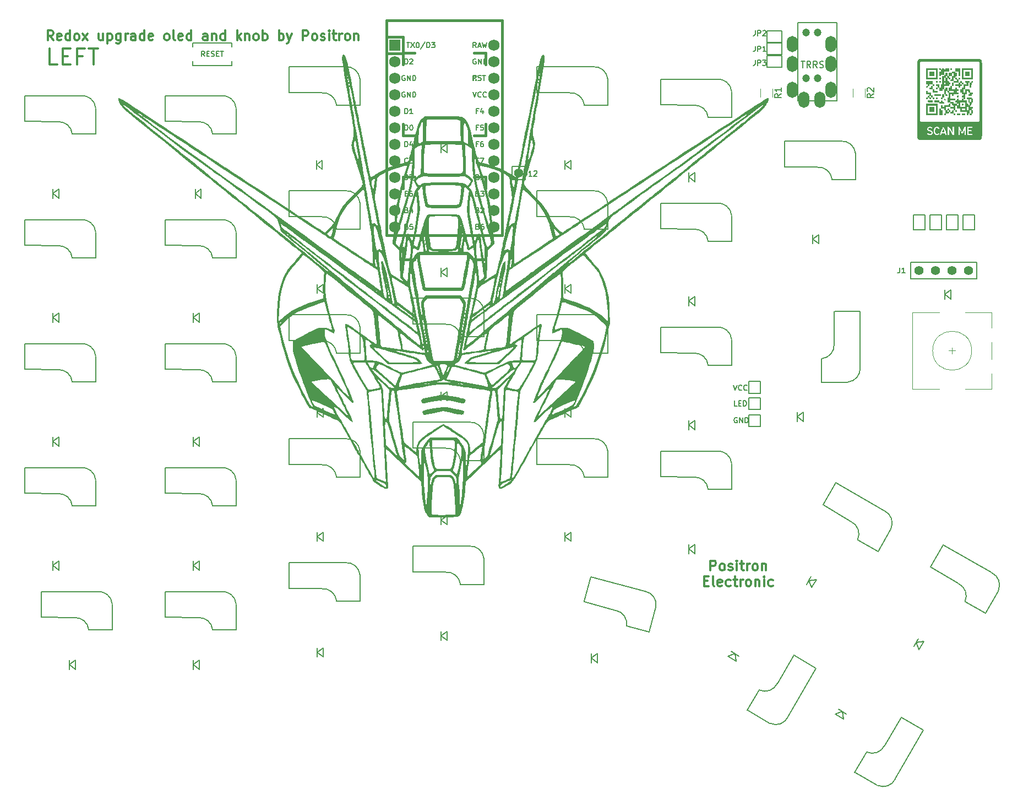
<source format=gto>
G04 #@! TF.GenerationSoftware,KiCad,Pcbnew,(6.0.10)*
G04 #@! TF.CreationDate,2023-01-27T21:23:07+07:00*
G04 #@! TF.ProjectId,redox_rev1,7265646f-785f-4726-9576-312e6b696361,1.0*
G04 #@! TF.SameCoordinates,Original*
G04 #@! TF.FileFunction,Legend,Top*
G04 #@! TF.FilePolarity,Positive*
%FSLAX46Y46*%
G04 Gerber Fmt 4.6, Leading zero omitted, Abs format (unit mm)*
G04 Created by KiCad (PCBNEW (6.0.10)) date 2023-01-27 21:23:07*
%MOMM*%
%LPD*%
G01*
G04 APERTURE LIST*
%ADD10C,0.300000*%
%ADD11C,0.150000*%
%ADD12C,0.152400*%
%ADD13C,0.381000*%
%ADD14C,0.120000*%
%ADD15C,1.200000*%
%ADD16O,1.700000X2.500000*%
%ADD17R,1.752600X1.752600*%
%ADD18C,1.752600*%
%ADD19C,1.397000*%
G04 APERTURE END LIST*
D10*
X192056285Y-132821071D02*
X192056285Y-131321071D01*
X192627714Y-131321071D01*
X192770571Y-131392500D01*
X192842000Y-131463928D01*
X192913428Y-131606785D01*
X192913428Y-131821071D01*
X192842000Y-131963928D01*
X192770571Y-132035357D01*
X192627714Y-132106785D01*
X192056285Y-132106785D01*
X193770571Y-132821071D02*
X193627714Y-132749642D01*
X193556285Y-132678214D01*
X193484857Y-132535357D01*
X193484857Y-132106785D01*
X193556285Y-131963928D01*
X193627714Y-131892500D01*
X193770571Y-131821071D01*
X193984857Y-131821071D01*
X194127714Y-131892500D01*
X194199142Y-131963928D01*
X194270571Y-132106785D01*
X194270571Y-132535357D01*
X194199142Y-132678214D01*
X194127714Y-132749642D01*
X193984857Y-132821071D01*
X193770571Y-132821071D01*
X194842000Y-132749642D02*
X194984857Y-132821071D01*
X195270571Y-132821071D01*
X195413428Y-132749642D01*
X195484857Y-132606785D01*
X195484857Y-132535357D01*
X195413428Y-132392500D01*
X195270571Y-132321071D01*
X195056285Y-132321071D01*
X194913428Y-132249642D01*
X194842000Y-132106785D01*
X194842000Y-132035357D01*
X194913428Y-131892500D01*
X195056285Y-131821071D01*
X195270571Y-131821071D01*
X195413428Y-131892500D01*
X196127714Y-132821071D02*
X196127714Y-131821071D01*
X196127714Y-131321071D02*
X196056285Y-131392500D01*
X196127714Y-131463928D01*
X196199142Y-131392500D01*
X196127714Y-131321071D01*
X196127714Y-131463928D01*
X196627714Y-131821071D02*
X197199142Y-131821071D01*
X196842000Y-131321071D02*
X196842000Y-132606785D01*
X196913428Y-132749642D01*
X197056285Y-132821071D01*
X197199142Y-132821071D01*
X197699142Y-132821071D02*
X197699142Y-131821071D01*
X197699142Y-132106785D02*
X197770571Y-131963928D01*
X197842000Y-131892500D01*
X197984857Y-131821071D01*
X198127714Y-131821071D01*
X198842000Y-132821071D02*
X198699142Y-132749642D01*
X198627714Y-132678214D01*
X198556285Y-132535357D01*
X198556285Y-132106785D01*
X198627714Y-131963928D01*
X198699142Y-131892500D01*
X198842000Y-131821071D01*
X199056285Y-131821071D01*
X199199142Y-131892500D01*
X199270571Y-131963928D01*
X199342000Y-132106785D01*
X199342000Y-132535357D01*
X199270571Y-132678214D01*
X199199142Y-132749642D01*
X199056285Y-132821071D01*
X198842000Y-132821071D01*
X199984857Y-131821071D02*
X199984857Y-132821071D01*
X199984857Y-131963928D02*
X200056285Y-131892500D01*
X200199142Y-131821071D01*
X200413428Y-131821071D01*
X200556285Y-131892500D01*
X200627714Y-132035357D01*
X200627714Y-132821071D01*
X191092000Y-134450357D02*
X191592000Y-134450357D01*
X191806285Y-135236071D02*
X191092000Y-135236071D01*
X191092000Y-133736071D01*
X191806285Y-133736071D01*
X192663428Y-135236071D02*
X192520571Y-135164642D01*
X192449142Y-135021785D01*
X192449142Y-133736071D01*
X193806285Y-135164642D02*
X193663428Y-135236071D01*
X193377714Y-135236071D01*
X193234857Y-135164642D01*
X193163428Y-135021785D01*
X193163428Y-134450357D01*
X193234857Y-134307500D01*
X193377714Y-134236071D01*
X193663428Y-134236071D01*
X193806285Y-134307500D01*
X193877714Y-134450357D01*
X193877714Y-134593214D01*
X193163428Y-134736071D01*
X195163428Y-135164642D02*
X195020571Y-135236071D01*
X194734857Y-135236071D01*
X194592000Y-135164642D01*
X194520571Y-135093214D01*
X194449142Y-134950357D01*
X194449142Y-134521785D01*
X194520571Y-134378928D01*
X194592000Y-134307500D01*
X194734857Y-134236071D01*
X195020571Y-134236071D01*
X195163428Y-134307500D01*
X195592000Y-134236071D02*
X196163428Y-134236071D01*
X195806285Y-133736071D02*
X195806285Y-135021785D01*
X195877714Y-135164642D01*
X196020571Y-135236071D01*
X196163428Y-135236071D01*
X196663428Y-135236071D02*
X196663428Y-134236071D01*
X196663428Y-134521785D02*
X196734857Y-134378928D01*
X196806285Y-134307500D01*
X196949142Y-134236071D01*
X197092000Y-134236071D01*
X197806285Y-135236071D02*
X197663428Y-135164642D01*
X197592000Y-135093214D01*
X197520571Y-134950357D01*
X197520571Y-134521785D01*
X197592000Y-134378928D01*
X197663428Y-134307500D01*
X197806285Y-134236071D01*
X198020571Y-134236071D01*
X198163428Y-134307500D01*
X198234857Y-134378928D01*
X198306285Y-134521785D01*
X198306285Y-134950357D01*
X198234857Y-135093214D01*
X198163428Y-135164642D01*
X198020571Y-135236071D01*
X197806285Y-135236071D01*
X198949142Y-134236071D02*
X198949142Y-135236071D01*
X198949142Y-134378928D02*
X199020571Y-134307500D01*
X199163428Y-134236071D01*
X199377714Y-134236071D01*
X199520571Y-134307500D01*
X199592000Y-134450357D01*
X199592000Y-135236071D01*
X200306285Y-135236071D02*
X200306285Y-134236071D01*
X200306285Y-133736071D02*
X200234857Y-133807500D01*
X200306285Y-133878928D01*
X200377714Y-133807500D01*
X200306285Y-133736071D01*
X200306285Y-133878928D01*
X201663428Y-135164642D02*
X201520571Y-135236071D01*
X201234857Y-135236071D01*
X201092000Y-135164642D01*
X201020571Y-135093214D01*
X200949142Y-134950357D01*
X200949142Y-134521785D01*
X201020571Y-134378928D01*
X201092000Y-134307500D01*
X201234857Y-134236071D01*
X201520571Y-134236071D01*
X201663428Y-134307500D01*
X91599047Y-55105952D02*
X90408571Y-55105952D01*
X90408571Y-52605952D01*
X92432380Y-53796428D02*
X93265714Y-53796428D01*
X93622857Y-55105952D02*
X92432380Y-55105952D01*
X92432380Y-52605952D01*
X93622857Y-52605952D01*
X95527619Y-53796428D02*
X94694285Y-53796428D01*
X94694285Y-55105952D02*
X94694285Y-52605952D01*
X95884761Y-52605952D01*
X96480000Y-52605952D02*
X97908571Y-52605952D01*
X97194285Y-55105952D02*
X97194285Y-52605952D01*
X91010285Y-51351571D02*
X90510285Y-50637285D01*
X90153142Y-51351571D02*
X90153142Y-49851571D01*
X90724571Y-49851571D01*
X90867428Y-49923000D01*
X90938857Y-49994428D01*
X91010285Y-50137285D01*
X91010285Y-50351571D01*
X90938857Y-50494428D01*
X90867428Y-50565857D01*
X90724571Y-50637285D01*
X90153142Y-50637285D01*
X92224571Y-51280142D02*
X92081714Y-51351571D01*
X91796000Y-51351571D01*
X91653142Y-51280142D01*
X91581714Y-51137285D01*
X91581714Y-50565857D01*
X91653142Y-50423000D01*
X91796000Y-50351571D01*
X92081714Y-50351571D01*
X92224571Y-50423000D01*
X92296000Y-50565857D01*
X92296000Y-50708714D01*
X91581714Y-50851571D01*
X93581714Y-51351571D02*
X93581714Y-49851571D01*
X93581714Y-51280142D02*
X93438857Y-51351571D01*
X93153142Y-51351571D01*
X93010285Y-51280142D01*
X92938857Y-51208714D01*
X92867428Y-51065857D01*
X92867428Y-50637285D01*
X92938857Y-50494428D01*
X93010285Y-50423000D01*
X93153142Y-50351571D01*
X93438857Y-50351571D01*
X93581714Y-50423000D01*
X94510285Y-51351571D02*
X94367428Y-51280142D01*
X94296000Y-51208714D01*
X94224571Y-51065857D01*
X94224571Y-50637285D01*
X94296000Y-50494428D01*
X94367428Y-50423000D01*
X94510285Y-50351571D01*
X94724571Y-50351571D01*
X94867428Y-50423000D01*
X94938857Y-50494428D01*
X95010285Y-50637285D01*
X95010285Y-51065857D01*
X94938857Y-51208714D01*
X94867428Y-51280142D01*
X94724571Y-51351571D01*
X94510285Y-51351571D01*
X95510285Y-51351571D02*
X96296000Y-50351571D01*
X95510285Y-50351571D02*
X96296000Y-51351571D01*
X98653142Y-50351571D02*
X98653142Y-51351571D01*
X98010285Y-50351571D02*
X98010285Y-51137285D01*
X98081714Y-51280142D01*
X98224571Y-51351571D01*
X98438857Y-51351571D01*
X98581714Y-51280142D01*
X98653142Y-51208714D01*
X99367428Y-50351571D02*
X99367428Y-51851571D01*
X99367428Y-50423000D02*
X99510285Y-50351571D01*
X99796000Y-50351571D01*
X99938857Y-50423000D01*
X100010285Y-50494428D01*
X100081714Y-50637285D01*
X100081714Y-51065857D01*
X100010285Y-51208714D01*
X99938857Y-51280142D01*
X99796000Y-51351571D01*
X99510285Y-51351571D01*
X99367428Y-51280142D01*
X101367428Y-50351571D02*
X101367428Y-51565857D01*
X101296000Y-51708714D01*
X101224571Y-51780142D01*
X101081714Y-51851571D01*
X100867428Y-51851571D01*
X100724571Y-51780142D01*
X101367428Y-51280142D02*
X101224571Y-51351571D01*
X100938857Y-51351571D01*
X100796000Y-51280142D01*
X100724571Y-51208714D01*
X100653142Y-51065857D01*
X100653142Y-50637285D01*
X100724571Y-50494428D01*
X100796000Y-50423000D01*
X100938857Y-50351571D01*
X101224571Y-50351571D01*
X101367428Y-50423000D01*
X102081714Y-51351571D02*
X102081714Y-50351571D01*
X102081714Y-50637285D02*
X102153142Y-50494428D01*
X102224571Y-50423000D01*
X102367428Y-50351571D01*
X102510285Y-50351571D01*
X103653142Y-51351571D02*
X103653142Y-50565857D01*
X103581714Y-50423000D01*
X103438857Y-50351571D01*
X103153142Y-50351571D01*
X103010285Y-50423000D01*
X103653142Y-51280142D02*
X103510285Y-51351571D01*
X103153142Y-51351571D01*
X103010285Y-51280142D01*
X102938857Y-51137285D01*
X102938857Y-50994428D01*
X103010285Y-50851571D01*
X103153142Y-50780142D01*
X103510285Y-50780142D01*
X103653142Y-50708714D01*
X105010285Y-51351571D02*
X105010285Y-49851571D01*
X105010285Y-51280142D02*
X104867428Y-51351571D01*
X104581714Y-51351571D01*
X104438857Y-51280142D01*
X104367428Y-51208714D01*
X104296000Y-51065857D01*
X104296000Y-50637285D01*
X104367428Y-50494428D01*
X104438857Y-50423000D01*
X104581714Y-50351571D01*
X104867428Y-50351571D01*
X105010285Y-50423000D01*
X106296000Y-51280142D02*
X106153142Y-51351571D01*
X105867428Y-51351571D01*
X105724571Y-51280142D01*
X105653142Y-51137285D01*
X105653142Y-50565857D01*
X105724571Y-50423000D01*
X105867428Y-50351571D01*
X106153142Y-50351571D01*
X106296000Y-50423000D01*
X106367428Y-50565857D01*
X106367428Y-50708714D01*
X105653142Y-50851571D01*
X108367428Y-51351571D02*
X108224571Y-51280142D01*
X108153142Y-51208714D01*
X108081714Y-51065857D01*
X108081714Y-50637285D01*
X108153142Y-50494428D01*
X108224571Y-50423000D01*
X108367428Y-50351571D01*
X108581714Y-50351571D01*
X108724571Y-50423000D01*
X108796000Y-50494428D01*
X108867428Y-50637285D01*
X108867428Y-51065857D01*
X108796000Y-51208714D01*
X108724571Y-51280142D01*
X108581714Y-51351571D01*
X108367428Y-51351571D01*
X109724571Y-51351571D02*
X109581714Y-51280142D01*
X109510285Y-51137285D01*
X109510285Y-49851571D01*
X110867428Y-51280142D02*
X110724571Y-51351571D01*
X110438857Y-51351571D01*
X110296000Y-51280142D01*
X110224571Y-51137285D01*
X110224571Y-50565857D01*
X110296000Y-50423000D01*
X110438857Y-50351571D01*
X110724571Y-50351571D01*
X110867428Y-50423000D01*
X110938857Y-50565857D01*
X110938857Y-50708714D01*
X110224571Y-50851571D01*
X112224571Y-51351571D02*
X112224571Y-49851571D01*
X112224571Y-51280142D02*
X112081714Y-51351571D01*
X111796000Y-51351571D01*
X111653142Y-51280142D01*
X111581714Y-51208714D01*
X111510285Y-51065857D01*
X111510285Y-50637285D01*
X111581714Y-50494428D01*
X111653142Y-50423000D01*
X111796000Y-50351571D01*
X112081714Y-50351571D01*
X112224571Y-50423000D01*
X114724571Y-51351571D02*
X114724571Y-50565857D01*
X114653142Y-50423000D01*
X114510285Y-50351571D01*
X114224571Y-50351571D01*
X114081714Y-50423000D01*
X114724571Y-51280142D02*
X114581714Y-51351571D01*
X114224571Y-51351571D01*
X114081714Y-51280142D01*
X114010285Y-51137285D01*
X114010285Y-50994428D01*
X114081714Y-50851571D01*
X114224571Y-50780142D01*
X114581714Y-50780142D01*
X114724571Y-50708714D01*
X115438857Y-50351571D02*
X115438857Y-51351571D01*
X115438857Y-50494428D02*
X115510285Y-50423000D01*
X115653142Y-50351571D01*
X115867428Y-50351571D01*
X116010285Y-50423000D01*
X116081714Y-50565857D01*
X116081714Y-51351571D01*
X117438857Y-51351571D02*
X117438857Y-49851571D01*
X117438857Y-51280142D02*
X117296000Y-51351571D01*
X117010285Y-51351571D01*
X116867428Y-51280142D01*
X116796000Y-51208714D01*
X116724571Y-51065857D01*
X116724571Y-50637285D01*
X116796000Y-50494428D01*
X116867428Y-50423000D01*
X117010285Y-50351571D01*
X117296000Y-50351571D01*
X117438857Y-50423000D01*
X119296000Y-51351571D02*
X119296000Y-49851571D01*
X119438857Y-50780142D02*
X119867428Y-51351571D01*
X119867428Y-50351571D02*
X119296000Y-50923000D01*
X120510285Y-50351571D02*
X120510285Y-51351571D01*
X120510285Y-50494428D02*
X120581714Y-50423000D01*
X120724571Y-50351571D01*
X120938857Y-50351571D01*
X121081714Y-50423000D01*
X121153142Y-50565857D01*
X121153142Y-51351571D01*
X122081714Y-51351571D02*
X121938857Y-51280142D01*
X121867428Y-51208714D01*
X121796000Y-51065857D01*
X121796000Y-50637285D01*
X121867428Y-50494428D01*
X121938857Y-50423000D01*
X122081714Y-50351571D01*
X122296000Y-50351571D01*
X122438857Y-50423000D01*
X122510285Y-50494428D01*
X122581714Y-50637285D01*
X122581714Y-51065857D01*
X122510285Y-51208714D01*
X122438857Y-51280142D01*
X122296000Y-51351571D01*
X122081714Y-51351571D01*
X123224571Y-51351571D02*
X123224571Y-49851571D01*
X123224571Y-50423000D02*
X123367428Y-50351571D01*
X123653142Y-50351571D01*
X123796000Y-50423000D01*
X123867428Y-50494428D01*
X123938857Y-50637285D01*
X123938857Y-51065857D01*
X123867428Y-51208714D01*
X123796000Y-51280142D01*
X123653142Y-51351571D01*
X123367428Y-51351571D01*
X123224571Y-51280142D01*
X125724571Y-51351571D02*
X125724571Y-49851571D01*
X125724571Y-50423000D02*
X125867428Y-50351571D01*
X126153142Y-50351571D01*
X126296000Y-50423000D01*
X126367428Y-50494428D01*
X126438857Y-50637285D01*
X126438857Y-51065857D01*
X126367428Y-51208714D01*
X126296000Y-51280142D01*
X126153142Y-51351571D01*
X125867428Y-51351571D01*
X125724571Y-51280142D01*
X126938857Y-50351571D02*
X127296000Y-51351571D01*
X127653142Y-50351571D02*
X127296000Y-51351571D01*
X127153142Y-51708714D01*
X127081714Y-51780142D01*
X126938857Y-51851571D01*
X129367428Y-51351571D02*
X129367428Y-49851571D01*
X129938857Y-49851571D01*
X130081714Y-49923000D01*
X130153142Y-49994428D01*
X130224571Y-50137285D01*
X130224571Y-50351571D01*
X130153142Y-50494428D01*
X130081714Y-50565857D01*
X129938857Y-50637285D01*
X129367428Y-50637285D01*
X131081714Y-51351571D02*
X130938857Y-51280142D01*
X130867428Y-51208714D01*
X130796000Y-51065857D01*
X130796000Y-50637285D01*
X130867428Y-50494428D01*
X130938857Y-50423000D01*
X131081714Y-50351571D01*
X131296000Y-50351571D01*
X131438857Y-50423000D01*
X131510285Y-50494428D01*
X131581714Y-50637285D01*
X131581714Y-51065857D01*
X131510285Y-51208714D01*
X131438857Y-51280142D01*
X131296000Y-51351571D01*
X131081714Y-51351571D01*
X132153142Y-51280142D02*
X132296000Y-51351571D01*
X132581714Y-51351571D01*
X132724571Y-51280142D01*
X132796000Y-51137285D01*
X132796000Y-51065857D01*
X132724571Y-50923000D01*
X132581714Y-50851571D01*
X132367428Y-50851571D01*
X132224571Y-50780142D01*
X132153142Y-50637285D01*
X132153142Y-50565857D01*
X132224571Y-50423000D01*
X132367428Y-50351571D01*
X132581714Y-50351571D01*
X132724571Y-50423000D01*
X133438857Y-51351571D02*
X133438857Y-50351571D01*
X133438857Y-49851571D02*
X133367428Y-49923000D01*
X133438857Y-49994428D01*
X133510285Y-49923000D01*
X133438857Y-49851571D01*
X133438857Y-49994428D01*
X133938857Y-50351571D02*
X134510285Y-50351571D01*
X134153142Y-49851571D02*
X134153142Y-51137285D01*
X134224571Y-51280142D01*
X134367428Y-51351571D01*
X134510285Y-51351571D01*
X135010285Y-51351571D02*
X135010285Y-50351571D01*
X135010285Y-50637285D02*
X135081714Y-50494428D01*
X135153142Y-50423000D01*
X135296000Y-50351571D01*
X135438857Y-50351571D01*
X136153142Y-51351571D02*
X136010285Y-51280142D01*
X135938857Y-51208714D01*
X135867428Y-51065857D01*
X135867428Y-50637285D01*
X135938857Y-50494428D01*
X136010285Y-50423000D01*
X136153142Y-50351571D01*
X136367428Y-50351571D01*
X136510285Y-50423000D01*
X136581714Y-50494428D01*
X136653142Y-50637285D01*
X136653142Y-51065857D01*
X136581714Y-51208714D01*
X136510285Y-51280142D01*
X136367428Y-51351571D01*
X136153142Y-51351571D01*
X137296000Y-50351571D02*
X137296000Y-51351571D01*
X137296000Y-50494428D02*
X137367428Y-50423000D01*
X137510285Y-50351571D01*
X137724571Y-50351571D01*
X137867428Y-50423000D01*
X137938857Y-50565857D01*
X137938857Y-51351571D01*
D11*
X206008095Y-54567380D02*
X206579523Y-54567380D01*
X206293809Y-55567380D02*
X206293809Y-54567380D01*
X207484285Y-55567380D02*
X207150952Y-55091190D01*
X206912857Y-55567380D02*
X206912857Y-54567380D01*
X207293809Y-54567380D01*
X207389047Y-54615000D01*
X207436666Y-54662619D01*
X207484285Y-54757857D01*
X207484285Y-54900714D01*
X207436666Y-54995952D01*
X207389047Y-55043571D01*
X207293809Y-55091190D01*
X206912857Y-55091190D01*
X208484285Y-55567380D02*
X208150952Y-55091190D01*
X207912857Y-55567380D02*
X207912857Y-54567380D01*
X208293809Y-54567380D01*
X208389047Y-54615000D01*
X208436666Y-54662619D01*
X208484285Y-54757857D01*
X208484285Y-54900714D01*
X208436666Y-54995952D01*
X208389047Y-55043571D01*
X208293809Y-55091190D01*
X207912857Y-55091190D01*
X208865238Y-55519761D02*
X209008095Y-55567380D01*
X209246190Y-55567380D01*
X209341428Y-55519761D01*
X209389047Y-55472142D01*
X209436666Y-55376904D01*
X209436666Y-55281666D01*
X209389047Y-55186428D01*
X209341428Y-55138809D01*
X209246190Y-55091190D01*
X209055714Y-55043571D01*
X208960476Y-54995952D01*
X208912857Y-54948333D01*
X208865238Y-54853095D01*
X208865238Y-54757857D01*
X208912857Y-54662619D01*
X208960476Y-54615000D01*
X209055714Y-54567380D01*
X209293809Y-54567380D01*
X209436666Y-54615000D01*
D12*
X198966666Y-54418895D02*
X198966666Y-54999466D01*
X198927961Y-55115580D01*
X198850552Y-55192990D01*
X198734438Y-55231695D01*
X198657028Y-55231695D01*
X199353714Y-55231695D02*
X199353714Y-54418895D01*
X199663352Y-54418895D01*
X199740761Y-54457600D01*
X199779466Y-54496304D01*
X199818171Y-54573714D01*
X199818171Y-54689828D01*
X199779466Y-54767238D01*
X199740761Y-54805942D01*
X199663352Y-54844647D01*
X199353714Y-54844647D01*
X200089104Y-54418895D02*
X200592266Y-54418895D01*
X200321333Y-54728533D01*
X200437447Y-54728533D01*
X200514857Y-54767238D01*
X200553561Y-54805942D01*
X200592266Y-54883352D01*
X200592266Y-55076876D01*
X200553561Y-55154285D01*
X200514857Y-55192990D01*
X200437447Y-55231695D01*
X200205219Y-55231695D01*
X200127809Y-55192990D01*
X200089104Y-55154285D01*
X198966666Y-52259895D02*
X198966666Y-52840466D01*
X198927961Y-52956580D01*
X198850552Y-53033990D01*
X198734438Y-53072695D01*
X198657028Y-53072695D01*
X199353714Y-53072695D02*
X199353714Y-52259895D01*
X199663352Y-52259895D01*
X199740761Y-52298600D01*
X199779466Y-52337304D01*
X199818171Y-52414714D01*
X199818171Y-52530828D01*
X199779466Y-52608238D01*
X199740761Y-52646942D01*
X199663352Y-52685647D01*
X199353714Y-52685647D01*
X200592266Y-53072695D02*
X200127809Y-53072695D01*
X200360038Y-53072695D02*
X200360038Y-52259895D01*
X200282628Y-52376009D01*
X200205219Y-52453419D01*
X200127809Y-52492123D01*
D11*
X156324333Y-62222857D02*
X156057666Y-62222857D01*
X156057666Y-62641904D02*
X156057666Y-61841904D01*
X156438619Y-61841904D01*
X157086238Y-62108571D02*
X157086238Y-62641904D01*
X156895761Y-61803809D02*
X156705285Y-62375238D01*
X157200523Y-62375238D01*
X145059476Y-56800000D02*
X144983285Y-56761904D01*
X144869000Y-56761904D01*
X144754714Y-56800000D01*
X144678523Y-56876190D01*
X144640428Y-56952380D01*
X144602333Y-57104761D01*
X144602333Y-57219047D01*
X144640428Y-57371428D01*
X144678523Y-57447619D01*
X144754714Y-57523809D01*
X144869000Y-57561904D01*
X144945190Y-57561904D01*
X145059476Y-57523809D01*
X145097571Y-57485714D01*
X145097571Y-57219047D01*
X144945190Y-57219047D01*
X145440428Y-57561904D02*
X145440428Y-56761904D01*
X145897571Y-57561904D01*
X145897571Y-56761904D01*
X146278523Y-57561904D02*
X146278523Y-56761904D01*
X146469000Y-56761904D01*
X146583285Y-56800000D01*
X146659476Y-56876190D01*
X146697571Y-56952380D01*
X146735666Y-57104761D01*
X146735666Y-57219047D01*
X146697571Y-57371428D01*
X146659476Y-57447619D01*
X146583285Y-57523809D01*
X146469000Y-57561904D01*
X146278523Y-57561904D01*
X145345190Y-77462857D02*
X145459476Y-77500952D01*
X145497571Y-77539047D01*
X145535666Y-77615238D01*
X145535666Y-77729523D01*
X145497571Y-77805714D01*
X145459476Y-77843809D01*
X145383285Y-77881904D01*
X145078523Y-77881904D01*
X145078523Y-77081904D01*
X145345190Y-77081904D01*
X145421380Y-77120000D01*
X145459476Y-77158095D01*
X145497571Y-77234285D01*
X145497571Y-77310476D01*
X145459476Y-77386666D01*
X145421380Y-77424761D01*
X145345190Y-77462857D01*
X145078523Y-77462857D01*
X146221380Y-77348571D02*
X146221380Y-77881904D01*
X146030904Y-77043809D02*
X145840428Y-77615238D01*
X146335666Y-77615238D01*
X145367651Y-51681904D02*
X145824794Y-51681904D01*
X145596223Y-52481904D02*
X145596223Y-51681904D01*
X146015270Y-51681904D02*
X146548604Y-52481904D01*
X146548604Y-51681904D02*
X146015270Y-52481904D01*
X147005747Y-51681904D02*
X147081937Y-51681904D01*
X147158128Y-51720000D01*
X147196223Y-51758095D01*
X147234318Y-51834285D01*
X147272413Y-51986666D01*
X147272413Y-52177142D01*
X147234318Y-52329523D01*
X147196223Y-52405714D01*
X147158128Y-52443809D01*
X147081937Y-52481904D01*
X147005747Y-52481904D01*
X146929556Y-52443809D01*
X146891461Y-52405714D01*
X146853366Y-52329523D01*
X146815270Y-52177142D01*
X146815270Y-51986666D01*
X146853366Y-51834285D01*
X146891461Y-51758095D01*
X146929556Y-51720000D01*
X147005747Y-51681904D01*
X148186699Y-51643809D02*
X147500985Y-52672380D01*
X148453366Y-52481904D02*
X148453366Y-51681904D01*
X148643842Y-51681904D01*
X148758128Y-51720000D01*
X148834318Y-51796190D01*
X148872413Y-51872380D01*
X148910508Y-52024761D01*
X148910508Y-52139047D01*
X148872413Y-52291428D01*
X148834318Y-52367619D01*
X148758128Y-52443809D01*
X148643842Y-52481904D01*
X148453366Y-52481904D01*
X149177175Y-51681904D02*
X149672413Y-51681904D01*
X149405747Y-51986666D01*
X149520032Y-51986666D01*
X149596223Y-52024761D01*
X149634318Y-52062857D01*
X149672413Y-52139047D01*
X149672413Y-52329523D01*
X149634318Y-52405714D01*
X149596223Y-52443809D01*
X149520032Y-52481904D01*
X149291461Y-52481904D01*
X149215270Y-52443809D01*
X149177175Y-52405714D01*
X145345190Y-80002857D02*
X145459476Y-80040952D01*
X145497571Y-80079047D01*
X145535666Y-80155238D01*
X145535666Y-80269523D01*
X145497571Y-80345714D01*
X145459476Y-80383809D01*
X145383285Y-80421904D01*
X145078523Y-80421904D01*
X145078523Y-79621904D01*
X145345190Y-79621904D01*
X145421380Y-79660000D01*
X145459476Y-79698095D01*
X145497571Y-79774285D01*
X145497571Y-79850476D01*
X145459476Y-79926666D01*
X145421380Y-79964761D01*
X145345190Y-80002857D01*
X145078523Y-80002857D01*
X146259476Y-79621904D02*
X145878523Y-79621904D01*
X145840428Y-80002857D01*
X145878523Y-79964761D01*
X145954714Y-79926666D01*
X146145190Y-79926666D01*
X146221380Y-79964761D01*
X146259476Y-80002857D01*
X146297571Y-80079047D01*
X146297571Y-80269523D01*
X146259476Y-80345714D01*
X146221380Y-80383809D01*
X146145190Y-80421904D01*
X145954714Y-80421904D01*
X145878523Y-80383809D01*
X145840428Y-80345714D01*
X156329786Y-57493809D02*
X156444072Y-57531904D01*
X156634548Y-57531904D01*
X156710739Y-57493809D01*
X156748834Y-57455714D01*
X156786929Y-57379523D01*
X156786929Y-57303333D01*
X156748834Y-57227142D01*
X156710739Y-57189047D01*
X156634548Y-57150952D01*
X156482167Y-57112857D01*
X156405977Y-57074761D01*
X156367881Y-57036666D01*
X156329786Y-56960476D01*
X156329786Y-56884285D01*
X156367881Y-56808095D01*
X156405977Y-56770000D01*
X156482167Y-56731904D01*
X156672643Y-56731904D01*
X156786929Y-56770000D01*
X157015500Y-56731904D02*
X157472643Y-56731904D01*
X157244072Y-57531904D02*
X157244072Y-56731904D01*
X145116619Y-74922857D02*
X145383285Y-74922857D01*
X145497571Y-75341904D02*
X145116619Y-75341904D01*
X145116619Y-74541904D01*
X145497571Y-74541904D01*
X146183285Y-74541904D02*
X146030904Y-74541904D01*
X145954714Y-74580000D01*
X145916619Y-74618095D01*
X145840428Y-74732380D01*
X145802333Y-74884761D01*
X145802333Y-75189523D01*
X145840428Y-75265714D01*
X145878523Y-75303809D01*
X145954714Y-75341904D01*
X146107095Y-75341904D01*
X146183285Y-75303809D01*
X146221380Y-75265714D01*
X146259476Y-75189523D01*
X146259476Y-74999047D01*
X146221380Y-74922857D01*
X146183285Y-74884761D01*
X146107095Y-74846666D01*
X145954714Y-74846666D01*
X145878523Y-74884761D01*
X145840428Y-74922857D01*
X145802333Y-74999047D01*
X155981476Y-54260000D02*
X155905285Y-54221904D01*
X155791000Y-54221904D01*
X155676714Y-54260000D01*
X155600523Y-54336190D01*
X155562428Y-54412380D01*
X155524333Y-54564761D01*
X155524333Y-54679047D01*
X155562428Y-54831428D01*
X155600523Y-54907619D01*
X155676714Y-54983809D01*
X155791000Y-55021904D01*
X155867190Y-55021904D01*
X155981476Y-54983809D01*
X156019571Y-54945714D01*
X156019571Y-54679047D01*
X155867190Y-54679047D01*
X156362428Y-55021904D02*
X156362428Y-54221904D01*
X156819571Y-55021904D01*
X156819571Y-54221904D01*
X157200523Y-55021904D02*
X157200523Y-54221904D01*
X157391000Y-54221904D01*
X157505285Y-54260000D01*
X157581476Y-54336190D01*
X157619571Y-54412380D01*
X157657666Y-54564761D01*
X157657666Y-54679047D01*
X157619571Y-54831428D01*
X157581476Y-54907619D01*
X157505285Y-54983809D01*
X157391000Y-55021904D01*
X157200523Y-55021904D01*
X156038619Y-52481904D02*
X155771952Y-52100952D01*
X155581476Y-52481904D02*
X155581476Y-51681904D01*
X155886238Y-51681904D01*
X155962428Y-51720000D01*
X156000523Y-51758095D01*
X156038619Y-51834285D01*
X156038619Y-51948571D01*
X156000523Y-52024761D01*
X155962428Y-52062857D01*
X155886238Y-52100952D01*
X155581476Y-52100952D01*
X156343380Y-52253333D02*
X156724333Y-52253333D01*
X156267190Y-52481904D02*
X156533857Y-51681904D01*
X156800523Y-52481904D01*
X156991000Y-51681904D02*
X157181476Y-52481904D01*
X157333857Y-51910476D01*
X157486238Y-52481904D01*
X157676714Y-51681904D01*
X156324333Y-64762857D02*
X156057666Y-64762857D01*
X156057666Y-65181904D02*
X156057666Y-64381904D01*
X156438619Y-64381904D01*
X157124333Y-64381904D02*
X156743380Y-64381904D01*
X156705285Y-64762857D01*
X156743380Y-64724761D01*
X156819571Y-64686666D01*
X157010047Y-64686666D01*
X157086238Y-64724761D01*
X157124333Y-64762857D01*
X157162428Y-64839047D01*
X157162428Y-65029523D01*
X157124333Y-65105714D01*
X157086238Y-65143809D01*
X157010047Y-65181904D01*
X156819571Y-65181904D01*
X156743380Y-65143809D01*
X156705285Y-65105714D01*
X145535666Y-70185714D02*
X145497571Y-70223809D01*
X145383285Y-70261904D01*
X145307095Y-70261904D01*
X145192809Y-70223809D01*
X145116619Y-70147619D01*
X145078523Y-70071428D01*
X145040428Y-69919047D01*
X145040428Y-69804761D01*
X145078523Y-69652380D01*
X145116619Y-69576190D01*
X145192809Y-69500000D01*
X145307095Y-69461904D01*
X145383285Y-69461904D01*
X145497571Y-69500000D01*
X145535666Y-69538095D01*
X146221380Y-69461904D02*
X146069000Y-69461904D01*
X145992809Y-69500000D01*
X145954714Y-69538095D01*
X145878523Y-69652380D01*
X145840428Y-69804761D01*
X145840428Y-70109523D01*
X145878523Y-70185714D01*
X145916619Y-70223809D01*
X145992809Y-70261904D01*
X146145190Y-70261904D01*
X146221380Y-70223809D01*
X146259476Y-70185714D01*
X146297571Y-70109523D01*
X146297571Y-69919047D01*
X146259476Y-69842857D01*
X146221380Y-69804761D01*
X146145190Y-69766666D01*
X145992809Y-69766666D01*
X145916619Y-69804761D01*
X145878523Y-69842857D01*
X145840428Y-69919047D01*
X145078523Y-55021904D02*
X145078523Y-54221904D01*
X145269000Y-54221904D01*
X145383285Y-54260000D01*
X145459476Y-54336190D01*
X145497571Y-54412380D01*
X145535666Y-54564761D01*
X145535666Y-54679047D01*
X145497571Y-54831428D01*
X145459476Y-54907619D01*
X145383285Y-54983809D01*
X145269000Y-55021904D01*
X145078523Y-55021904D01*
X145840428Y-54298095D02*
X145878523Y-54260000D01*
X145954714Y-54221904D01*
X146145190Y-54221904D01*
X146221380Y-54260000D01*
X146259476Y-54298095D01*
X146297571Y-54374285D01*
X146297571Y-54450476D01*
X146259476Y-54564761D01*
X145802333Y-55021904D01*
X146297571Y-55021904D01*
X145059476Y-59340000D02*
X144983285Y-59301904D01*
X144869000Y-59301904D01*
X144754714Y-59340000D01*
X144678523Y-59416190D01*
X144640428Y-59492380D01*
X144602333Y-59644761D01*
X144602333Y-59759047D01*
X144640428Y-59911428D01*
X144678523Y-59987619D01*
X144754714Y-60063809D01*
X144869000Y-60101904D01*
X144945190Y-60101904D01*
X145059476Y-60063809D01*
X145097571Y-60025714D01*
X145097571Y-59759047D01*
X144945190Y-59759047D01*
X145440428Y-60101904D02*
X145440428Y-59301904D01*
X145897571Y-60101904D01*
X145897571Y-59301904D01*
X146278523Y-60101904D02*
X146278523Y-59301904D01*
X146469000Y-59301904D01*
X146583285Y-59340000D01*
X146659476Y-59416190D01*
X146697571Y-59492380D01*
X146735666Y-59644761D01*
X146735666Y-59759047D01*
X146697571Y-59911428D01*
X146659476Y-59987619D01*
X146583285Y-60063809D01*
X146469000Y-60101904D01*
X146278523Y-60101904D01*
X145078523Y-67721904D02*
X145078523Y-66921904D01*
X145269000Y-66921904D01*
X145383285Y-66960000D01*
X145459476Y-67036190D01*
X145497571Y-67112380D01*
X145535666Y-67264761D01*
X145535666Y-67379047D01*
X145497571Y-67531428D01*
X145459476Y-67607619D01*
X145383285Y-67683809D01*
X145269000Y-67721904D01*
X145078523Y-67721904D01*
X146221380Y-67188571D02*
X146221380Y-67721904D01*
X146030904Y-66883809D02*
X145840428Y-67455238D01*
X146335666Y-67455238D01*
X155524333Y-59301904D02*
X155791000Y-60101904D01*
X156057666Y-59301904D01*
X156781476Y-60025714D02*
X156743380Y-60063809D01*
X156629095Y-60101904D01*
X156552904Y-60101904D01*
X156438619Y-60063809D01*
X156362428Y-59987619D01*
X156324333Y-59911428D01*
X156286238Y-59759047D01*
X156286238Y-59644761D01*
X156324333Y-59492380D01*
X156362428Y-59416190D01*
X156438619Y-59340000D01*
X156552904Y-59301904D01*
X156629095Y-59301904D01*
X156743380Y-59340000D01*
X156781476Y-59378095D01*
X157581476Y-60025714D02*
X157543380Y-60063809D01*
X157429095Y-60101904D01*
X157352904Y-60101904D01*
X157238619Y-60063809D01*
X157162428Y-59987619D01*
X157124333Y-59911428D01*
X157086238Y-59759047D01*
X157086238Y-59644761D01*
X157124333Y-59492380D01*
X157162428Y-59416190D01*
X157238619Y-59340000D01*
X157352904Y-59301904D01*
X157429095Y-59301904D01*
X157543380Y-59340000D01*
X157581476Y-59378095D01*
X145078523Y-65181904D02*
X145078523Y-64381904D01*
X145269000Y-64381904D01*
X145383285Y-64420000D01*
X145459476Y-64496190D01*
X145497571Y-64572380D01*
X145535666Y-64724761D01*
X145535666Y-64839047D01*
X145497571Y-64991428D01*
X145459476Y-65067619D01*
X145383285Y-65143809D01*
X145269000Y-65181904D01*
X145078523Y-65181904D01*
X146030904Y-64381904D02*
X146107095Y-64381904D01*
X146183285Y-64420000D01*
X146221380Y-64458095D01*
X146259476Y-64534285D01*
X146297571Y-64686666D01*
X146297571Y-64877142D01*
X146259476Y-65029523D01*
X146221380Y-65105714D01*
X146183285Y-65143809D01*
X146107095Y-65181904D01*
X146030904Y-65181904D01*
X145954714Y-65143809D01*
X145916619Y-65105714D01*
X145878523Y-65029523D01*
X145840428Y-64877142D01*
X145840428Y-64686666D01*
X145878523Y-64534285D01*
X145916619Y-64458095D01*
X145954714Y-64420000D01*
X146030904Y-64381904D01*
X156324333Y-67302857D02*
X156057666Y-67302857D01*
X156057666Y-67721904D02*
X156057666Y-66921904D01*
X156438619Y-66921904D01*
X157086238Y-66921904D02*
X156933857Y-66921904D01*
X156857666Y-66960000D01*
X156819571Y-66998095D01*
X156743380Y-67112380D01*
X156705285Y-67264761D01*
X156705285Y-67569523D01*
X156743380Y-67645714D01*
X156781476Y-67683809D01*
X156857666Y-67721904D01*
X157010047Y-67721904D01*
X157086238Y-67683809D01*
X157124333Y-67645714D01*
X157162428Y-67569523D01*
X157162428Y-67379047D01*
X157124333Y-67302857D01*
X157086238Y-67264761D01*
X157010047Y-67226666D01*
X156857666Y-67226666D01*
X156781476Y-67264761D01*
X156743380Y-67302857D01*
X156705285Y-67379047D01*
X156267190Y-72382857D02*
X156381476Y-72420952D01*
X156419571Y-72459047D01*
X156457666Y-72535238D01*
X156457666Y-72649523D01*
X156419571Y-72725714D01*
X156381476Y-72763809D01*
X156305285Y-72801904D01*
X156000523Y-72801904D01*
X156000523Y-72001904D01*
X156267190Y-72001904D01*
X156343380Y-72040000D01*
X156381476Y-72078095D01*
X156419571Y-72154285D01*
X156419571Y-72230476D01*
X156381476Y-72306666D01*
X156343380Y-72344761D01*
X156267190Y-72382857D01*
X156000523Y-72382857D01*
X157219571Y-72801904D02*
X156762428Y-72801904D01*
X156991000Y-72801904D02*
X156991000Y-72001904D01*
X156914809Y-72116190D01*
X156838619Y-72192380D01*
X156762428Y-72230476D01*
X156267190Y-77462857D02*
X156381476Y-77500952D01*
X156419571Y-77539047D01*
X156457666Y-77615238D01*
X156457666Y-77729523D01*
X156419571Y-77805714D01*
X156381476Y-77843809D01*
X156305285Y-77881904D01*
X156000523Y-77881904D01*
X156000523Y-77081904D01*
X156267190Y-77081904D01*
X156343380Y-77120000D01*
X156381476Y-77158095D01*
X156419571Y-77234285D01*
X156419571Y-77310476D01*
X156381476Y-77386666D01*
X156343380Y-77424761D01*
X156267190Y-77462857D01*
X156000523Y-77462857D01*
X156762428Y-77158095D02*
X156800523Y-77120000D01*
X156876714Y-77081904D01*
X157067190Y-77081904D01*
X157143380Y-77120000D01*
X157181476Y-77158095D01*
X157219571Y-77234285D01*
X157219571Y-77310476D01*
X157181476Y-77424761D01*
X156724333Y-77881904D01*
X157219571Y-77881904D01*
X156267190Y-80002857D02*
X156381476Y-80040952D01*
X156419571Y-80079047D01*
X156457666Y-80155238D01*
X156457666Y-80269523D01*
X156419571Y-80345714D01*
X156381476Y-80383809D01*
X156305285Y-80421904D01*
X156000523Y-80421904D01*
X156000523Y-79621904D01*
X156267190Y-79621904D01*
X156343380Y-79660000D01*
X156381476Y-79698095D01*
X156419571Y-79774285D01*
X156419571Y-79850476D01*
X156381476Y-79926666D01*
X156343380Y-79964761D01*
X156267190Y-80002857D01*
X156000523Y-80002857D01*
X157143380Y-79621904D02*
X156991000Y-79621904D01*
X156914809Y-79660000D01*
X156876714Y-79698095D01*
X156800523Y-79812380D01*
X156762428Y-79964761D01*
X156762428Y-80269523D01*
X156800523Y-80345714D01*
X156838619Y-80383809D01*
X156914809Y-80421904D01*
X157067190Y-80421904D01*
X157143380Y-80383809D01*
X157181476Y-80345714D01*
X157219571Y-80269523D01*
X157219571Y-80079047D01*
X157181476Y-80002857D01*
X157143380Y-79964761D01*
X157067190Y-79926666D01*
X156914809Y-79926666D01*
X156838619Y-79964761D01*
X156800523Y-80002857D01*
X156762428Y-80079047D01*
X156267190Y-74922857D02*
X156381476Y-74960952D01*
X156419571Y-74999047D01*
X156457666Y-75075238D01*
X156457666Y-75189523D01*
X156419571Y-75265714D01*
X156381476Y-75303809D01*
X156305285Y-75341904D01*
X156000523Y-75341904D01*
X156000523Y-74541904D01*
X156267190Y-74541904D01*
X156343380Y-74580000D01*
X156381476Y-74618095D01*
X156419571Y-74694285D01*
X156419571Y-74770476D01*
X156381476Y-74846666D01*
X156343380Y-74884761D01*
X156267190Y-74922857D01*
X156000523Y-74922857D01*
X156724333Y-74541904D02*
X157219571Y-74541904D01*
X156952904Y-74846666D01*
X157067190Y-74846666D01*
X157143380Y-74884761D01*
X157181476Y-74922857D01*
X157219571Y-74999047D01*
X157219571Y-75189523D01*
X157181476Y-75265714D01*
X157143380Y-75303809D01*
X157067190Y-75341904D01*
X156838619Y-75341904D01*
X156762428Y-75303809D01*
X156724333Y-75265714D01*
X145078523Y-62641904D02*
X145078523Y-61841904D01*
X145269000Y-61841904D01*
X145383285Y-61880000D01*
X145459476Y-61956190D01*
X145497571Y-62032380D01*
X145535666Y-62184761D01*
X145535666Y-62299047D01*
X145497571Y-62451428D01*
X145459476Y-62527619D01*
X145383285Y-62603809D01*
X145269000Y-62641904D01*
X145078523Y-62641904D01*
X146297571Y-62641904D02*
X145840428Y-62641904D01*
X146069000Y-62641904D02*
X146069000Y-61841904D01*
X145992809Y-61956190D01*
X145916619Y-62032380D01*
X145840428Y-62070476D01*
X145078523Y-72801904D02*
X145078523Y-72001904D01*
X145269000Y-72001904D01*
X145383285Y-72040000D01*
X145459476Y-72116190D01*
X145497571Y-72192380D01*
X145535666Y-72344761D01*
X145535666Y-72459047D01*
X145497571Y-72611428D01*
X145459476Y-72687619D01*
X145383285Y-72763809D01*
X145269000Y-72801904D01*
X145078523Y-72801904D01*
X145802333Y-72001904D02*
X146335666Y-72001904D01*
X145992809Y-72801904D01*
X156324333Y-69842857D02*
X156057666Y-69842857D01*
X156057666Y-70261904D02*
X156057666Y-69461904D01*
X156438619Y-69461904D01*
X156667190Y-69461904D02*
X157200523Y-69461904D01*
X156857666Y-70261904D01*
X221166266Y-86295895D02*
X221166266Y-86876466D01*
X221127561Y-86992580D01*
X221050152Y-87069990D01*
X220934038Y-87108695D01*
X220856628Y-87108695D01*
X221979066Y-87108695D02*
X221514609Y-87108695D01*
X221746838Y-87108695D02*
X221746838Y-86295895D01*
X221669428Y-86412009D01*
X221592019Y-86489419D01*
X221514609Y-86528123D01*
X114281095Y-53828904D02*
X114014428Y-53447952D01*
X113823952Y-53828904D02*
X113823952Y-53028904D01*
X114128714Y-53028904D01*
X114204904Y-53067000D01*
X114243000Y-53105095D01*
X114281095Y-53181285D01*
X114281095Y-53295571D01*
X114243000Y-53371761D01*
X114204904Y-53409857D01*
X114128714Y-53447952D01*
X113823952Y-53447952D01*
X114623952Y-53409857D02*
X114890619Y-53409857D01*
X115004904Y-53828904D02*
X114623952Y-53828904D01*
X114623952Y-53028904D01*
X115004904Y-53028904D01*
X115309666Y-53790809D02*
X115423952Y-53828904D01*
X115614428Y-53828904D01*
X115690619Y-53790809D01*
X115728714Y-53752714D01*
X115766809Y-53676523D01*
X115766809Y-53600333D01*
X115728714Y-53524142D01*
X115690619Y-53486047D01*
X115614428Y-53447952D01*
X115462047Y-53409857D01*
X115385857Y-53371761D01*
X115347761Y-53333666D01*
X115309666Y-53257476D01*
X115309666Y-53181285D01*
X115347761Y-53105095D01*
X115385857Y-53067000D01*
X115462047Y-53028904D01*
X115652523Y-53028904D01*
X115766809Y-53067000D01*
X116109666Y-53409857D02*
X116376333Y-53409857D01*
X116490619Y-53828904D02*
X116109666Y-53828904D01*
X116109666Y-53028904D01*
X116490619Y-53028904D01*
X116719190Y-53028904D02*
X117176333Y-53028904D01*
X116947761Y-53828904D02*
X116947761Y-53028904D01*
X217156380Y-59602666D02*
X216680190Y-59936000D01*
X217156380Y-60174095D02*
X216156380Y-60174095D01*
X216156380Y-59793142D01*
X216204000Y-59697904D01*
X216251619Y-59650285D01*
X216346857Y-59602666D01*
X216489714Y-59602666D01*
X216584952Y-59650285D01*
X216632571Y-59697904D01*
X216680190Y-59793142D01*
X216680190Y-60174095D01*
X216251619Y-59221714D02*
X216204000Y-59174095D01*
X216156380Y-59078857D01*
X216156380Y-58840761D01*
X216204000Y-58745523D01*
X216251619Y-58697904D01*
X216346857Y-58650285D01*
X216442095Y-58650285D01*
X216584952Y-58697904D01*
X217156380Y-59269333D01*
X217156380Y-58650285D01*
X195615333Y-104349904D02*
X195882000Y-105149904D01*
X196148666Y-104349904D01*
X196872476Y-105073714D02*
X196834380Y-105111809D01*
X196720095Y-105149904D01*
X196643904Y-105149904D01*
X196529619Y-105111809D01*
X196453428Y-105035619D01*
X196415333Y-104959428D01*
X196377238Y-104807047D01*
X196377238Y-104692761D01*
X196415333Y-104540380D01*
X196453428Y-104464190D01*
X196529619Y-104388000D01*
X196643904Y-104349904D01*
X196720095Y-104349904D01*
X196834380Y-104388000D01*
X196872476Y-104426095D01*
X197672476Y-105073714D02*
X197634380Y-105111809D01*
X197520095Y-105149904D01*
X197443904Y-105149904D01*
X197329619Y-105111809D01*
X197253428Y-105035619D01*
X197215333Y-104959428D01*
X197177238Y-104807047D01*
X197177238Y-104692761D01*
X197215333Y-104540380D01*
X197253428Y-104464190D01*
X197329619Y-104388000D01*
X197443904Y-104349904D01*
X197520095Y-104349904D01*
X197634380Y-104388000D01*
X197672476Y-104426095D01*
X196167714Y-107549904D02*
X195786761Y-107549904D01*
X195786761Y-106749904D01*
X196434380Y-107130857D02*
X196701047Y-107130857D01*
X196815333Y-107549904D02*
X196434380Y-107549904D01*
X196434380Y-106749904D01*
X196815333Y-106749904D01*
X197158190Y-107549904D02*
X197158190Y-106749904D01*
X197348666Y-106749904D01*
X197462952Y-106788000D01*
X197539142Y-106864190D01*
X197577238Y-106940380D01*
X197615333Y-107092761D01*
X197615333Y-107207047D01*
X197577238Y-107359428D01*
X197539142Y-107435619D01*
X197462952Y-107511809D01*
X197348666Y-107549904D01*
X197158190Y-107549904D01*
X196172476Y-109388000D02*
X196096285Y-109349904D01*
X195982000Y-109349904D01*
X195867714Y-109388000D01*
X195791523Y-109464190D01*
X195753428Y-109540380D01*
X195715333Y-109692761D01*
X195715333Y-109807047D01*
X195753428Y-109959428D01*
X195791523Y-110035619D01*
X195867714Y-110111809D01*
X195982000Y-110149904D01*
X196058190Y-110149904D01*
X196172476Y-110111809D01*
X196210571Y-110073714D01*
X196210571Y-109807047D01*
X196058190Y-109807047D01*
X196553428Y-110149904D02*
X196553428Y-109349904D01*
X197010571Y-110149904D01*
X197010571Y-109349904D01*
X197391523Y-110149904D02*
X197391523Y-109349904D01*
X197582000Y-109349904D01*
X197696285Y-109388000D01*
X197772476Y-109464190D01*
X197810571Y-109540380D01*
X197848666Y-109692761D01*
X197848666Y-109807047D01*
X197810571Y-109959428D01*
X197772476Y-110035619D01*
X197696285Y-110111809D01*
X197582000Y-110149904D01*
X197391523Y-110149904D01*
X202932380Y-59602666D02*
X202456190Y-59936000D01*
X202932380Y-60174095D02*
X201932380Y-60174095D01*
X201932380Y-59793142D01*
X201980000Y-59697904D01*
X202027619Y-59650285D01*
X202122857Y-59602666D01*
X202265714Y-59602666D01*
X202360952Y-59650285D01*
X202408571Y-59697904D01*
X202456190Y-59793142D01*
X202456190Y-60174095D01*
X202932380Y-58650285D02*
X202932380Y-59221714D01*
X202932380Y-58936000D02*
X201932380Y-58936000D01*
X202075238Y-59031238D01*
X202170476Y-59126476D01*
X202218095Y-59221714D01*
X163802019Y-71409895D02*
X163802019Y-71990466D01*
X163763314Y-72106580D01*
X163685904Y-72183990D01*
X163569790Y-72222695D01*
X163492380Y-72222695D01*
X164614819Y-72222695D02*
X164150361Y-72222695D01*
X164382590Y-72222695D02*
X164382590Y-71409895D01*
X164305180Y-71526009D01*
X164227771Y-71603419D01*
X164150361Y-71642123D01*
X164924457Y-71487304D02*
X164963161Y-71448600D01*
X165040571Y-71409895D01*
X165234095Y-71409895D01*
X165311504Y-71448600D01*
X165350209Y-71487304D01*
X165388914Y-71564714D01*
X165388914Y-71642123D01*
X165350209Y-71758238D01*
X164885752Y-72222695D01*
X165388914Y-72222695D01*
D12*
X198966666Y-49846895D02*
X198966666Y-50427466D01*
X198927961Y-50543580D01*
X198850552Y-50620990D01*
X198734438Y-50659695D01*
X198657028Y-50659695D01*
X199353714Y-50659695D02*
X199353714Y-49846895D01*
X199663352Y-49846895D01*
X199740761Y-49885600D01*
X199779466Y-49924304D01*
X199818171Y-50001714D01*
X199818171Y-50117828D01*
X199779466Y-50195238D01*
X199740761Y-50233942D01*
X199663352Y-50272647D01*
X199353714Y-50272647D01*
X200127809Y-49924304D02*
X200166514Y-49885600D01*
X200243923Y-49846895D01*
X200437447Y-49846895D01*
X200514857Y-49885600D01*
X200553561Y-49924304D01*
X200592266Y-50001714D01*
X200592266Y-50079123D01*
X200553561Y-50195238D01*
X200089104Y-50659695D01*
X200592266Y-50659695D01*
D11*
X189630000Y-109790000D02*
X189630000Y-111190000D01*
X188730000Y-109790000D02*
X188730000Y-111190000D01*
X188730000Y-110490000D02*
X189630000Y-109790000D01*
X189630000Y-111190000D02*
X188730000Y-110490000D01*
X169680000Y-89535000D02*
X170580000Y-88835000D01*
X169680000Y-88835000D02*
X169680000Y-90235000D01*
X170580000Y-90235000D02*
X169680000Y-89535000D01*
X170580000Y-88835000D02*
X170580000Y-90235000D01*
X91840000Y-112330000D02*
X91840000Y-113730000D01*
X90940000Y-112330000D02*
X90940000Y-113730000D01*
X90940000Y-113030000D02*
X91840000Y-112330000D01*
X91840000Y-113730000D02*
X90940000Y-113030000D01*
X211520000Y-60665000D02*
X205520000Y-60665000D01*
X205520000Y-48665000D02*
X211520000Y-48665000D01*
X205520000Y-60665000D02*
X205520000Y-48665000D01*
X211520000Y-48665000D02*
X211520000Y-60665000D01*
X90940000Y-131380000D02*
X90940000Y-132780000D01*
X90940000Y-132080000D02*
X91840000Y-131380000D01*
X91840000Y-131380000D02*
X91840000Y-132780000D01*
X91840000Y-132780000D02*
X90940000Y-132080000D01*
X203073000Y-55499000D02*
X200787000Y-55499000D01*
X200787000Y-55499000D02*
X200787000Y-53721000D01*
X203073000Y-53721000D02*
X203073000Y-55499000D01*
X200787000Y-53721000D02*
X203073000Y-53721000D01*
X90940000Y-74930000D02*
X91840000Y-74230000D01*
X91840000Y-75630000D02*
X90940000Y-74930000D01*
X91840000Y-74230000D02*
X91840000Y-75630000D01*
X90940000Y-74230000D02*
X90940000Y-75630000D01*
X174644000Y-145604000D02*
X174644000Y-147004000D01*
X173744000Y-145604000D02*
X173744000Y-147004000D01*
X174644000Y-147004000D02*
X173744000Y-146304000D01*
X173744000Y-146304000D02*
X174644000Y-145604000D01*
X112530000Y-93280000D02*
X112530000Y-94680000D01*
X112530000Y-93980000D02*
X113430000Y-93280000D01*
X113430000Y-93280000D02*
X113430000Y-94680000D01*
X113430000Y-94680000D02*
X112530000Y-93980000D01*
X131480000Y-69785000D02*
X131480000Y-71185000D01*
X132380000Y-71185000D02*
X131480000Y-70485000D01*
X131480000Y-70485000D02*
X132380000Y-69785000D01*
X132380000Y-69785000D02*
X132380000Y-71185000D01*
X112530000Y-112330000D02*
X112530000Y-113730000D01*
X112530000Y-113030000D02*
X113430000Y-112330000D01*
X113430000Y-112330000D02*
X113430000Y-113730000D01*
X113430000Y-113730000D02*
X112530000Y-113030000D01*
X112530000Y-147320000D02*
X113430000Y-146620000D01*
X112530000Y-146620000D02*
X112530000Y-148020000D01*
X113430000Y-148020000D02*
X112530000Y-147320000D01*
X113430000Y-146620000D02*
X113430000Y-148020000D01*
X90940000Y-93980000D02*
X91840000Y-93280000D01*
X91840000Y-93280000D02*
X91840000Y-94680000D01*
X90940000Y-93280000D02*
X90940000Y-94680000D01*
X91840000Y-94680000D02*
X90940000Y-93980000D01*
X232664000Y-80518000D02*
X230886000Y-80518000D01*
X230886000Y-80518000D02*
X230886000Y-78232000D01*
X230886000Y-78232000D02*
X232664000Y-78232000D01*
X232664000Y-78232000D02*
X232664000Y-80518000D01*
X170580000Y-109285000D02*
X169680000Y-108585000D01*
X169680000Y-108585000D02*
X170580000Y-107885000D01*
X169680000Y-107885000D02*
X169680000Y-109285000D01*
X170580000Y-107885000D02*
X170580000Y-109285000D01*
X206345000Y-108520000D02*
X206345000Y-109920000D01*
X206345000Y-109920000D02*
X205445000Y-109220000D01*
X205445000Y-108520000D02*
X205445000Y-109920000D01*
X205445000Y-109220000D02*
X206345000Y-108520000D01*
X189630000Y-90740000D02*
X189630000Y-92140000D01*
X189630000Y-92140000D02*
X188730000Y-91440000D01*
X188730000Y-91440000D02*
X189630000Y-90740000D01*
X188730000Y-90740000D02*
X188730000Y-92140000D01*
X188730000Y-71690000D02*
X188730000Y-73090000D01*
X188730000Y-72390000D02*
X189630000Y-71690000D01*
X189630000Y-73090000D02*
X188730000Y-72390000D01*
X189630000Y-71690000D02*
X189630000Y-73090000D01*
X151530000Y-106745000D02*
X150630000Y-106045000D01*
X151530000Y-105345000D02*
X151530000Y-106745000D01*
X150630000Y-106045000D02*
X151530000Y-105345000D01*
X150630000Y-105345000D02*
X150630000Y-106745000D01*
X151530000Y-87695000D02*
X150630000Y-86995000D01*
X150630000Y-86995000D02*
X151530000Y-86295000D01*
X151530000Y-86295000D02*
X151530000Y-87695000D01*
X150630000Y-86295000D02*
X150630000Y-87695000D01*
X94380000Y-148020000D02*
X93480000Y-147320000D01*
X93480000Y-146620000D02*
X93480000Y-148020000D01*
X94380000Y-146620000D02*
X94380000Y-148020000D01*
X93480000Y-147320000D02*
X94380000Y-146620000D01*
X195830000Y-145616987D02*
X195986218Y-146746410D01*
X195986218Y-146746410D02*
X194773782Y-146046410D01*
X194773782Y-146046410D02*
X195830000Y-145616987D01*
X196436218Y-145966987D02*
X195223782Y-145266987D01*
X200787000Y-53594000D02*
X200787000Y-51816000D01*
X203073000Y-53594000D02*
X200787000Y-53594000D01*
X203073000Y-51816000D02*
X203073000Y-53594000D01*
X200787000Y-51816000D02*
X203073000Y-51816000D01*
D13*
X144780000Y-50850000D02*
X144780000Y-53390000D01*
X160020000Y-81330000D02*
X160020000Y-50850000D01*
X142240000Y-81330000D02*
X160020000Y-81330000D01*
X160020000Y-50850000D02*
X160020000Y-48310000D01*
X160020000Y-48310000D02*
X142240000Y-48310000D01*
X144780000Y-50850000D02*
X142240000Y-50850000D01*
X142240000Y-50850000D02*
X142240000Y-81330000D01*
X142240000Y-48310000D02*
X142240000Y-50850000D01*
X144780000Y-53390000D02*
X142240000Y-53390000D01*
G36*
X156061568Y-56829360D02*
G01*
X155561568Y-56829360D01*
X155561568Y-56729360D01*
X156061568Y-56729360D01*
X156061568Y-56829360D01*
G37*
D11*
X156061568Y-56829360D02*
X155561568Y-56829360D01*
X155561568Y-56729360D01*
X156061568Y-56729360D01*
X156061568Y-56829360D01*
G36*
X156061568Y-57529360D02*
G01*
X155961568Y-57529360D01*
X155961568Y-57329360D01*
X156061568Y-57329360D01*
X156061568Y-57529360D01*
G37*
X156061568Y-57529360D02*
X155961568Y-57529360D01*
X155961568Y-57329360D01*
X156061568Y-57329360D01*
X156061568Y-57529360D01*
G36*
X155861568Y-57229360D02*
G01*
X155761568Y-57229360D01*
X155761568Y-57129360D01*
X155861568Y-57129360D01*
X155861568Y-57229360D01*
G37*
X155861568Y-57229360D02*
X155761568Y-57229360D01*
X155761568Y-57129360D01*
X155861568Y-57129360D01*
X155861568Y-57229360D01*
G36*
X156061568Y-57029360D02*
G01*
X155961568Y-57029360D01*
X155961568Y-56729360D01*
X156061568Y-56729360D01*
X156061568Y-57029360D01*
G37*
X156061568Y-57029360D02*
X155961568Y-57029360D01*
X155961568Y-56729360D01*
X156061568Y-56729360D01*
X156061568Y-57029360D01*
G36*
X155661568Y-57529360D02*
G01*
X155561568Y-57529360D01*
X155561568Y-56729360D01*
X155661568Y-56729360D01*
X155661568Y-57529360D01*
G37*
X155661568Y-57529360D02*
X155561568Y-57529360D01*
X155561568Y-56729360D01*
X155661568Y-56729360D01*
X155661568Y-57529360D01*
X228100000Y-89724000D02*
X228100000Y-91124000D01*
X228100000Y-90424000D02*
X229000000Y-89724000D01*
X229000000Y-91124000D02*
X228100000Y-90424000D01*
X229000000Y-89724000D02*
X229000000Y-91124000D01*
X207780000Y-81915000D02*
X208680000Y-81215000D01*
X208680000Y-82615000D02*
X207780000Y-81915000D01*
X207780000Y-81215000D02*
X207780000Y-82615000D01*
X208680000Y-81215000D02*
X208680000Y-82615000D01*
X132480000Y-126935000D02*
X132480000Y-128335000D01*
X131580000Y-127635000D02*
X132480000Y-126935000D01*
X131580000Y-126935000D02*
X131580000Y-128335000D01*
X132480000Y-128335000D02*
X131580000Y-127635000D01*
X212340000Y-154506987D02*
X212496218Y-155636410D01*
X211283782Y-154936410D02*
X212340000Y-154506987D01*
X212946218Y-154856987D02*
X211733782Y-154156987D01*
X212496218Y-155636410D02*
X211283782Y-154936410D01*
G36*
X151223793Y-105903817D02*
G01*
X151655109Y-105948942D01*
X152171757Y-106032167D01*
X152807123Y-106155914D01*
X153594590Y-106322608D01*
X153713617Y-106348371D01*
X154040599Y-106426997D01*
X154286993Y-106500581D01*
X154391229Y-106548049D01*
X154410297Y-106678733D01*
X154362958Y-106882175D01*
X154308781Y-107011638D01*
X154234322Y-107090702D01*
X154104527Y-107121570D01*
X153884343Y-107106444D01*
X153538717Y-107047523D01*
X153103385Y-106961280D01*
X152413359Y-106824640D01*
X151879084Y-106726601D01*
X151465502Y-106663722D01*
X151137556Y-106632561D01*
X150860188Y-106629677D01*
X150598340Y-106651627D01*
X150343577Y-106690356D01*
X149824651Y-106782712D01*
X149291093Y-106882906D01*
X148790204Y-106981538D01*
X148369283Y-107069204D01*
X148075632Y-107136502D01*
X148007326Y-107154758D01*
X147803692Y-107148669D01*
X147689826Y-107018013D01*
X147587643Y-106792657D01*
X147582034Y-106633790D01*
X147696885Y-106518377D01*
X147956081Y-106423385D01*
X148383509Y-106325779D01*
X148414154Y-106319514D01*
X148755992Y-106249230D01*
X149197990Y-106157490D01*
X149649136Y-106063190D01*
X149684154Y-106055837D01*
X150107990Y-105972801D01*
X150483618Y-105918170D01*
X150844424Y-105894368D01*
X151223793Y-105903817D01*
G37*
G36*
X159524736Y-119255567D02*
G01*
X159533941Y-119147456D01*
X159804502Y-119147456D01*
X159860366Y-119197207D01*
X159987059Y-119166229D01*
X160197632Y-119088335D01*
X160504458Y-118962537D01*
X160721275Y-118868788D01*
X161237134Y-118640651D01*
X161350322Y-117681710D01*
X161408891Y-117155158D01*
X161472902Y-116531376D01*
X161532531Y-115907920D01*
X161560003Y-115599307D01*
X161606106Y-115072160D01*
X161663879Y-114425820D01*
X161726528Y-113735605D01*
X161787256Y-113076832D01*
X161798000Y-112961615D01*
X161857692Y-112317298D01*
X161920759Y-111627251D01*
X161980365Y-110966795D01*
X162029678Y-110411248D01*
X162037307Y-110323923D01*
X162150243Y-109062373D01*
X162253513Y-107982931D01*
X162346703Y-107089703D01*
X162429403Y-106386795D01*
X162441513Y-106293181D01*
X162482471Y-105924037D01*
X162501123Y-105630280D01*
X162494441Y-105465119D01*
X162489416Y-105451555D01*
X162367457Y-105382737D01*
X162131119Y-105318241D01*
X162069036Y-105306913D01*
X161750806Y-105252738D01*
X161359353Y-105184171D01*
X161168280Y-105150053D01*
X160872096Y-105101899D01*
X160667542Y-105078414D01*
X160609665Y-105080848D01*
X160596927Y-105183339D01*
X160576095Y-105460616D01*
X160548327Y-105892299D01*
X160514782Y-106458008D01*
X160476618Y-107137365D01*
X160434993Y-107909988D01*
X160391066Y-108755499D01*
X160345994Y-109653517D01*
X160322777Y-110128538D01*
X160302699Y-110533221D01*
X160274847Y-111080812D01*
X160241912Y-111719116D01*
X160206584Y-112395938D01*
X160176733Y-112961615D01*
X160136636Y-113738906D01*
X160092791Y-114625120D01*
X160049347Y-115534099D01*
X160010456Y-116379686D01*
X159993156Y-116771615D01*
X159963826Y-117380708D01*
X159931423Y-117938897D01*
X159898450Y-118410525D01*
X159867412Y-118759930D01*
X159840817Y-118951453D01*
X159839692Y-118956074D01*
X159804502Y-119147456D01*
X159533941Y-119147456D01*
X159553215Y-118921101D01*
X159585143Y-118468095D01*
X159618952Y-117927577D01*
X159653073Y-117330577D01*
X159685938Y-116708125D01*
X159715978Y-116091249D01*
X159741626Y-115510978D01*
X159761313Y-114998342D01*
X159773470Y-114584371D01*
X159776530Y-114300092D01*
X159768924Y-114176536D01*
X159767451Y-114174158D01*
X159694266Y-114234039D01*
X159498150Y-114412086D01*
X159197275Y-114691320D01*
X158809817Y-115054763D01*
X158353949Y-115485434D01*
X157847845Y-115966356D01*
X157785684Y-116025604D01*
X157228911Y-116556039D01*
X156678904Y-117079277D01*
X156163279Y-117569100D01*
X155709653Y-117999294D01*
X155345641Y-118343642D01*
X155122908Y-118553395D01*
X154420910Y-119211714D01*
X154326716Y-120409549D01*
X154236752Y-121420198D01*
X154137646Y-122255937D01*
X154024919Y-122937182D01*
X153894091Y-123484354D01*
X153740682Y-123917869D01*
X153560212Y-124258147D01*
X153448542Y-124412033D01*
X153384171Y-124484296D01*
X153306132Y-124539506D01*
X153188672Y-124580431D01*
X153006040Y-124609842D01*
X152732482Y-124630504D01*
X152342247Y-124645188D01*
X151809582Y-124656662D01*
X151108734Y-124667693D01*
X151064242Y-124668350D01*
X148861051Y-124700855D01*
X148627049Y-124466853D01*
X148404037Y-124177271D01*
X148222671Y-123797716D01*
X149165933Y-123797716D01*
X149171709Y-124067029D01*
X149184800Y-124154226D01*
X149237239Y-124205547D01*
X149365904Y-124243098D01*
X149595555Y-124268791D01*
X149950953Y-124284539D01*
X150456858Y-124292252D01*
X150994168Y-124293923D01*
X151653262Y-124288472D01*
X152181774Y-124272788D01*
X152561274Y-124247876D01*
X152773333Y-124214738D01*
X152811071Y-124194995D01*
X152830100Y-124058962D01*
X152833778Y-123761800D01*
X152824151Y-123336992D01*
X152803260Y-122818016D01*
X152793658Y-122633153D01*
X153167656Y-122633153D01*
X153183008Y-122771840D01*
X153216931Y-122755269D01*
X153229834Y-122555259D01*
X153216931Y-122511038D01*
X153181274Y-122498766D01*
X153167656Y-122633153D01*
X152793658Y-122633153D01*
X152773151Y-122238355D01*
X152735866Y-121631487D01*
X152706565Y-121216615D01*
X153079175Y-121216615D01*
X153087038Y-121417674D01*
X153109177Y-121469568D01*
X153121661Y-121437562D01*
X153139857Y-121202960D01*
X153123632Y-121046792D01*
X153097898Y-120992648D01*
X153081709Y-121110069D01*
X153079175Y-121216615D01*
X152706565Y-121216615D01*
X152693449Y-121030896D01*
X152647943Y-120470060D01*
X152601392Y-119982461D01*
X152555840Y-119601580D01*
X152516921Y-119375701D01*
X152423476Y-119014071D01*
X152317608Y-118765851D01*
X152163284Y-118609749D01*
X151924467Y-118524474D01*
X151565125Y-118488737D01*
X151049220Y-118481247D01*
X151003000Y-118481230D01*
X150473798Y-118487478D01*
X150103896Y-118520340D01*
X149857282Y-118600996D01*
X149697947Y-118750626D01*
X149589881Y-118990410D01*
X149497073Y-119341526D01*
X149490173Y-119371012D01*
X149447174Y-119626283D01*
X149400772Y-120021320D01*
X149353171Y-120521573D01*
X149306578Y-121092489D01*
X149263198Y-121699517D01*
X149225238Y-122308106D01*
X149194903Y-122883703D01*
X149174399Y-123391757D01*
X149165933Y-123797716D01*
X148222671Y-123797716D01*
X148213683Y-123778906D01*
X148052118Y-123255434D01*
X147915472Y-122590533D01*
X147799874Y-121767880D01*
X147701457Y-120771151D01*
X147676274Y-120456327D01*
X147580705Y-119207577D01*
X146876009Y-118551327D01*
X146299447Y-118011118D01*
X145613369Y-117362741D01*
X144847825Y-116634765D01*
X144032863Y-115855756D01*
X143280077Y-115132792D01*
X142827998Y-114702078D01*
X142499473Y-114401068D01*
X142281317Y-114219903D01*
X142160348Y-114148725D01*
X142123381Y-114177675D01*
X142155095Y-114291554D01*
X142179688Y-114438664D01*
X142208855Y-114751130D01*
X142240601Y-115199034D01*
X142272933Y-115752457D01*
X142303855Y-116381481D01*
X142320456Y-116771615D01*
X142350977Y-117448247D01*
X142385881Y-118082788D01*
X142422811Y-118641336D01*
X142459411Y-119089992D01*
X142493323Y-119394853D01*
X142509080Y-119485157D01*
X142549996Y-119882129D01*
X142466326Y-120151927D01*
X142264195Y-120279916D01*
X142172941Y-120288538D01*
X141997351Y-120237055D01*
X141707565Y-120098461D01*
X141350252Y-119896536D01*
X141112665Y-119748278D01*
X140766832Y-119520636D01*
X140513876Y-119334136D01*
X140317079Y-119147307D01*
X140170211Y-118957985D01*
X140577912Y-118957985D01*
X140632405Y-119025901D01*
X140811970Y-119166757D01*
X141074370Y-119352580D01*
X141377372Y-119555395D01*
X141678741Y-119747226D01*
X141936241Y-119900098D01*
X142107640Y-119986039D01*
X142144218Y-119995448D01*
X142194959Y-119914347D01*
X142193064Y-119780272D01*
X142130666Y-119648082D01*
X141962691Y-119512595D01*
X141658070Y-119352586D01*
X141395840Y-119235574D01*
X141043539Y-119092116D01*
X140763537Y-118993252D01*
X140600215Y-118954044D01*
X140577912Y-118957985D01*
X140170211Y-118957985D01*
X140139718Y-118918677D01*
X139945074Y-118606774D01*
X139696426Y-118170130D01*
X139663769Y-118111932D01*
X139367643Y-117585602D01*
X139045738Y-117015947D01*
X138741664Y-116480029D01*
X138545843Y-116136615D01*
X138302091Y-115709522D01*
X138065122Y-115292503D01*
X137870711Y-114948589D01*
X137797307Y-114817769D01*
X137670074Y-114590826D01*
X137467363Y-114230321D01*
X137209766Y-113772826D01*
X136917875Y-113254914D01*
X136642231Y-112766230D01*
X136337200Y-112225228D01*
X136048084Y-111711646D01*
X135795433Y-111262048D01*
X135599796Y-110913000D01*
X135489256Y-110714692D01*
X135293534Y-110373275D01*
X135122673Y-110129421D01*
X134931958Y-109945058D01*
X134676675Y-109782114D01*
X134312108Y-109602514D01*
X134035400Y-109476808D01*
X133603738Y-109282311D01*
X133206508Y-109102673D01*
X132897546Y-108962274D01*
X132766493Y-108902189D01*
X132329002Y-108700588D01*
X131850758Y-108481403D01*
X131379098Y-108266202D01*
X130961365Y-108076557D01*
X130644896Y-107934035D01*
X130521981Y-107879530D01*
X130408576Y-107813758D01*
X130292298Y-107703399D01*
X130159027Y-107525815D01*
X129994642Y-107258367D01*
X129785024Y-106878419D01*
X129516052Y-106363331D01*
X129246780Y-105835053D01*
X128947837Y-105241622D01*
X128666080Y-104676079D01*
X128418244Y-104172497D01*
X128221062Y-103764946D01*
X128091270Y-103487498D01*
X128068786Y-103436615D01*
X127902483Y-103052243D01*
X127714285Y-102619826D01*
X127622893Y-102410846D01*
X127295329Y-101592440D01*
X126948120Y-100588503D01*
X126583935Y-99407610D01*
X126205446Y-98058336D01*
X125888830Y-96842384D01*
X125724980Y-96188850D01*
X125603322Y-95680111D01*
X125530337Y-95332474D01*
X125872277Y-95332474D01*
X126088969Y-96209545D01*
X126433494Y-97564155D01*
X126762967Y-98765811D01*
X127091875Y-99854698D01*
X127434708Y-100871000D01*
X127805950Y-101854901D01*
X128220091Y-102846588D01*
X128691617Y-103886244D01*
X129235016Y-105014053D01*
X129338926Y-105224175D01*
X129698202Y-105941569D01*
X129988386Y-106501966D01*
X130222660Y-106925590D01*
X130414209Y-107232659D01*
X130576214Y-107443397D01*
X130721860Y-107578023D01*
X130864329Y-107656759D01*
X130941505Y-107682319D01*
X130910157Y-107605874D01*
X130814326Y-107405084D01*
X130723971Y-107222192D01*
X130562366Y-106870614D01*
X130808198Y-106870614D01*
X130917602Y-107078505D01*
X131111151Y-107315218D01*
X131353925Y-107535034D01*
X131506001Y-107638222D01*
X131729271Y-107756935D01*
X132064472Y-107920633D01*
X132471929Y-108111547D01*
X132911969Y-108311904D01*
X133344915Y-108503935D01*
X133731094Y-108669869D01*
X134030830Y-108791935D01*
X134204449Y-108852362D01*
X134224346Y-108855797D01*
X134297591Y-108807156D01*
X134297615Y-108805800D01*
X134257054Y-108693876D01*
X134155217Y-108475667D01*
X134106839Y-108379109D01*
X134026171Y-108233654D01*
X133931978Y-108110413D01*
X133798891Y-107994757D01*
X133601546Y-107872055D01*
X133314574Y-107727676D01*
X132912610Y-107546990D01*
X132370286Y-107315367D01*
X131972949Y-107148364D01*
X131545994Y-106974976D01*
X131187171Y-106839863D01*
X130932829Y-106755963D01*
X130819319Y-106736212D01*
X130817861Y-106737267D01*
X130808198Y-106870614D01*
X130562366Y-106870614D01*
X130543758Y-106830131D01*
X130316029Y-106286277D01*
X130053375Y-105624743D01*
X129768388Y-104879644D01*
X129473658Y-104085095D01*
X129383527Y-103835008D01*
X130658209Y-103835008D01*
X131671951Y-104751591D01*
X132296529Y-105318605D01*
X132963839Y-105928429D01*
X133640661Y-106550398D01*
X134293773Y-107153846D01*
X134889955Y-107708108D01*
X135395987Y-108182519D01*
X135663771Y-108436348D01*
X135946507Y-108699859D01*
X136171557Y-108897868D01*
X136305760Y-109001752D01*
X136328141Y-109009807D01*
X136295301Y-108917560D01*
X136186194Y-108676286D01*
X136012887Y-108311230D01*
X135787448Y-107847641D01*
X135521947Y-107310765D01*
X135385673Y-107038142D01*
X135076860Y-106419475D01*
X134775336Y-105810067D01*
X134500141Y-105248798D01*
X134270314Y-104774549D01*
X134104895Y-104426200D01*
X134076184Y-104364102D01*
X133903283Y-104008552D01*
X133743250Y-103716927D01*
X133624585Y-103540194D01*
X133603651Y-103519042D01*
X133485902Y-103473455D01*
X133264412Y-103460687D01*
X132910457Y-103481258D01*
X132395311Y-103535686D01*
X132343769Y-103541819D01*
X131866920Y-103602827D01*
X131436386Y-103664952D01*
X131104233Y-103720267D01*
X130939258Y-103755691D01*
X130658209Y-103835008D01*
X129383527Y-103835008D01*
X129181778Y-103275212D01*
X128905339Y-102484108D01*
X128656933Y-101745898D01*
X128449152Y-101094698D01*
X128389237Y-100896615D01*
X128197794Y-100246551D01*
X128057058Y-99747714D01*
X127960010Y-99364666D01*
X127899635Y-99061969D01*
X127868915Y-98804187D01*
X127860832Y-98555883D01*
X127863278Y-98466872D01*
X129236359Y-98466872D01*
X129236661Y-98505219D01*
X129311448Y-98598948D01*
X129500766Y-98808059D01*
X129782193Y-99108580D01*
X130133309Y-99476540D01*
X130487615Y-99842725D01*
X131107232Y-100483465D01*
X131827432Y-101235492D01*
X132617016Y-102065841D01*
X133444785Y-102941547D01*
X134279540Y-103829646D01*
X135090082Y-104697173D01*
X135522425Y-105162411D01*
X135852558Y-105513542D01*
X136136891Y-105806775D01*
X136348573Y-106015087D01*
X136460754Y-106111453D01*
X136468851Y-106114911D01*
X136490401Y-106042708D01*
X136443422Y-105857299D01*
X136442412Y-105854500D01*
X136336721Y-105581666D01*
X136254780Y-105390461D01*
X136164379Y-105190171D01*
X136032802Y-104893395D01*
X135950781Y-104706615D01*
X135733735Y-104217263D01*
X135493517Y-103690188D01*
X135213468Y-103089605D01*
X134876931Y-102379730D01*
X134540972Y-101678153D01*
X134172348Y-100909276D01*
X133876533Y-100287932D01*
X133640648Y-99786063D01*
X133451816Y-99375610D01*
X133297158Y-99028513D01*
X133163797Y-98716713D01*
X133038856Y-98412151D01*
X133016540Y-98356615D01*
X132869106Y-98028127D01*
X132734183Y-97796336D01*
X132636065Y-97701934D01*
X132625821Y-97702189D01*
X132375962Y-97759293D01*
X131990255Y-97840742D01*
X131524955Y-97935210D01*
X131036315Y-98031372D01*
X130580588Y-98117901D01*
X130373662Y-98155621D01*
X129859000Y-98252767D01*
X129513971Y-98332081D01*
X129314462Y-98400978D01*
X129236359Y-98466872D01*
X127863278Y-98466872D01*
X127868370Y-98281620D01*
X127868923Y-98269022D01*
X127898769Y-97595275D01*
X128826846Y-97068073D01*
X129332107Y-96788625D01*
X129921424Y-96474178D01*
X130346434Y-96254313D01*
X132740037Y-96254313D01*
X132784132Y-96629581D01*
X132877444Y-97050648D01*
X132916161Y-97184307D01*
X133103932Y-97728781D01*
X133375562Y-98410861D01*
X133734532Y-99238590D01*
X134184322Y-100220011D01*
X134691847Y-101287384D01*
X135241901Y-102437428D01*
X135711799Y-103440749D01*
X136113065Y-104323165D01*
X136457219Y-105110494D01*
X136755784Y-105828554D01*
X137020282Y-106503162D01*
X137024368Y-106513923D01*
X137145234Y-106832375D01*
X137204688Y-107008608D01*
X137207359Y-107084286D01*
X137157882Y-107101071D01*
X137089529Y-107100076D01*
X136979779Y-107031918D01*
X136762831Y-106843071D01*
X136463401Y-106556979D01*
X136106207Y-106197087D01*
X135802694Y-105879476D01*
X135425309Y-105482916D01*
X135095255Y-105145006D01*
X134834936Y-104887965D01*
X134666759Y-104734009D01*
X134613425Y-104700164D01*
X134644887Y-104794529D01*
X134753881Y-105041515D01*
X134930019Y-105419254D01*
X135162912Y-105905884D01*
X135442171Y-106479538D01*
X135757408Y-107118351D01*
X135866798Y-107338201D01*
X136190817Y-107994801D01*
X136480592Y-108594979D01*
X136725950Y-109116609D01*
X136916716Y-109537566D01*
X137042717Y-109835726D01*
X137093779Y-109988963D01*
X137092545Y-110003865D01*
X137050013Y-110031171D01*
X136988623Y-110023636D01*
X136889182Y-109965585D01*
X136732493Y-109841342D01*
X136499361Y-109635233D01*
X136170593Y-109331582D01*
X135726991Y-108914714D01*
X135523211Y-108722310D01*
X135120822Y-108346533D01*
X134768849Y-108026170D01*
X134490911Y-107782040D01*
X134310626Y-107634967D01*
X134251999Y-107601591D01*
X134230026Y-107749678D01*
X134300633Y-108019734D01*
X134447653Y-108371400D01*
X134654923Y-108764320D01*
X134831876Y-109049340D01*
X135079865Y-109432240D01*
X135315003Y-109812038D01*
X135492355Y-110115865D01*
X135513526Y-110154720D01*
X135595504Y-110307225D01*
X135674810Y-110453148D01*
X135765010Y-110616616D01*
X135879668Y-110821755D01*
X136032347Y-111092690D01*
X136236612Y-111453547D01*
X136506027Y-111928453D01*
X136854157Y-112541534D01*
X136981779Y-112766230D01*
X137274820Y-113282975D01*
X137555895Y-113780091D01*
X137801218Y-114215400D01*
X137987001Y-114546729D01*
X138056219Y-114671230D01*
X138198252Y-114925773D01*
X138413244Y-115307906D01*
X138677398Y-115775471D01*
X138966915Y-116286315D01*
X139131624Y-116576230D01*
X139414311Y-117075237D01*
X139674403Y-117537866D01*
X139891403Y-117927398D01*
X140044815Y-118207111D01*
X140099515Y-118310269D01*
X140248129Y-118552738D01*
X140348409Y-118606604D01*
X140399136Y-118472879D01*
X140399090Y-118152579D01*
X140392867Y-118066038D01*
X140354643Y-117657475D01*
X140302049Y-117175483D01*
X140258680Y-116820461D01*
X140209101Y-116384330D01*
X140159261Y-115855893D01*
X140118720Y-115337982D01*
X140113376Y-115257384D01*
X140074304Y-114731079D01*
X140023434Y-114157000D01*
X139970990Y-113649481D01*
X139964857Y-113596615D01*
X139896202Y-112980956D01*
X139817100Y-112214826D01*
X139731897Y-111342574D01*
X139644942Y-110408552D01*
X139572207Y-109591230D01*
X139533590Y-109148127D01*
X139483182Y-108570783D01*
X139426263Y-107919597D01*
X139368111Y-107254964D01*
X139338607Y-106918049D01*
X139226099Y-105633748D01*
X139501654Y-105633748D01*
X139513656Y-105948741D01*
X139559020Y-106348638D01*
X139668344Y-107263790D01*
X139780852Y-108315408D01*
X139890510Y-109444789D01*
X139972800Y-110372769D01*
X140064706Y-111442988D01*
X140158061Y-112504634D01*
X140250900Y-113537138D01*
X140341261Y-114519933D01*
X140427179Y-115432449D01*
X140506692Y-116254117D01*
X140577835Y-116964370D01*
X140638646Y-117542638D01*
X140687161Y-117968353D01*
X140721417Y-118220946D01*
X140722699Y-118228539D01*
X140770884Y-118458069D01*
X140847899Y-118610684D01*
X140997922Y-118730363D01*
X141265127Y-118861085D01*
X141430413Y-118933091D01*
X141816605Y-119095656D01*
X142053927Y-119180945D01*
X142170815Y-119193767D01*
X142195705Y-119138930D01*
X142171942Y-119058467D01*
X142150016Y-118918193D01*
X142122352Y-118613577D01*
X142091082Y-118175506D01*
X142058339Y-117634864D01*
X142026254Y-117022536D01*
X142015121Y-116787121D01*
X141978486Y-116005935D01*
X141936784Y-115143850D01*
X141893550Y-114272217D01*
X141852317Y-113462386D01*
X141820837Y-112863923D01*
X141760416Y-111733902D01*
X141706792Y-110723130D01*
X142041611Y-110723130D01*
X142052130Y-111285765D01*
X142066316Y-111716038D01*
X142133607Y-113498923D01*
X142927108Y-114304884D01*
X143246793Y-114622861D01*
X143519627Y-114881695D01*
X143715379Y-115053530D01*
X143801801Y-115110846D01*
X143842488Y-115051449D01*
X143830435Y-115025806D01*
X143777055Y-114890097D01*
X143695525Y-114631215D01*
X143633944Y-114415229D01*
X143570097Y-114183606D01*
X143506342Y-113956804D01*
X143431455Y-113696072D01*
X143334214Y-113362660D01*
X143203397Y-112917817D01*
X143036125Y-112351038D01*
X142935170Y-111997553D01*
X142811273Y-111547287D01*
X142689858Y-111092763D01*
X142680393Y-111056615D01*
X142507854Y-110494999D01*
X142334197Y-110125382D01*
X142160162Y-109949171D01*
X142089717Y-109933153D01*
X142060660Y-110027403D01*
X142044539Y-110297202D01*
X142041611Y-110723130D01*
X141706792Y-110723130D01*
X141693002Y-110463192D01*
X141621465Y-109106240D01*
X141548673Y-107717493D01*
X141477496Y-106351396D01*
X141469471Y-106196805D01*
X141409927Y-105049303D01*
X141004348Y-105105831D01*
X140666133Y-105165498D01*
X140357633Y-105239326D01*
X140315537Y-105251986D01*
X140028908Y-105318874D01*
X139808418Y-105341615D01*
X139640883Y-105363102D01*
X139541346Y-105449507D01*
X139501654Y-105633748D01*
X139226099Y-105633748D01*
X139190011Y-105221791D01*
X138265120Y-103645357D01*
X137800571Y-102850523D01*
X137426143Y-102198783D01*
X137131414Y-101665701D01*
X136905962Y-101226842D01*
X136789972Y-100969884D01*
X137132585Y-100969884D01*
X137179934Y-101097981D01*
X137307474Y-101356645D01*
X137495786Y-101708354D01*
X137725451Y-102115591D01*
X137726708Y-102117769D01*
X138033013Y-102648861D01*
X138375096Y-103242869D01*
X138701615Y-103810602D01*
X138869159Y-104102333D01*
X139419380Y-105061128D01*
X139911382Y-105002392D01*
X140306274Y-104942851D01*
X140704193Y-104864287D01*
X140818577Y-104836862D01*
X141069877Y-104756837D01*
X141217457Y-104680090D01*
X141233769Y-104655131D01*
X141185259Y-104551697D01*
X141050372Y-104309346D01*
X140845076Y-103955595D01*
X140585338Y-103517963D01*
X140506752Y-103387769D01*
X140913111Y-103387769D01*
X140917363Y-103460682D01*
X141008574Y-103646718D01*
X141091253Y-103784909D01*
X141302494Y-104120311D01*
X141463017Y-104391621D01*
X141580869Y-104633648D01*
X141664099Y-104881203D01*
X141720756Y-105169094D01*
X141758888Y-105532131D01*
X141786544Y-106005125D01*
X141811774Y-106622883D01*
X141824417Y-106955743D01*
X141851144Y-107586219D01*
X141880594Y-108164422D01*
X141910660Y-108656721D01*
X141939238Y-109029485D01*
X141964221Y-109249083D01*
X141969709Y-109276312D01*
X142069266Y-109496951D01*
X142184870Y-109540510D01*
X142277310Y-109417316D01*
X142279395Y-109401873D01*
X142667311Y-109401873D01*
X142669111Y-109742382D01*
X142700036Y-109931802D01*
X142708573Y-109950754D01*
X142780648Y-110132976D01*
X142879570Y-110443567D01*
X142985996Y-110821049D01*
X143004290Y-110890711D01*
X143096239Y-111231669D01*
X143230808Y-111713124D01*
X143394700Y-112288358D01*
X143574620Y-112910655D01*
X143732690Y-113450076D01*
X143923389Y-114088480D01*
X144073807Y-114567116D01*
X144195642Y-114914560D01*
X144300595Y-115159385D01*
X144400364Y-115330168D01*
X144506650Y-115455484D01*
X144581582Y-115523410D01*
X144783737Y-115687980D01*
X144913776Y-115783012D01*
X144932526Y-115792064D01*
X144939641Y-115709452D01*
X144912437Y-115501917D01*
X144902291Y-115445385D01*
X144865661Y-115231871D01*
X144815468Y-114907022D01*
X144749440Y-114454945D01*
X144665718Y-113862679D01*
X145052715Y-113862679D01*
X145066256Y-114050974D01*
X145103531Y-114359524D01*
X145167069Y-114814254D01*
X145238867Y-115303137D01*
X145295364Y-115708356D01*
X145316667Y-115963718D01*
X145300774Y-116111911D01*
X145245687Y-116195622D01*
X145195378Y-116231214D01*
X145149050Y-116286158D01*
X145168704Y-116374998D01*
X145270891Y-116517883D01*
X145472164Y-116734960D01*
X145789072Y-117046376D01*
X146135431Y-117375511D01*
X147241846Y-118419023D01*
X147275783Y-118108204D01*
X147277575Y-117845503D01*
X147247746Y-117479397D01*
X147224291Y-117308923D01*
X147988288Y-117308923D01*
X147994131Y-118033469D01*
X148016644Y-118839314D01*
X148052609Y-119645504D01*
X148098808Y-120371087D01*
X148120321Y-120630461D01*
X148169079Y-121183247D01*
X148210953Y-121685493D01*
X148242763Y-122096842D01*
X148261324Y-122376936D01*
X148264755Y-122462192D01*
X148292810Y-122657276D01*
X148350287Y-122730846D01*
X148384063Y-122638824D01*
X148399837Y-122535461D01*
X148771502Y-122535461D01*
X148786855Y-122674148D01*
X148820777Y-122657576D01*
X148833680Y-122457566D01*
X148820777Y-122413346D01*
X148785120Y-122401073D01*
X148771502Y-122535461D01*
X148399837Y-122535461D01*
X148422789Y-122385055D01*
X148462703Y-122002979D01*
X148500045Y-121526040D01*
X148513747Y-121306166D01*
X148861482Y-121306166D01*
X148879443Y-121432875D01*
X148912792Y-121434387D01*
X148936113Y-121303637D01*
X148920504Y-121247144D01*
X148877126Y-121210140D01*
X148861482Y-121306166D01*
X148513747Y-121306166D01*
X148517805Y-121241038D01*
X148563263Y-120365797D01*
X148588939Y-119652362D01*
X148590398Y-119484100D01*
X148965631Y-119484100D01*
X148966310Y-119744791D01*
X148975531Y-119932187D01*
X148993330Y-120002623D01*
X149013529Y-119946615D01*
X149053537Y-119744800D01*
X149114871Y-119431846D01*
X149162091Y-119189465D01*
X149307358Y-118705614D01*
X149515447Y-118383503D01*
X149625670Y-118282668D01*
X149743535Y-118214248D01*
X149907242Y-118171973D01*
X150154987Y-118149572D01*
X150524968Y-118140776D01*
X151003000Y-118139307D01*
X151518261Y-118141151D01*
X151876342Y-118150862D01*
X152115440Y-118174711D01*
X152273753Y-118218969D01*
X152389479Y-118289906D01*
X152490553Y-118383503D01*
X152701664Y-118712505D01*
X152843909Y-119189465D01*
X152930618Y-119624398D01*
X152987149Y-119868991D01*
X153017524Y-119925271D01*
X153025768Y-119795266D01*
X153015904Y-119481002D01*
X153006206Y-119271249D01*
X152988105Y-118896866D01*
X153359551Y-118896866D01*
X153374791Y-119364479D01*
X153420268Y-119982873D01*
X153427930Y-120070857D01*
X153473507Y-120642773D01*
X153511169Y-121220618D01*
X153537120Y-121738605D01*
X153547562Y-122130949D01*
X153547607Y-122144692D01*
X153556129Y-122535979D01*
X153578519Y-122741770D01*
X153612675Y-122771303D01*
X153656495Y-122633812D01*
X153707876Y-122338532D01*
X153764716Y-121894701D01*
X153824913Y-121311554D01*
X153879198Y-120687942D01*
X153920412Y-120108234D01*
X153954968Y-119486117D01*
X153982606Y-118845784D01*
X153995394Y-118449228D01*
X154715308Y-118449228D01*
X155838129Y-117400916D01*
X156263141Y-117000319D01*
X156559323Y-116709313D01*
X156743627Y-116507404D01*
X156833005Y-116374093D01*
X156844410Y-116288887D01*
X156801579Y-116236067D01*
X156734718Y-116169471D01*
X156695745Y-116067576D01*
X156686036Y-115900976D01*
X156706646Y-115644294D01*
X157065330Y-115644294D01*
X157114340Y-115714789D01*
X157240526Y-115660636D01*
X157398016Y-115546759D01*
X157618887Y-115350411D01*
X157762392Y-115171216D01*
X157782310Y-115126595D01*
X157800463Y-115064229D01*
X158211065Y-115064229D01*
X158223083Y-115110846D01*
X158312194Y-115045234D01*
X158507646Y-114866907D01*
X158779979Y-114603623D01*
X159078368Y-114304884D01*
X159871346Y-113498923D01*
X159937293Y-111716038D01*
X159956628Y-111061305D01*
X159961840Y-110540216D01*
X159953177Y-110169816D01*
X159930890Y-109967151D01*
X159911236Y-109933153D01*
X159795377Y-109978846D01*
X159678033Y-110129492D01*
X159550177Y-110405442D01*
X159402784Y-110827049D01*
X159226826Y-111414665D01*
X159178866Y-111584355D01*
X159031259Y-112108721D01*
X158890299Y-112605119D01*
X158770282Y-113023498D01*
X158685501Y-113313802D01*
X158673942Y-113352384D01*
X158472007Y-114031657D01*
X158329368Y-114536293D01*
X158243297Y-114876937D01*
X158211065Y-115064229D01*
X157800463Y-115064229D01*
X157824054Y-114983184D01*
X157911150Y-114686177D01*
X158033664Y-114269378D01*
X158181660Y-113766590D01*
X158318105Y-113303538D01*
X158495135Y-112697584D01*
X158668547Y-112094302D01*
X158823972Y-111544371D01*
X158947040Y-111098465D01*
X159002282Y-110890711D01*
X159107249Y-110508830D01*
X159207606Y-110183932D01*
X159284314Y-109976932D01*
X159294204Y-109956776D01*
X159330570Y-109770681D01*
X159332918Y-109407855D01*
X159301116Y-108862530D01*
X159258002Y-108364219D01*
X159202655Y-107766223D01*
X159147702Y-107149335D01*
X159099120Y-106582057D01*
X159062885Y-106132892D01*
X159059793Y-106092087D01*
X159014439Y-105631297D01*
X158957868Y-105341147D01*
X158884470Y-105196973D01*
X158851341Y-105175461D01*
X158721289Y-105156907D01*
X158623907Y-105234547D01*
X158547323Y-105435258D01*
X158479667Y-105785918D01*
X158432778Y-106123153D01*
X158367958Y-106611565D01*
X158296533Y-107123203D01*
X158232986Y-107554550D01*
X158227738Y-107588538D01*
X158142108Y-108152934D01*
X158038304Y-108857602D01*
X157922591Y-109658115D01*
X157801235Y-110510048D01*
X157680502Y-111368973D01*
X157566656Y-112190464D01*
X157465962Y-112930094D01*
X157384686Y-113543436D01*
X157352894Y-113792000D01*
X157291660Y-114239325D01*
X157222963Y-114680431D01*
X157161006Y-115024493D01*
X157157333Y-115042385D01*
X157083119Y-115427408D01*
X157065330Y-115644294D01*
X156706646Y-115644294D01*
X156706970Y-115640263D01*
X156759922Y-115256029D01*
X156846271Y-114718868D01*
X156882884Y-114499729D01*
X156930659Y-114161246D01*
X156950053Y-113904083D01*
X156936971Y-113783057D01*
X156936427Y-113782478D01*
X156843093Y-113817907D01*
X156630430Y-113956346D01*
X156329499Y-114176070D01*
X155971360Y-114455355D01*
X155951021Y-114471690D01*
X155022903Y-115218189D01*
X154966264Y-115872787D01*
X154920571Y-116289742D01*
X154860411Y-116697142D01*
X154812467Y-116943978D01*
X154755181Y-117294990D01*
X154720282Y-117712010D01*
X154715308Y-117904900D01*
X154715308Y-118449228D01*
X153995394Y-118449228D01*
X154003063Y-118211429D01*
X154016078Y-117607244D01*
X154016600Y-117553153D01*
X154422231Y-117553153D01*
X154457975Y-117633565D01*
X154487359Y-117618282D01*
X154499051Y-117502344D01*
X154487359Y-117488025D01*
X154429281Y-117501435D01*
X154422231Y-117553153D01*
X154016600Y-117553153D01*
X154021388Y-117057424D01*
X154018732Y-116586161D01*
X154007848Y-116217650D01*
X153988474Y-115976083D01*
X153960348Y-115885654D01*
X153930576Y-115941230D01*
X153872109Y-116177521D01*
X153791317Y-116535072D01*
X153704017Y-116943516D01*
X153689071Y-117015846D01*
X153596143Y-117459542D01*
X153501565Y-117897181D01*
X153424535Y-118240060D01*
X153419047Y-118263549D01*
X153374365Y-118542426D01*
X153359551Y-118896866D01*
X152988105Y-118896866D01*
X152964107Y-118400499D01*
X152028769Y-117561909D01*
X151040185Y-117557531D01*
X150051600Y-117553153D01*
X149563507Y-117941779D01*
X149265761Y-118204474D01*
X149097779Y-118431348D01*
X149017756Y-118680055D01*
X149014513Y-118698894D01*
X148989768Y-118917487D01*
X148973462Y-119193777D01*
X148965631Y-119484100D01*
X148590398Y-119484100D01*
X148594006Y-119068077D01*
X148577639Y-118580285D01*
X148539009Y-118156328D01*
X148477292Y-117763552D01*
X148423231Y-117504307D01*
X148318601Y-117036663D01*
X148211619Y-116550773D01*
X148124822Y-116149020D01*
X148122188Y-116136615D01*
X148078223Y-115938796D01*
X148045826Y-115831976D01*
X148023031Y-115833376D01*
X148007870Y-115960219D01*
X147998377Y-116229726D01*
X147992584Y-116659118D01*
X147988524Y-117265617D01*
X147988288Y-117308923D01*
X147224291Y-117308923D01*
X147204129Y-117162384D01*
X147134729Y-116691904D01*
X147071076Y-116172912D01*
X147042056Y-115884354D01*
X146985575Y-115241323D01*
X146067884Y-114492238D01*
X145708853Y-114203207D01*
X145404747Y-113965968D01*
X145187111Y-113804605D01*
X145087486Y-113743200D01*
X145086720Y-113743153D01*
X145060379Y-113768714D01*
X145052715Y-113862679D01*
X144665718Y-113862679D01*
X144665303Y-113859745D01*
X144560787Y-113105530D01*
X144433619Y-112176405D01*
X144407512Y-111984692D01*
X144342560Y-111510613D01*
X144280844Y-111065749D01*
X144231111Y-110712892D01*
X144210174Y-110568153D01*
X144023542Y-109294126D01*
X143841660Y-108031625D01*
X143723435Y-107197769D01*
X143629092Y-106527774D01*
X143556608Y-106026674D01*
X143500014Y-105669973D01*
X143453341Y-105433172D01*
X143410621Y-105291775D01*
X143406146Y-105284724D01*
X143868602Y-105284724D01*
X143868903Y-105532058D01*
X143914735Y-105949500D01*
X143934311Y-106088916D01*
X144008545Y-106611303D01*
X144087496Y-107183284D01*
X144155276Y-107689598D01*
X144161205Y-107735076D01*
X144225141Y-108207179D01*
X144295605Y-108696917D01*
X144357458Y-109099112D01*
X144358052Y-109102769D01*
X144411579Y-109447891D01*
X144480848Y-109916998D01*
X144555696Y-110440417D01*
X144607417Y-110812384D01*
X144680818Y-111334807D01*
X144757077Y-111856116D01*
X144825661Y-112305318D01*
X144864037Y-112542225D01*
X144966616Y-113148604D01*
X145860001Y-113882020D01*
X146212610Y-114168368D01*
X146508763Y-114402992D01*
X146716978Y-114561354D01*
X146805376Y-114618909D01*
X146835659Y-114532787D01*
X146857802Y-114307787D01*
X146864798Y-114108328D01*
X146919099Y-113771892D01*
X147203662Y-113771892D01*
X147205810Y-114077791D01*
X147228854Y-114506530D01*
X147282692Y-115313305D01*
X147334078Y-115933716D01*
X147384078Y-116376751D01*
X147433757Y-116651400D01*
X147484183Y-116766650D01*
X147497458Y-116771615D01*
X147530420Y-116680154D01*
X147557576Y-116430645D01*
X147576242Y-116060400D01*
X147583733Y-115606732D01*
X147583769Y-115571687D01*
X147585775Y-115065217D01*
X147597881Y-114704329D01*
X147605650Y-114638604D01*
X148195034Y-114638604D01*
X148268713Y-115110846D01*
X148358447Y-115557261D01*
X148471783Y-116112326D01*
X148591740Y-116693566D01*
X148701334Y-117218507D01*
X148751492Y-117455461D01*
X148808716Y-117735870D01*
X148844323Y-117933426D01*
X148849515Y-117974998D01*
X148915696Y-117981967D01*
X149070072Y-117897047D01*
X149256993Y-117760570D01*
X149420806Y-117612871D01*
X149503569Y-117500967D01*
X149496427Y-117338492D01*
X152497218Y-117338492D01*
X152499301Y-117491377D01*
X152613573Y-117644193D01*
X152719239Y-117749523D01*
X152914297Y-117927021D01*
X153052217Y-118027834D01*
X153074535Y-118036031D01*
X153133839Y-117954180D01*
X153195230Y-117743999D01*
X153208737Y-117675269D01*
X153256696Y-117428262D01*
X153335068Y-117047922D01*
X153431879Y-116591649D01*
X153509348Y-116234307D01*
X153654702Y-115547124D01*
X153751146Y-115016398D01*
X153799078Y-114609526D01*
X153798897Y-114293902D01*
X153751000Y-114036925D01*
X153655784Y-113805989D01*
X153541349Y-113611113D01*
X153371211Y-113364625D01*
X153241945Y-113211516D01*
X153190619Y-113183739D01*
X153165042Y-113293792D01*
X153129927Y-113558858D01*
X153089919Y-113939083D01*
X153050005Y-114390395D01*
X152965640Y-115280689D01*
X152869607Y-115997677D01*
X152758175Y-116563279D01*
X152627614Y-116999411D01*
X152589495Y-117095684D01*
X152497218Y-117338492D01*
X149496427Y-117338492D01*
X149496140Y-117331966D01*
X149410947Y-117100414D01*
X149409681Y-117097932D01*
X149325902Y-116858401D01*
X149234068Y-116473704D01*
X149142359Y-115993384D01*
X149058953Y-115466984D01*
X148992028Y-114944048D01*
X148949762Y-114474118D01*
X148939903Y-114252125D01*
X148921525Y-113882621D01*
X148887128Y-113546632D01*
X148862231Y-113401230D01*
X148817605Y-113203411D01*
X149260720Y-113203411D01*
X149267445Y-113578793D01*
X149290286Y-114038884D01*
X149327014Y-114547237D01*
X149375401Y-115067404D01*
X149433218Y-115562938D01*
X149495995Y-115984379D01*
X149590141Y-116500428D01*
X149688431Y-116854313D01*
X149826999Y-117076622D01*
X150041974Y-117197939D01*
X150369488Y-117248850D01*
X150845673Y-117259941D01*
X151003000Y-117260076D01*
X151475740Y-117257443D01*
X151791962Y-117244843D01*
X151990510Y-117215229D01*
X152110228Y-117161553D01*
X152189960Y-117076767D01*
X152214434Y-117040269D01*
X152303537Y-116824047D01*
X152394391Y-116469320D01*
X152482996Y-116011544D01*
X152565352Y-115486174D01*
X152637456Y-114928666D01*
X152695309Y-114374476D01*
X152734909Y-113859058D01*
X152752255Y-113417869D01*
X152743348Y-113086363D01*
X152704185Y-112899998D01*
X152684268Y-112876592D01*
X152566648Y-112861269D01*
X152293357Y-112848308D01*
X151904100Y-112837991D01*
X151438580Y-112830600D01*
X150936499Y-112826417D01*
X150437562Y-112825725D01*
X149981471Y-112828806D01*
X149607931Y-112835942D01*
X149356645Y-112847416D01*
X149304528Y-112852561D01*
X149272338Y-112949185D01*
X149260720Y-113203411D01*
X148817605Y-113203411D01*
X148796116Y-113108153D01*
X148484876Y-113596615D01*
X148292158Y-113946253D01*
X148198864Y-114270323D01*
X148195034Y-114638604D01*
X147605650Y-114638604D01*
X147629219Y-114439224D01*
X147688919Y-114220101D01*
X147786114Y-113997162D01*
X147919644Y-113739956D01*
X148144798Y-113363331D01*
X148400092Y-113005461D01*
X148608917Y-112766230D01*
X148962314Y-112424307D01*
X153043686Y-112424307D01*
X153397084Y-112766230D01*
X153628759Y-113034961D01*
X153883743Y-113397956D01*
X154086356Y-113739956D01*
X154221417Y-113999488D01*
X154314332Y-114211240D01*
X154372983Y-114420876D01*
X154405253Y-114674057D01*
X154419023Y-115016445D01*
X154422177Y-115493701D01*
X154422231Y-115685662D01*
X154426451Y-116160262D01*
X154438023Y-116549421D01*
X154455315Y-116819655D01*
X154476698Y-116937480D01*
X154483268Y-116938526D01*
X154525659Y-116817263D01*
X154578264Y-116557819D01*
X154629738Y-116216204D01*
X154630027Y-116213975D01*
X154674938Y-115810848D01*
X154721844Y-115299490D01*
X154763044Y-114766813D01*
X154776818Y-114557248D01*
X154801712Y-114100920D01*
X154805216Y-113791353D01*
X154781228Y-113580522D01*
X154723645Y-113420403D01*
X154626363Y-113262970D01*
X154609223Y-113238402D01*
X154498610Y-113084276D01*
X154392881Y-112955190D01*
X154265509Y-112830308D01*
X154089962Y-112688793D01*
X153839711Y-112509809D01*
X153488226Y-112272518D01*
X153008979Y-111956085D01*
X152810308Y-111825512D01*
X152348322Y-111521099D01*
X151924098Y-111239977D01*
X151573866Y-111006270D01*
X151333855Y-110844105D01*
X151269428Y-110799461D01*
X150998548Y-110607859D01*
X149462120Y-111635229D01*
X148883218Y-112022635D01*
X148443326Y-112319372D01*
X148119134Y-112543523D01*
X147887331Y-112713173D01*
X147724608Y-112846407D01*
X147607656Y-112961309D01*
X147513163Y-113075963D01*
X147417820Y-113208454D01*
X147398110Y-113236530D01*
X147293153Y-113401229D01*
X147230556Y-113563027D01*
X147203662Y-113771892D01*
X146919099Y-113771892D01*
X146965416Y-113484926D01*
X147238614Y-112934801D01*
X147653343Y-112500636D01*
X147918899Y-112304046D01*
X148280040Y-112050564D01*
X148706583Y-111759884D01*
X149168347Y-111451701D01*
X149635152Y-111145710D01*
X150076816Y-110861604D01*
X150463158Y-110619078D01*
X150763998Y-110437828D01*
X150949154Y-110337546D01*
X150989078Y-110323923D01*
X151105545Y-110375627D01*
X151353214Y-110517672D01*
X151701772Y-110730455D01*
X152120905Y-110994370D01*
X152580300Y-111289815D01*
X153049643Y-111597186D01*
X153498620Y-111896880D01*
X153896918Y-112169293D01*
X154214222Y-112394822D01*
X154352657Y-112499119D01*
X154780181Y-112950670D01*
X155040811Y-113499794D01*
X155127057Y-114097120D01*
X155137674Y-114387691D01*
X155159999Y-114578446D01*
X155179413Y-114622384D01*
X155265462Y-114565389D01*
X155465430Y-114413650D01*
X155743376Y-114196032D01*
X156063357Y-113941404D01*
X156389430Y-113678631D01*
X156685653Y-113436580D01*
X156916083Y-113244119D01*
X157044778Y-113130114D01*
X157059923Y-113112076D01*
X157073875Y-113013128D01*
X157111491Y-112763104D01*
X157166409Y-112403993D01*
X157209802Y-112122718D01*
X157291499Y-111581427D01*
X157383678Y-110949910D01*
X157471332Y-110331652D01*
X157506070Y-110079692D01*
X157575093Y-109575771D01*
X157646514Y-109060665D01*
X157725660Y-108496546D01*
X157817863Y-107845586D01*
X157928452Y-107069956D01*
X158035996Y-106318538D01*
X158090054Y-105935210D01*
X158134640Y-105608045D01*
X158160882Y-105402290D01*
X158162185Y-105390639D01*
X158169762Y-105330861D01*
X158163509Y-105282918D01*
X158121845Y-105242299D01*
X158023187Y-105204494D01*
X157845956Y-105164990D01*
X157568567Y-105119276D01*
X157169442Y-105062841D01*
X157031272Y-105044586D01*
X159355692Y-105044586D01*
X159478029Y-106585216D01*
X159544639Y-107420903D01*
X159598557Y-108082203D01*
X159642383Y-108589516D01*
X159678720Y-108963239D01*
X159710168Y-109223770D01*
X159739329Y-109391510D01*
X159768805Y-109486856D01*
X159801195Y-109530206D01*
X159839103Y-109541959D01*
X159855140Y-109542384D01*
X159977828Y-109459649D01*
X160039629Y-109322576D01*
X160059008Y-109162711D01*
X160083517Y-108839522D01*
X160111264Y-108384947D01*
X160140359Y-107830922D01*
X160168911Y-107209381D01*
X160178916Y-106969760D01*
X160265544Y-104836751D01*
X160373462Y-104661880D01*
X160772231Y-104661880D01*
X160859200Y-104723902D01*
X161083961Y-104805814D01*
X161392293Y-104891359D01*
X161729976Y-104964280D01*
X161846846Y-104984088D01*
X162144963Y-105026855D01*
X162361284Y-105030050D01*
X162530533Y-104968978D01*
X162687431Y-104818945D01*
X162866703Y-104555255D01*
X163103070Y-104153213D01*
X163164194Y-104047192D01*
X163471684Y-103514251D01*
X163819191Y-102912376D01*
X164152485Y-102335479D01*
X164306582Y-102068923D01*
X164530880Y-101671245D01*
X164713360Y-101329047D01*
X164834070Y-101081016D01*
X164873415Y-100969884D01*
X164815437Y-100909970D01*
X164624343Y-100871584D01*
X164277721Y-100851920D01*
X163898385Y-100847769D01*
X163488316Y-100856103D01*
X163163005Y-100878576D01*
X162963797Y-100911392D01*
X162921462Y-100937460D01*
X162873090Y-101044286D01*
X162737845Y-101292152D01*
X162530530Y-101655256D01*
X162265950Y-102107796D01*
X161958910Y-102623970D01*
X161846846Y-102810422D01*
X161528983Y-103340964D01*
X161248430Y-103815093D01*
X161019949Y-104207377D01*
X160858300Y-104492387D01*
X160778243Y-104644691D01*
X160772231Y-104661880D01*
X160373462Y-104661880D01*
X160712648Y-104112260D01*
X160904255Y-103789905D01*
X161038074Y-103541309D01*
X161094747Y-103403634D01*
X161090039Y-103387769D01*
X160997659Y-103452834D01*
X160797482Y-103630039D01*
X160518897Y-103892395D01*
X160191289Y-104212914D01*
X160188010Y-104216177D01*
X159355692Y-105044586D01*
X157031272Y-105044586D01*
X156626997Y-104991173D01*
X155919651Y-104899762D01*
X155643385Y-104864110D01*
X155171234Y-104800179D01*
X154681455Y-104729189D01*
X154634424Y-104721846D01*
X158533449Y-104721846D01*
X158592020Y-104743243D01*
X158788105Y-104754800D01*
X158859659Y-104755461D01*
X159005706Y-104745311D01*
X159147813Y-104701962D01*
X159312055Y-104606062D01*
X159524508Y-104438260D01*
X159811247Y-104179206D01*
X160198348Y-103809548D01*
X160406464Y-103607576D01*
X160811929Y-103213300D01*
X161179508Y-102856217D01*
X161481522Y-102563189D01*
X161690291Y-102361078D01*
X161765447Y-102288730D01*
X161902565Y-102122813D01*
X161944539Y-102020076D01*
X161911701Y-101935072D01*
X161805208Y-101941269D01*
X161613085Y-102047070D01*
X161323359Y-102260879D01*
X160924057Y-102591099D01*
X160403206Y-103046132D01*
X160113232Y-103305307D01*
X159654921Y-103716984D01*
X159247109Y-104083046D01*
X158911680Y-104383869D01*
X158670519Y-104599831D01*
X158545509Y-104711310D01*
X158533449Y-104721846D01*
X154634424Y-104721846D01*
X154279257Y-104666393D01*
X154275692Y-104665801D01*
X153398706Y-104520673D01*
X152677415Y-104406621D01*
X152074613Y-104323649D01*
X151553097Y-104271760D01*
X151075663Y-104250958D01*
X150605106Y-104261248D01*
X150104224Y-104302632D01*
X149535811Y-104375116D01*
X148862663Y-104478702D01*
X148047577Y-104613395D01*
X147730308Y-104666477D01*
X147511397Y-104702432D01*
X147293918Y-104736160D01*
X147046932Y-104771834D01*
X146739505Y-104813629D01*
X146340699Y-104865718D01*
X145819578Y-104932274D01*
X145145206Y-105017472D01*
X144897231Y-105048694D01*
X144495616Y-105101261D01*
X144164820Y-105148307D01*
X143955072Y-105182525D01*
X143913470Y-105191818D01*
X143868602Y-105284724D01*
X143406146Y-105284724D01*
X143365887Y-105221283D01*
X143313169Y-105197199D01*
X143246500Y-105195027D01*
X143235522Y-105195076D01*
X143179059Y-105193091D01*
X143133402Y-105200510D01*
X143095338Y-105237398D01*
X143061654Y-105323819D01*
X143029138Y-105479838D01*
X142994577Y-105725520D01*
X142954757Y-106080928D01*
X142906467Y-106566127D01*
X142846494Y-107201181D01*
X142771624Y-108006154D01*
X142752498Y-108211658D01*
X142694988Y-108896293D01*
X142667311Y-109401873D01*
X142279395Y-109401873D01*
X142308385Y-109187110D01*
X142320006Y-108922500D01*
X142350852Y-108536696D01*
X142394899Y-108102252D01*
X142407759Y-107990379D01*
X142459597Y-107507162D01*
X142514344Y-106925126D01*
X142563182Y-106340485D01*
X142581094Y-106099169D01*
X142655055Y-105049416D01*
X141820364Y-104218592D01*
X141491676Y-103897086D01*
X141211350Y-103633473D01*
X141008831Y-103454718D01*
X140913563Y-103387784D01*
X140913111Y-103387769D01*
X140506752Y-103387769D01*
X140291693Y-103031481D01*
X139978241Y-102516001D01*
X139687207Y-102037047D01*
X139671420Y-102011045D01*
X140061462Y-102011045D01*
X140128182Y-102105277D01*
X140312994Y-102310492D01*
X140592872Y-102602539D01*
X140944789Y-102957269D01*
X141249026Y-103256622D01*
X141653601Y-103652016D01*
X142017794Y-104010293D01*
X142314704Y-104304809D01*
X142517432Y-104508920D01*
X142589583Y-104584500D01*
X142827119Y-104717546D01*
X143127916Y-104755461D01*
X143359477Y-104748068D01*
X143471592Y-104729582D01*
X143472551Y-104721880D01*
X143390890Y-104649526D01*
X143252547Y-104525998D01*
X144167778Y-104525998D01*
X144185898Y-104633883D01*
X144270492Y-104633473D01*
X144320417Y-104614659D01*
X144516912Y-104550272D01*
X144823803Y-104465306D01*
X145054358Y-104407396D01*
X145421276Y-104326002D01*
X145890136Y-104233878D01*
X147916843Y-104233878D01*
X147974539Y-104253267D01*
X148183620Y-104215789D01*
X148316462Y-104169307D01*
X148355000Y-104145951D01*
X148603063Y-104145951D01*
X148699090Y-104161595D01*
X148809446Y-104145951D01*
X153194602Y-104145951D01*
X153290628Y-104161595D01*
X153417337Y-104143633D01*
X153418844Y-104110398D01*
X153586290Y-104110398D01*
X153689539Y-104169307D01*
X153917439Y-104239131D01*
X154031462Y-104253267D01*
X154085864Y-104228216D01*
X153982615Y-104169307D01*
X153754715Y-104099484D01*
X153640692Y-104085348D01*
X153586290Y-104110398D01*
X153418844Y-104110398D01*
X153418849Y-104110285D01*
X153288099Y-104086964D01*
X153231606Y-104102572D01*
X153194602Y-104145951D01*
X148809446Y-104145951D01*
X148825798Y-104143633D01*
X148827311Y-104110285D01*
X148696560Y-104086964D01*
X148640067Y-104102572D01*
X148603063Y-104145951D01*
X148355000Y-104145951D01*
X148423003Y-104104737D01*
X148365308Y-104085348D01*
X148156226Y-104122825D01*
X148023385Y-104169307D01*
X147916843Y-104233878D01*
X145890136Y-104233878D01*
X145901195Y-104231705D01*
X146509526Y-104121826D01*
X147019108Y-104035012D01*
X149035597Y-104035012D01*
X149165355Y-104051926D01*
X149195692Y-104052570D01*
X149362534Y-104042010D01*
X149365895Y-104035012D01*
X152650213Y-104035012D01*
X152779970Y-104051926D01*
X152810308Y-104052570D01*
X152977149Y-104042010D01*
X152991838Y-104011428D01*
X152983129Y-104007535D01*
X152789191Y-103988209D01*
X152690052Y-104003915D01*
X152650213Y-104035012D01*
X149365895Y-104035012D01*
X149377223Y-104011428D01*
X149368513Y-104007535D01*
X149174576Y-103988209D01*
X149075436Y-104003915D01*
X149035597Y-104035012D01*
X147019108Y-104035012D01*
X147261678Y-103993687D01*
X148085982Y-103858853D01*
X149907094Y-103858853D01*
X149934424Y-103883339D01*
X150126934Y-103903744D01*
X150454432Y-103918238D01*
X150886729Y-103924991D01*
X151002285Y-103925256D01*
X151455243Y-103920506D01*
X151810697Y-103907619D01*
X152038430Y-103888432D01*
X152108224Y-103864781D01*
X152098191Y-103858674D01*
X151881718Y-103808729D01*
X151619117Y-103785404D01*
X151314247Y-103708932D01*
X151170267Y-103583101D01*
X151069566Y-103439331D01*
X151510460Y-103439331D01*
X151620939Y-103473379D01*
X151879937Y-103527064D01*
X152242675Y-103591572D01*
X152476460Y-103629457D01*
X153394734Y-103775260D01*
X154356767Y-103931406D01*
X155272194Y-104083136D01*
X155779335Y-104168964D01*
X156257375Y-104256905D01*
X156721281Y-104353048D01*
X157129045Y-104447516D01*
X157438658Y-104530431D01*
X157608111Y-104591916D01*
X157623449Y-104602576D01*
X157750747Y-104665127D01*
X157816999Y-104559619D01*
X157809682Y-104307255D01*
X157807202Y-104291423D01*
X157737919Y-103995866D01*
X157621461Y-103618485D01*
X157524529Y-103350102D01*
X157301088Y-102775128D01*
X156830510Y-102647677D01*
X157670969Y-102647677D01*
X157695600Y-102741375D01*
X157781263Y-102975278D01*
X157912954Y-103309607D01*
X158012892Y-103554122D01*
X158182078Y-103956997D01*
X158298979Y-104206057D01*
X158384813Y-104328519D01*
X158460795Y-104351602D01*
X158548141Y-104302523D01*
X158578044Y-104279142D01*
X158715157Y-104162338D01*
X158968293Y-103939668D01*
X159308811Y-103636596D01*
X159708066Y-103278583D01*
X160019005Y-102998210D01*
X160506213Y-102551859D01*
X160858165Y-102209141D01*
X161088817Y-101947545D01*
X161212122Y-101744562D01*
X161242034Y-101577683D01*
X161192508Y-101424397D01*
X161087559Y-101274523D01*
X160918769Y-101066277D01*
X159306846Y-101845605D01*
X158794085Y-102094093D01*
X158346022Y-102312332D01*
X157990733Y-102486557D01*
X157756299Y-102602999D01*
X157670969Y-102647677D01*
X156830510Y-102647677D01*
X156081467Y-102444807D01*
X155586572Y-102310956D01*
X155129475Y-102187660D01*
X154759664Y-102088248D01*
X154526627Y-102026046D01*
X154519923Y-102024276D01*
X154215184Y-101940712D01*
X153843424Y-101834644D01*
X153689539Y-101789584D01*
X153224446Y-101667389D01*
X152815827Y-101588459D01*
X152499286Y-101557053D01*
X152310426Y-101577427D01*
X152273000Y-101620224D01*
X152232438Y-101751844D01*
X152123610Y-102013198D01*
X151965802Y-102359351D01*
X151868731Y-102562175D01*
X151698813Y-102925364D01*
X151574362Y-103218425D01*
X151511985Y-103400699D01*
X151510460Y-103439331D01*
X151069566Y-103439331D01*
X151033377Y-103387664D01*
X150856509Y-103583101D01*
X150620670Y-103733568D01*
X150377282Y-103785404D01*
X150103052Y-103811625D01*
X149907094Y-103858853D01*
X148085982Y-103858853D01*
X148173062Y-103844609D01*
X149259086Y-103671914D01*
X149529540Y-103629457D01*
X149931078Y-103562731D01*
X150254169Y-103501850D01*
X150454031Y-103455629D01*
X150495540Y-103439331D01*
X150475567Y-103337610D01*
X150400215Y-103143538D01*
X151198385Y-103143538D01*
X151247231Y-103192384D01*
X151296077Y-103143538D01*
X151247231Y-103094692D01*
X151198385Y-103143538D01*
X150400215Y-103143538D01*
X150384140Y-103102135D01*
X150237865Y-102773563D01*
X150137269Y-102562175D01*
X149961256Y-102188960D01*
X149824009Y-101876358D01*
X149744826Y-101669442D01*
X149733000Y-101618037D01*
X149645933Y-101557438D01*
X149407587Y-101554032D01*
X149052241Y-101603833D01*
X148614176Y-101702859D01*
X148340277Y-101779900D01*
X147973776Y-101887760D01*
X147622879Y-101987175D01*
X147486077Y-102024276D01*
X147260642Y-102084262D01*
X146896027Y-102181846D01*
X146441700Y-102303769D01*
X145947130Y-102436769D01*
X145923000Y-102443265D01*
X144701846Y-102772044D01*
X144553985Y-103202022D01*
X144450740Y-103483501D01*
X144362901Y-103691633D01*
X144337747Y-103739010D01*
X144280782Y-103896650D01*
X144220192Y-104163069D01*
X144201872Y-104268134D01*
X144167778Y-104525998D01*
X143252547Y-104525998D01*
X143185678Y-104466290D01*
X142878805Y-104191760D01*
X142492162Y-103845524D01*
X142047638Y-103447168D01*
X141889443Y-103305342D01*
X141306426Y-102788929D01*
X140850946Y-102401032D01*
X140511147Y-102133254D01*
X140275171Y-101977200D01*
X140131162Y-101924476D01*
X140067263Y-101966686D01*
X140061462Y-102011045D01*
X139671420Y-102011045D01*
X139543133Y-101799749D01*
X140656369Y-101799749D01*
X143611763Y-104461245D01*
X143986289Y-103566748D01*
X144141921Y-103187177D01*
X144260675Y-102882351D01*
X144327517Y-102691779D01*
X144335946Y-102647831D01*
X144243874Y-102599505D01*
X144006112Y-102482153D01*
X143653381Y-102310743D01*
X143216401Y-102100238D01*
X142943385Y-101969442D01*
X142448086Y-101731971D01*
X141996163Y-101514114D01*
X141625886Y-101334407D01*
X141375526Y-101211387D01*
X141309622Y-101178141D01*
X141139020Y-101103095D01*
X141029876Y-101126261D01*
X140923983Y-101278302D01*
X140849961Y-101420279D01*
X140656369Y-101799749D01*
X139543133Y-101799749D01*
X139438940Y-101628136D01*
X139253792Y-101322782D01*
X139158582Y-101165269D01*
X139012682Y-100922783D01*
X139377615Y-100922783D01*
X139428234Y-101042579D01*
X139555903Y-101257152D01*
X139625368Y-101362399D01*
X139857121Y-101634858D01*
X140052134Y-101717342D01*
X140208742Y-101609325D01*
X140239895Y-101556038D01*
X140329647Y-101329885D01*
X140391732Y-101116423D01*
X140420296Y-100963048D01*
X140383102Y-100883095D01*
X140237861Y-100852643D01*
X139942282Y-100847770D01*
X139916784Y-100847769D01*
X139621914Y-100860064D01*
X139426076Y-100891790D01*
X139377615Y-100922783D01*
X139012682Y-100922783D01*
X138967547Y-100847769D01*
X138049120Y-100847769D01*
X137585655Y-100855844D01*
X137294730Y-100882045D01*
X137154088Y-100929338D01*
X137132585Y-100969884D01*
X136789972Y-100969884D01*
X136739364Y-100857769D01*
X136621198Y-100534048D01*
X136541042Y-100231242D01*
X136488473Y-99924916D01*
X136453070Y-99590633D01*
X136434849Y-99354122D01*
X136391998Y-98829448D01*
X136339614Y-98300416D01*
X136285606Y-97842732D01*
X136254116Y-97623923D01*
X136185659Y-97182299D01*
X136110206Y-96668263D01*
X136052728Y-96256230D01*
X135996280Y-95858606D01*
X135969975Y-95690013D01*
X136257139Y-95690013D01*
X136293975Y-96004896D01*
X136347652Y-96279251D01*
X136440040Y-96744552D01*
X136531940Y-97319093D01*
X136615591Y-97940773D01*
X136683235Y-98547489D01*
X136727111Y-99077139D01*
X136739923Y-99418669D01*
X136754512Y-99793600D01*
X136792393Y-100123409D01*
X136835197Y-100304101D01*
X136886247Y-100417816D01*
X136961165Y-100490580D01*
X137099131Y-100531532D01*
X137339328Y-100549807D01*
X137720936Y-100554542D01*
X137909813Y-100554692D01*
X138395175Y-100546905D01*
X138707215Y-100521779D01*
X138867443Y-100476662D01*
X138900723Y-100432576D01*
X138905494Y-100269466D01*
X138903420Y-100245283D01*
X138892635Y-100128800D01*
X138869338Y-99855628D01*
X138836722Y-99463829D01*
X138797977Y-98991464D01*
X138788711Y-98877590D01*
X138737566Y-98239847D01*
X138690826Y-97760518D01*
X138639765Y-97456837D01*
X139025515Y-97456837D01*
X139033562Y-97723789D01*
X139054391Y-98118038D01*
X139086322Y-98605871D01*
X139111554Y-98948318D01*
X139231077Y-100505846D01*
X140061462Y-100558862D01*
X140408534Y-100586139D01*
X140693414Y-100627995D01*
X140964091Y-100699965D01*
X141268557Y-100817582D01*
X141654801Y-100996383D01*
X142113000Y-101222952D01*
X142829704Y-101580914D01*
X143392398Y-101859991D01*
X143821350Y-102069634D01*
X144136825Y-102219295D01*
X144359087Y-102318426D01*
X144508402Y-102376481D01*
X144605037Y-102402911D01*
X144653000Y-102407664D01*
X144805302Y-102384761D01*
X145098898Y-102322313D01*
X145486233Y-102230879D01*
X145776462Y-102158162D01*
X146252336Y-102035626D01*
X146716760Y-101915058D01*
X147099119Y-101814828D01*
X147241846Y-101776907D01*
X147568720Y-101689974D01*
X148004300Y-101574995D01*
X148468216Y-101453169D01*
X148592188Y-101420732D01*
X148994061Y-101313919D01*
X149006218Y-101310201D01*
X149928385Y-101310201D01*
X149963987Y-101442521D01*
X150055967Y-101682634D01*
X150182085Y-101980859D01*
X150320101Y-102287516D01*
X150447777Y-102552924D01*
X150542872Y-102727404D01*
X150580894Y-102767823D01*
X150565896Y-102667369D01*
X150496342Y-102432365D01*
X150386691Y-102111050D01*
X150371056Y-102067689D01*
X150218849Y-101679391D01*
X150086681Y-101400015D01*
X149987447Y-101251630D01*
X149934045Y-101256304D01*
X149928385Y-101310201D01*
X149006218Y-101310201D01*
X149229438Y-101241931D01*
X149232236Y-101240378D01*
X150452401Y-101240378D01*
X150453014Y-101401067D01*
X150531042Y-101677556D01*
X150678828Y-102101074D01*
X150724552Y-102230119D01*
X150867795Y-102589121D01*
X150983597Y-102787886D01*
X151063622Y-102817844D01*
X151099535Y-102670429D01*
X151100692Y-102616747D01*
X151102690Y-102606230D01*
X151448470Y-102606230D01*
X151460512Y-102639125D01*
X151539686Y-102519455D01*
X151670859Y-102271877D01*
X151739923Y-102131318D01*
X151896465Y-101784230D01*
X152005491Y-101498565D01*
X152048808Y-101323582D01*
X152046614Y-101300934D01*
X151991687Y-101313844D01*
X151892044Y-101467562D01*
X151767649Y-101718527D01*
X151638463Y-102023176D01*
X151524448Y-102337949D01*
X151448470Y-102606230D01*
X151102690Y-102606230D01*
X151136061Y-102430618D01*
X151170311Y-102373791D01*
X151250175Y-102236120D01*
X151359227Y-101983666D01*
X151470220Y-101688705D01*
X151555907Y-101423511D01*
X151589074Y-101262961D01*
X151508907Y-101187225D01*
X151496189Y-101185231D01*
X152682355Y-101185231D01*
X152756816Y-101234340D01*
X152972018Y-101302773D01*
X153350726Y-101404231D01*
X153413813Y-101420732D01*
X153871272Y-101540724D01*
X154322887Y-101659871D01*
X154688283Y-101756953D01*
X154764154Y-101777280D01*
X155623487Y-102006127D01*
X156300616Y-102181808D01*
X156800964Y-102305668D01*
X157129951Y-102379055D01*
X157285552Y-102403132D01*
X157447225Y-102366081D01*
X157734916Y-102260267D01*
X158099980Y-102104495D01*
X158311322Y-102006625D01*
X158783562Y-101778724D01*
X159340116Y-101505546D01*
X159891529Y-101231149D01*
X160137231Y-101107322D01*
X160444393Y-100955858D01*
X161585668Y-100955858D01*
X161611234Y-101103718D01*
X161614268Y-101116423D01*
X161739321Y-101500690D01*
X161887908Y-101692119D01*
X162065302Y-101692404D01*
X162276774Y-101503235D01*
X162380632Y-101362399D01*
X162530255Y-101126882D01*
X162618411Y-100958493D01*
X162628385Y-100922783D01*
X162540011Y-100881758D01*
X162311980Y-100854511D01*
X162089216Y-100847769D01*
X161782369Y-100851805D01*
X161628616Y-100879861D01*
X161585668Y-100955858D01*
X160444393Y-100955858D01*
X160591846Y-100883148D01*
X160937453Y-100735029D01*
X161235881Y-100644208D01*
X161548961Y-100591927D01*
X161938524Y-100559430D01*
X161944539Y-100559043D01*
X162774923Y-100505846D01*
X162783922Y-100387848D01*
X163086518Y-100387848D01*
X163094424Y-100438580D01*
X163203986Y-100492782D01*
X163457076Y-100530912D01*
X163802487Y-100552806D01*
X164189013Y-100558298D01*
X164565445Y-100547226D01*
X164880577Y-100519423D01*
X165083201Y-100474727D01*
X165126892Y-100445102D01*
X165160988Y-100307867D01*
X165201366Y-100020131D01*
X165242565Y-99626424D01*
X165273667Y-99248371D01*
X165308434Y-98813389D01*
X165350466Y-98383957D01*
X165404589Y-97922450D01*
X165475628Y-97391244D01*
X165568407Y-96752715D01*
X165687750Y-95969240D01*
X165724786Y-95730335D01*
X165743071Y-95491207D01*
X165709678Y-95387509D01*
X165691948Y-95388412D01*
X165581970Y-95455880D01*
X165345002Y-95614484D01*
X165013345Y-95842217D01*
X164619299Y-96117069D01*
X164518524Y-96187958D01*
X163436907Y-96950070D01*
X163325723Y-97623314D01*
X163264881Y-98076168D01*
X163222123Y-98553625D01*
X163208715Y-98863895D01*
X163191549Y-99276941D01*
X163154356Y-99694108D01*
X163129306Y-99876849D01*
X163092791Y-100169483D01*
X163086518Y-100387848D01*
X162783922Y-100387848D01*
X162893755Y-98947626D01*
X162931653Y-98417850D01*
X162959626Y-97960348D01*
X162975996Y-97608805D01*
X162979082Y-97396907D01*
X162973379Y-97350199D01*
X162881043Y-97382942D01*
X162675417Y-97506112D01*
X162399989Y-97693537D01*
X162384479Y-97704617D01*
X162101906Y-97910756D01*
X161962094Y-98031449D01*
X161947549Y-98093021D01*
X162040774Y-98121794D01*
X162101937Y-98129736D01*
X162310388Y-98188687D01*
X162405128Y-98271178D01*
X162348007Y-98368264D01*
X162167775Y-98576180D01*
X161885054Y-98873411D01*
X161520468Y-99238440D01*
X161094641Y-99649753D01*
X160977113Y-99760986D01*
X159513056Y-101140846D01*
X156924563Y-101140846D01*
X156062904Y-101137062D01*
X155360122Y-101125922D01*
X154824686Y-101107746D01*
X154465069Y-101082853D01*
X154289741Y-101051561D01*
X154274370Y-101041014D01*
X154306436Y-100925213D01*
X154444661Y-100750346D01*
X154910692Y-100750346D01*
X155004923Y-100782591D01*
X155273778Y-100812133D01*
X155696505Y-100837724D01*
X156252347Y-100858115D01*
X156920552Y-100872058D01*
X156937808Y-100872303D01*
X157551738Y-100881899D01*
X158101532Y-100892322D01*
X158556393Y-100902839D01*
X158885524Y-100912718D01*
X159058126Y-100921226D01*
X159073605Y-100923131D01*
X159208959Y-100880069D01*
X159427418Y-100745418D01*
X159543074Y-100658744D01*
X159772763Y-100465089D01*
X160071100Y-100197837D01*
X160409809Y-99884255D01*
X160760613Y-99551612D01*
X161095235Y-99227178D01*
X161385399Y-98938222D01*
X161602828Y-98712011D01*
X161719247Y-98575816D01*
X161730319Y-98549447D01*
X161623060Y-98552686D01*
X161386579Y-98601730D01*
X161158457Y-98661932D01*
X160754763Y-98773639D01*
X160338449Y-98884095D01*
X160169729Y-98927054D01*
X159886173Y-99008349D01*
X159686401Y-99085196D01*
X159640562Y-99113796D01*
X159485326Y-99180990D01*
X159421664Y-99187000D01*
X159270017Y-99214121D01*
X158979876Y-99287116D01*
X158599190Y-99393429D01*
X158338907Y-99470512D01*
X157855697Y-99615576D01*
X157365323Y-99760911D01*
X156948148Y-99882763D01*
X156815692Y-99920770D01*
X156110448Y-100130459D01*
X155582292Y-100309390D01*
X155216498Y-100463974D01*
X154998340Y-100600626D01*
X154913090Y-100725758D01*
X154910692Y-100750346D01*
X154444661Y-100750346D01*
X154456197Y-100735752D01*
X154681459Y-100511264D01*
X154940026Y-100290384D01*
X155189703Y-100111744D01*
X155388295Y-100013978D01*
X155399154Y-100011171D01*
X155597052Y-99958861D01*
X155927092Y-99866002D01*
X156334276Y-99748205D01*
X156571462Y-99678362D01*
X157032802Y-99542472D01*
X157481408Y-99411773D01*
X157846039Y-99306968D01*
X157963577Y-99273817D01*
X158230906Y-99186123D01*
X158398616Y-99105897D01*
X158427615Y-99073061D01*
X158347759Y-99046728D01*
X158158962Y-99083387D01*
X157963585Y-99125642D01*
X157619599Y-99183369D01*
X157172475Y-99249526D01*
X156667688Y-99317073D01*
X156571462Y-99329178D01*
X156044329Y-99397768D01*
X155550186Y-99467391D01*
X155140438Y-99530455D01*
X154866491Y-99579371D01*
X154843009Y-99584411D01*
X154504908Y-99643677D01*
X154190523Y-99674306D01*
X154138505Y-99675461D01*
X153942074Y-99698734D01*
X153828917Y-99804434D01*
X153743763Y-100046381D01*
X153738804Y-100064673D01*
X153532026Y-100536032D01*
X153211718Y-100897190D01*
X152864586Y-101090171D01*
X152725866Y-101141742D01*
X152682355Y-101185231D01*
X151496189Y-101185231D01*
X151259048Y-101148050D01*
X150991611Y-101140846D01*
X150714043Y-101141496D01*
X150536858Y-101164264D01*
X150452401Y-101240378D01*
X149232236Y-101240378D01*
X149321085Y-101191065D01*
X149291769Y-101147619D01*
X149164255Y-101097892D01*
X149141414Y-101090171D01*
X148751122Y-100861139D01*
X148442506Y-100484541D01*
X148267196Y-100064673D01*
X148181980Y-99813689D01*
X148071793Y-99701907D01*
X147881366Y-99675506D01*
X147867495Y-99675461D01*
X147576255Y-99653391D01*
X147231767Y-99598868D01*
X147162991Y-99584411D01*
X146911014Y-99537953D01*
X146516387Y-99476335D01*
X146030518Y-99407148D01*
X145504812Y-99337982D01*
X145434539Y-99329178D01*
X144924061Y-99262147D01*
X144462820Y-99195201D01*
X144096291Y-99135381D01*
X143869947Y-99089727D01*
X143847039Y-99083387D01*
X143656367Y-99046656D01*
X143578385Y-99073061D01*
X143663699Y-99137931D01*
X143881344Y-99224419D01*
X144042423Y-99273817D01*
X144346139Y-99360250D01*
X144765834Y-99481877D01*
X145230267Y-99617997D01*
X145434539Y-99678362D01*
X145860722Y-99803224D01*
X146240045Y-99911747D01*
X146517510Y-99988317D01*
X146606846Y-100011171D01*
X146800301Y-100101855D01*
X147047784Y-100276108D01*
X147307100Y-100495296D01*
X147536054Y-100720785D01*
X147692450Y-100913942D01*
X147734093Y-101036133D01*
X147731630Y-101041014D01*
X147613031Y-101074155D01*
X147307610Y-101100995D01*
X146823838Y-101121212D01*
X146170188Y-101134488D01*
X145355130Y-101140504D01*
X145081438Y-101140846D01*
X142492945Y-101140846D01*
X141028887Y-99760986D01*
X140590582Y-99341208D01*
X140208187Y-98962150D01*
X139902324Y-98645329D01*
X139822563Y-98556257D01*
X140268871Y-98556257D01*
X140319930Y-98633957D01*
X140487539Y-98815710D01*
X140743431Y-99074406D01*
X141059339Y-99382935D01*
X141406998Y-99714188D01*
X141758139Y-100041055D01*
X142084498Y-100336428D01*
X142357806Y-100573197D01*
X142453480Y-100651433D01*
X142761756Y-100896615D01*
X144903165Y-100864994D01*
X145530022Y-100853584D01*
X146088997Y-100839302D01*
X146551284Y-100823220D01*
X146888076Y-100806413D01*
X147070567Y-100789956D01*
X147094364Y-100783316D01*
X147064126Y-100694694D01*
X146923082Y-100554023D01*
X146779967Y-100462356D01*
X146554970Y-100360790D01*
X146222437Y-100240158D01*
X145756713Y-100091294D01*
X145132142Y-99905031D01*
X144994923Y-99865099D01*
X144777981Y-99801166D01*
X144429409Y-99697367D01*
X144004645Y-99570241D01*
X143715939Y-99483532D01*
X143292927Y-99360290D01*
X142930636Y-99262090D01*
X142675422Y-99201080D01*
X142584336Y-99187000D01*
X142406366Y-99142763D01*
X142365438Y-99113796D01*
X142233563Y-99048486D01*
X141982500Y-98966234D01*
X141836271Y-98927054D01*
X141463021Y-98830427D01*
X141036354Y-98714843D01*
X140847543Y-98661932D01*
X140550508Y-98586958D01*
X140337831Y-98551088D01*
X140268871Y-98556257D01*
X139822563Y-98556257D01*
X139693618Y-98412260D01*
X139602692Y-98284458D01*
X139600872Y-98271178D01*
X139714298Y-98179970D01*
X139904063Y-98129736D01*
X140034246Y-98106585D01*
X140063418Y-98060808D01*
X139974084Y-97966080D01*
X139748749Y-97796079D01*
X139621521Y-97704617D01*
X139343541Y-97514639D01*
X139132943Y-97387700D01*
X139033269Y-97349922D01*
X139031930Y-97350890D01*
X139025515Y-97456837D01*
X138639765Y-97456837D01*
X138630861Y-97403879D01*
X138540039Y-97134207D01*
X138400730Y-96915778D01*
X138195304Y-96712867D01*
X137906128Y-96489752D01*
X137515573Y-96210707D01*
X137449074Y-96163192D01*
X137047433Y-95878085D01*
X136704287Y-95639105D01*
X136449834Y-95466933D01*
X136314272Y-95382253D01*
X136301189Y-95377000D01*
X136258670Y-95463740D01*
X136257139Y-95690013D01*
X135969975Y-95690013D01*
X135940950Y-95503985D01*
X135898184Y-95265486D01*
X135896188Y-95256099D01*
X135876259Y-95052430D01*
X135934719Y-94949912D01*
X136085062Y-94953144D01*
X136340782Y-95066723D01*
X136715372Y-95295248D01*
X137222328Y-95643319D01*
X137395894Y-95767179D01*
X138270347Y-96393092D01*
X138996548Y-96908293D01*
X139583079Y-97318595D01*
X140038524Y-97629807D01*
X140371468Y-97847742D01*
X140590494Y-97978209D01*
X140704186Y-98027020D01*
X140725018Y-98020923D01*
X140727141Y-97894552D01*
X140709209Y-97621533D01*
X140674752Y-97249173D01*
X140650732Y-97025369D01*
X140599976Y-96564751D01*
X140537353Y-95983486D01*
X140470742Y-95355315D01*
X140408021Y-94753976D01*
X140406786Y-94742000D01*
X140349754Y-94223879D01*
X140291768Y-93756863D01*
X140291455Y-93754664D01*
X140970582Y-93754664D01*
X140978491Y-94019277D01*
X141005023Y-94391684D01*
X141034961Y-94706911D01*
X141085641Y-95215154D01*
X141144209Y-95837035D01*
X141203180Y-96491416D01*
X141252051Y-97060715D01*
X141302372Y-97617061D01*
X141348967Y-98006317D01*
X141397260Y-98256562D01*
X141452679Y-98395876D01*
X141520649Y-98452340D01*
X141520976Y-98452444D01*
X141704543Y-98492365D01*
X142054522Y-98551459D01*
X142543342Y-98625536D01*
X143143430Y-98710405D01*
X143773769Y-98794895D01*
X144085833Y-98836287D01*
X144317589Y-98868054D01*
X144395439Y-98879560D01*
X144432113Y-98802027D01*
X144431843Y-98588392D01*
X144414610Y-98429884D01*
X144355740Y-98078920D01*
X144286575Y-97757156D01*
X144264068Y-97672769D01*
X144204646Y-97428340D01*
X144130706Y-97068544D01*
X144058197Y-96671013D01*
X144057797Y-96668665D01*
X144018512Y-96437663D01*
X144333749Y-96437663D01*
X144355666Y-96646088D01*
X144370661Y-96720269D01*
X144512574Y-97364423D01*
X144615845Y-97845726D01*
X144685862Y-98191685D01*
X144728009Y-98429809D01*
X144747672Y-98587605D01*
X144750948Y-98662721D01*
X144763691Y-98767770D01*
X144820707Y-98848899D01*
X144949738Y-98914583D01*
X145178522Y-98973295D01*
X145534801Y-99033508D01*
X146046316Y-99103698D01*
X146302680Y-99136731D01*
X146747602Y-99197271D01*
X147117312Y-99254585D01*
X147371036Y-99301886D01*
X147466846Y-99330589D01*
X147576120Y-99360018D01*
X147781280Y-99378786D01*
X147999381Y-99383661D01*
X148147478Y-99371410D01*
X148169357Y-99357961D01*
X148153114Y-99254308D01*
X148107731Y-98982680D01*
X148037433Y-98567618D01*
X147946443Y-98033660D01*
X147838986Y-97405348D01*
X147719286Y-96707221D01*
X147591565Y-95963819D01*
X147460049Y-95199683D01*
X147328960Y-94439352D01*
X147202523Y-93707367D01*
X147084962Y-93028268D01*
X146980501Y-92426595D01*
X146893362Y-91926887D01*
X146827771Y-91553686D01*
X146787952Y-91331531D01*
X146786331Y-91322769D01*
X146705249Y-90868911D01*
X146601860Y-90263676D01*
X146483127Y-89548865D01*
X146356014Y-88766280D01*
X146258247Y-88152908D01*
X146190900Y-87750761D01*
X146129550Y-87427011D01*
X146083040Y-87226336D01*
X146066537Y-87184126D01*
X145987142Y-87185351D01*
X145929600Y-87347288D01*
X145894019Y-87636479D01*
X145880508Y-88019465D01*
X145889177Y-88462786D01*
X145920136Y-88932984D01*
X145973493Y-89396600D01*
X146049358Y-89820176D01*
X146057801Y-89857384D01*
X146373211Y-91269278D01*
X146653814Y-92641615D01*
X146734735Y-93044528D01*
X146842272Y-93564148D01*
X146960964Y-94126378D01*
X147051295Y-94546615D01*
X147174386Y-95117112D01*
X147319023Y-95792545D01*
X147466772Y-96486599D01*
X147593660Y-97086615D01*
X147702299Y-97601918D01*
X147800989Y-98068774D01*
X147880562Y-98443891D01*
X147931845Y-98683978D01*
X147940290Y-98722961D01*
X147956220Y-98923616D01*
X147871633Y-98990540D01*
X147848378Y-98991615D01*
X147730647Y-98932491D01*
X147486567Y-98767155D01*
X147140567Y-98513664D01*
X146717073Y-98190072D01*
X146240510Y-97814436D01*
X146064161Y-97672769D01*
X145579816Y-97284291D01*
X145145946Y-96941123D01*
X144785654Y-96661143D01*
X144522039Y-96462228D01*
X144378204Y-96362256D01*
X144359951Y-96353923D01*
X144333749Y-96437663D01*
X144018512Y-96437663D01*
X143936877Y-95957639D01*
X142951669Y-95161129D01*
X142527721Y-94817317D01*
X142110576Y-94477175D01*
X141749421Y-94180920D01*
X141501886Y-93975833D01*
X141252158Y-93781417D01*
X141063464Y-93661476D01*
X140983385Y-93640974D01*
X140970582Y-93754664D01*
X140291455Y-93754664D01*
X140238746Y-93384866D01*
X140196608Y-93151805D01*
X140187994Y-93118820D01*
X140075896Y-92934973D01*
X139851738Y-92685580D01*
X139561085Y-92420548D01*
X139519034Y-92386128D01*
X139261107Y-92177933D01*
X138884662Y-91874036D01*
X138423196Y-91501480D01*
X137910205Y-91087309D01*
X137379188Y-90658565D01*
X137272111Y-90572108D01*
X136362527Y-89837917D01*
X135593011Y-89217442D01*
X134951797Y-88701428D01*
X134427122Y-88280618D01*
X134007219Y-87945757D01*
X133680326Y-87687589D01*
X133434677Y-87496859D01*
X133258508Y-87364309D01*
X133140054Y-87280684D01*
X133067550Y-87236728D01*
X133029232Y-87223185D01*
X133018351Y-87225417D01*
X132992283Y-87330926D01*
X132961936Y-87594487D01*
X132930713Y-87978922D01*
X132902016Y-88447049D01*
X132896288Y-88559432D01*
X132871861Y-89301697D01*
X132879885Y-89977529D01*
X132926240Y-90625263D01*
X133016807Y-91283232D01*
X133157464Y-91989770D01*
X133354092Y-92783213D01*
X133612570Y-93701892D01*
X133762171Y-94204692D01*
X133879023Y-94607557D01*
X133992571Y-95022874D01*
X134037670Y-95197963D01*
X134118964Y-95481519D01*
X134195812Y-95681291D01*
X134224412Y-95727129D01*
X134290044Y-95882406D01*
X134295599Y-96095054D01*
X134249128Y-96280361D01*
X134164844Y-96353923D01*
X134013255Y-96312133D01*
X133749171Y-96203126D01*
X133462400Y-96066574D01*
X133159483Y-95926384D01*
X132924713Y-95840911D01*
X132813633Y-95828109D01*
X132748693Y-95971577D01*
X132740037Y-96254313D01*
X130346434Y-96254313D01*
X130502398Y-96173630D01*
X130780692Y-96034048D01*
X131245216Y-95810104D01*
X131589621Y-95663139D01*
X131865702Y-95577288D01*
X132125257Y-95536687D01*
X132420083Y-95525472D01*
X132441462Y-95525382D01*
X133035499Y-95573956D01*
X133446301Y-95707288D01*
X133685576Y-95808820D01*
X133844931Y-95844454D01*
X133870461Y-95836718D01*
X133877617Y-95718327D01*
X133828897Y-95489681D01*
X133804494Y-95408736D01*
X133672100Y-94994762D01*
X133570688Y-94667993D01*
X133474677Y-94343555D01*
X133358486Y-93936574D01*
X133323835Y-93813923D01*
X133159244Y-93227088D01*
X133033574Y-92769146D01*
X132931007Y-92381428D01*
X132835726Y-92005264D01*
X132829998Y-91982192D01*
X132761498Y-91731220D01*
X132709121Y-91583548D01*
X132696505Y-91566999D01*
X132582897Y-91595536D01*
X132357770Y-91665372D01*
X132093875Y-91752850D01*
X131863963Y-91834312D01*
X131806462Y-91856434D01*
X131067654Y-92142714D01*
X130231825Y-92449549D01*
X130096846Y-92497877D01*
X129279168Y-92808997D01*
X128605788Y-93114347D01*
X128028611Y-93442227D01*
X127499544Y-93820938D01*
X126970494Y-94278780D01*
X126806135Y-94434311D01*
X125872277Y-95332474D01*
X125530337Y-95332474D01*
X125517575Y-95271687D01*
X125461459Y-94919095D01*
X125459979Y-94903679D01*
X125798385Y-94903679D01*
X125827559Y-94981000D01*
X125922366Y-94896848D01*
X126046503Y-94717576D01*
X126219400Y-94448923D01*
X126008892Y-94635025D01*
X125856047Y-94796083D01*
X125798385Y-94903679D01*
X125459979Y-94903679D01*
X125428694Y-94577856D01*
X125427384Y-94546615D01*
X125677014Y-94546615D01*
X126055199Y-94195575D01*
X126331262Y-93953930D01*
X126687005Y-93661942D01*
X127034141Y-93391461D01*
X127707526Y-92944775D01*
X128536909Y-92495821D01*
X129484008Y-92063055D01*
X130510539Y-91664933D01*
X130878385Y-91538230D01*
X131367785Y-91376906D01*
X131801993Y-91237095D01*
X132141855Y-91131163D01*
X132348220Y-91071472D01*
X132379537Y-91064182D01*
X132442585Y-91039780D01*
X132490097Y-90976536D01*
X132524958Y-90848649D01*
X132550056Y-90630321D01*
X132568278Y-90295751D01*
X132582510Y-89819140D01*
X132595639Y-89174689D01*
X132596554Y-89124692D01*
X132608683Y-88524774D01*
X132621860Y-87984643D01*
X132635093Y-87537527D01*
X132647391Y-87216655D01*
X132657761Y-87055254D01*
X132658479Y-87050220D01*
X132601795Y-86929863D01*
X132404615Y-86713694D01*
X132061911Y-86396987D01*
X131568653Y-85975019D01*
X131124691Y-85609258D01*
X130652367Y-85227174D01*
X130230641Y-84891035D01*
X129883059Y-84619199D01*
X129633170Y-84430026D01*
X129504520Y-84341875D01*
X129493861Y-84337769D01*
X129398148Y-84407611D01*
X129228161Y-84586721D01*
X129101016Y-84737711D01*
X128870854Y-85012823D01*
X128570384Y-85358909D01*
X128262304Y-85703820D01*
X128244614Y-85723265D01*
X127656764Y-86410775D01*
X127199511Y-87053975D01*
X126838364Y-87713056D01*
X126538828Y-88448207D01*
X126351319Y-89027000D01*
X126115387Y-89932849D01*
X125939714Y-90889362D01*
X125817144Y-91944252D01*
X125743363Y-93081230D01*
X125677014Y-94546615D01*
X125427384Y-94546615D01*
X125412999Y-94203488D01*
X125408095Y-93751510D01*
X125407720Y-93434811D01*
X125472523Y-91796103D01*
X125667414Y-90302279D01*
X125992755Y-88952118D01*
X126448910Y-87744399D01*
X127036244Y-86677899D01*
X127664738Y-85852000D01*
X127931147Y-85547840D01*
X128163482Y-85279273D01*
X128317731Y-85097234D01*
X128333120Y-85078436D01*
X128483830Y-84899951D01*
X128705410Y-84645814D01*
X128854399Y-84477961D01*
X129223875Y-84064897D01*
X128268245Y-83293133D01*
X127897846Y-82994076D01*
X127414998Y-82604341D01*
X126859334Y-82155913D01*
X126270487Y-81680775D01*
X125688092Y-81210912D01*
X125554154Y-81102865D01*
X124935508Y-80603643D01*
X124260182Y-80058381D01*
X123579576Y-79508601D01*
X122945090Y-78995823D01*
X122408125Y-78561568D01*
X122379154Y-78538127D01*
X121786656Y-78058876D01*
X121110978Y-77512644D01*
X120420714Y-76954866D01*
X119784457Y-76440976D01*
X119546494Y-76248869D01*
X119167125Y-75942547D01*
X118659652Y-75532614D01*
X118047893Y-75038318D01*
X117355667Y-74478910D01*
X116606792Y-73873639D01*
X115825087Y-73241753D01*
X115034370Y-72602501D01*
X114564187Y-72222343D01*
X112826018Y-70817318D01*
X111135496Y-69451599D01*
X109506634Y-68136489D01*
X107953447Y-66883289D01*
X106489948Y-65703302D01*
X105130152Y-64607829D01*
X103888073Y-63608171D01*
X102777726Y-62715632D01*
X102352231Y-62373979D01*
X101973255Y-62026514D01*
X101617863Y-61623601D01*
X101343011Y-61244914D01*
X101748598Y-61244914D01*
X101762975Y-61276589D01*
X101820781Y-61362196D01*
X101922445Y-61477027D01*
X102079570Y-61630879D01*
X102303757Y-61833552D01*
X102606610Y-62094844D01*
X102999730Y-62424554D01*
X103494720Y-62832480D01*
X104103183Y-63328422D01*
X104836720Y-63922179D01*
X105706934Y-64623548D01*
X106107609Y-64945846D01*
X106881680Y-65568603D01*
X107713400Y-66238408D01*
X108565047Y-66924837D01*
X109398899Y-67597466D01*
X110177232Y-68225872D01*
X110862325Y-68779631D01*
X111195055Y-69048923D01*
X111867995Y-69593634D01*
X112593977Y-70180831D01*
X113329150Y-70775075D01*
X114029661Y-71340927D01*
X114651658Y-71842950D01*
X115002984Y-72126230D01*
X115454465Y-72490328D01*
X116029445Y-72954438D01*
X116699560Y-73495642D01*
X117436443Y-74091020D01*
X118211729Y-74717653D01*
X118997053Y-75352622D01*
X119764049Y-75973009D01*
X119839339Y-76033923D01*
X120647110Y-76687426D01*
X121514024Y-77388716D01*
X122404254Y-78108814D01*
X123281972Y-78818741D01*
X124111352Y-79489518D01*
X124856564Y-80092169D01*
X125420110Y-80547849D01*
X126102576Y-81099844D01*
X126895061Y-81741163D01*
X127755857Y-82438031D01*
X128643253Y-83156674D01*
X129515540Y-83863318D01*
X130331007Y-84524186D01*
X130634154Y-84769945D01*
X131454098Y-85433748D01*
X132129114Y-85977921D01*
X132665100Y-86407045D01*
X133067950Y-86725697D01*
X133343561Y-86938456D01*
X133497827Y-87049902D01*
X133536646Y-87064614D01*
X133465913Y-86987169D01*
X133366825Y-86892250D01*
X133243608Y-86784207D01*
X132991335Y-86568940D01*
X132631102Y-86264241D01*
X132184008Y-85887899D01*
X131671150Y-85457707D01*
X131113625Y-84991454D01*
X131024923Y-84917399D01*
X130375591Y-84375142D01*
X129688707Y-83801064D01*
X129003816Y-83228248D01*
X128360466Y-82689778D01*
X127798204Y-82218737D01*
X127455930Y-81931642D01*
X126399534Y-81044859D01*
X126873000Y-81044859D01*
X126943813Y-81116877D01*
X127139032Y-81291867D01*
X127432831Y-81547884D01*
X127799381Y-81862981D01*
X128212854Y-82215213D01*
X128647425Y-82582633D01*
X129077263Y-82943295D01*
X129476543Y-83275252D01*
X129819436Y-83556560D01*
X130000995Y-83702769D01*
X130158333Y-83831126D01*
X130446275Y-84069178D01*
X130845750Y-84401036D01*
X131337682Y-84810811D01*
X131902999Y-85282612D01*
X132522628Y-85800551D01*
X133177494Y-86348739D01*
X133237017Y-86398604D01*
X134017684Y-87052540D01*
X134905513Y-87796044D01*
X135857777Y-88593350D01*
X136831752Y-89408690D01*
X137784712Y-90206296D01*
X138673933Y-90950402D01*
X139188511Y-91380912D01*
X139960483Y-92026918D01*
X140776359Y-92710056D01*
X141603200Y-93402722D01*
X142408072Y-94077310D01*
X143158037Y-94706216D01*
X143820158Y-95261837D01*
X144306192Y-95670076D01*
X145083993Y-96323466D01*
X145725215Y-96861230D01*
X146242553Y-97293807D01*
X146648703Y-97631633D01*
X146956362Y-97885146D01*
X147178227Y-98064782D01*
X147326993Y-98180980D01*
X147415356Y-98244176D01*
X147456015Y-98264807D01*
X147461395Y-98263845D01*
X147458704Y-98164944D01*
X147427288Y-97928896D01*
X147383912Y-97664887D01*
X147263221Y-97103017D01*
X147131396Y-96722788D01*
X146990721Y-96530452D01*
X146964248Y-96516105D01*
X146854543Y-96443632D01*
X146617094Y-96270279D01*
X146277982Y-96015635D01*
X145863288Y-95699290D01*
X145399093Y-95340835D01*
X145385692Y-95330426D01*
X144857397Y-94920447D01*
X144318545Y-94503060D01*
X143812999Y-94112186D01*
X143384625Y-93781748D01*
X143138769Y-93592756D01*
X142797495Y-93330506D01*
X142345741Y-92982516D01*
X141827484Y-92582706D01*
X141286701Y-92164996D01*
X140891846Y-91859645D01*
X140439767Y-91509834D01*
X139866722Y-91066417D01*
X139206267Y-90555358D01*
X138491958Y-90002624D01*
X137757352Y-89434182D01*
X137036006Y-88875998D01*
X136788769Y-88684683D01*
X136093953Y-88146667D01*
X135386256Y-87598031D01*
X134696589Y-87062783D01*
X134055860Y-86564931D01*
X133494980Y-86128483D01*
X133044859Y-85777450D01*
X132896762Y-85661645D01*
X132452041Y-85314099D01*
X132042737Y-84995351D01*
X131701850Y-84731017D01*
X131462381Y-84546711D01*
X131382531Y-84486257D01*
X131241427Y-84378952D01*
X130970229Y-84170707D01*
X130593249Y-83880309D01*
X130134798Y-83526545D01*
X129619186Y-83128201D01*
X129070726Y-82704065D01*
X128513728Y-82272922D01*
X127972502Y-81853561D01*
X127471361Y-81464767D01*
X127239346Y-81284539D01*
X127026864Y-81127804D01*
X126894662Y-81046471D01*
X126873000Y-81044859D01*
X126399534Y-81044859D01*
X126036167Y-80739833D01*
X125812857Y-79974378D01*
X125697966Y-79580650D01*
X125683593Y-79531419D01*
X125985171Y-79531419D01*
X126052059Y-79809786D01*
X126102770Y-80008707D01*
X126129628Y-80091940D01*
X126205448Y-80149832D01*
X126399394Y-80301594D01*
X126676440Y-80519769D01*
X126824154Y-80636459D01*
X127157346Y-80897684D01*
X127595346Y-81237887D01*
X128087414Y-81617811D01*
X128582807Y-81998201D01*
X128713383Y-82098057D01*
X129185840Y-82459768D01*
X129654794Y-82820152D01*
X130074660Y-83144088D01*
X130399851Y-83396454D01*
X130479248Y-83458538D01*
X130768083Y-83683473D01*
X131164545Y-83990020D01*
X131620870Y-84341350D01*
X132089294Y-84700631D01*
X132189622Y-84777384D01*
X132813725Y-85255175D01*
X133462763Y-85753311D01*
X134168012Y-86295855D01*
X134960746Y-86906870D01*
X135872240Y-87610419D01*
X136007231Y-87714677D01*
X137139878Y-88589317D01*
X138124681Y-89349383D01*
X138960185Y-89993754D01*
X139644937Y-90521310D01*
X140177486Y-90930931D01*
X140403385Y-91104320D01*
X140850009Y-91447726D01*
X141433552Y-91897954D01*
X142136834Y-92441705D01*
X142942678Y-93065680D01*
X143833905Y-93756581D01*
X144793337Y-94501107D01*
X145521346Y-95066503D01*
X145973328Y-95414577D01*
X146373316Y-95716805D01*
X146695531Y-95954179D01*
X146914193Y-96107690D01*
X147002312Y-96158538D01*
X147021093Y-96073858D01*
X146990321Y-95855510D01*
X146941086Y-95645653D01*
X146862696Y-95312959D01*
X146812754Y-95027699D01*
X146803390Y-94917654D01*
X146711683Y-94703639D01*
X146435482Y-94452013D01*
X146356070Y-94395573D01*
X146159329Y-94256792D01*
X145830620Y-94020991D01*
X145395530Y-93706697D01*
X144879647Y-93332438D01*
X144308559Y-92916742D01*
X143707853Y-92478136D01*
X143693955Y-92467972D01*
X143336271Y-92206396D01*
X143896140Y-92206396D01*
X143928271Y-92249039D01*
X144030237Y-92331410D01*
X144253188Y-92501163D01*
X144565357Y-92734916D01*
X144934976Y-93009282D01*
X145330278Y-93300880D01*
X145719494Y-93586324D01*
X146070858Y-93842230D01*
X146352601Y-94045215D01*
X146532957Y-94171894D01*
X146582423Y-94202759D01*
X146606673Y-94130995D01*
X146606846Y-94121070D01*
X146533444Y-94032608D01*
X146333822Y-93857202D01*
X146038855Y-93617937D01*
X145679419Y-93337901D01*
X145286389Y-93040177D01*
X144890643Y-92747852D01*
X144523055Y-92484012D01*
X144214501Y-92271742D01*
X143995857Y-92134127D01*
X143897998Y-92094254D01*
X143897068Y-92094983D01*
X143896140Y-92206396D01*
X143336271Y-92206396D01*
X143177444Y-92090245D01*
X142528059Y-91615384D01*
X141770656Y-91061561D01*
X140930091Y-90446952D01*
X140114232Y-89850425D01*
X140647615Y-89850425D01*
X140720401Y-89927835D01*
X140897091Y-90064196D01*
X141115190Y-90216060D01*
X141312199Y-90339981D01*
X141425621Y-90392512D01*
X141427409Y-90392520D01*
X141396649Y-90338848D01*
X141254112Y-90210831D01*
X141233769Y-90194356D01*
X140975908Y-90002234D01*
X140769515Y-89874937D01*
X140656985Y-89837339D01*
X140647615Y-89850425D01*
X140114232Y-89850425D01*
X140031222Y-89789731D01*
X139523497Y-89418511D01*
X140165553Y-89418511D01*
X140189812Y-89469100D01*
X140244385Y-89539884D01*
X140386977Y-89691764D01*
X140450627Y-89691104D01*
X140452231Y-89673961D01*
X140385470Y-89592414D01*
X140281269Y-89503000D01*
X140165553Y-89418511D01*
X139523497Y-89418511D01*
X139293550Y-89250387D01*
X139881825Y-89250387D01*
X139905594Y-89304982D01*
X140003960Y-89409859D01*
X140060511Y-89388345D01*
X140061462Y-89374688D01*
X139992073Y-89292058D01*
X139948675Y-89261901D01*
X139881825Y-89250387D01*
X139293550Y-89250387D01*
X139098903Y-89108072D01*
X139026318Y-89055003D01*
X139588748Y-89055003D01*
X139612517Y-89109598D01*
X139710883Y-89214475D01*
X139767434Y-89192961D01*
X139768385Y-89179303D01*
X139698996Y-89096674D01*
X139655598Y-89066517D01*
X139588748Y-89055003D01*
X139026318Y-89055003D01*
X138625460Y-88761926D01*
X139197978Y-88761926D01*
X139221748Y-88816521D01*
X139320114Y-88921398D01*
X139376664Y-88899884D01*
X139377615Y-88886227D01*
X139308227Y-88803597D01*
X139264829Y-88773440D01*
X139197978Y-88761926D01*
X138625460Y-88761926D01*
X138386729Y-88587384D01*
X138889154Y-88587384D01*
X138938000Y-88636230D01*
X138986846Y-88587384D01*
X138938000Y-88538538D01*
X138889154Y-88587384D01*
X138386729Y-88587384D01*
X138157992Y-88420149D01*
X137957357Y-88273464D01*
X138514132Y-88273464D01*
X138537902Y-88328059D01*
X138636268Y-88432936D01*
X138692818Y-88411422D01*
X138693769Y-88397765D01*
X138624380Y-88315135D01*
X138580983Y-88284978D01*
X138514132Y-88273464D01*
X137957357Y-88273464D01*
X137556488Y-87980387D01*
X138123363Y-87980387D01*
X138147133Y-88034982D01*
X138245499Y-88139859D01*
X138302049Y-88118345D01*
X138303000Y-88104688D01*
X138233611Y-88022058D01*
X138190213Y-87991901D01*
X138123363Y-87980387D01*
X137556488Y-87980387D01*
X137317752Y-87805846D01*
X137814539Y-87805846D01*
X137863385Y-87854692D01*
X137912231Y-87805846D01*
X137863385Y-87757000D01*
X137814539Y-87805846D01*
X137317752Y-87805846D01*
X137233345Y-87744136D01*
X136984154Y-87561956D01*
X136916881Y-87512769D01*
X137423769Y-87512769D01*
X137472615Y-87561615D01*
X137521462Y-87512769D01*
X137472615Y-87463923D01*
X137423769Y-87512769D01*
X136916881Y-87512769D01*
X136516043Y-87219692D01*
X137033000Y-87219692D01*
X137081846Y-87268538D01*
X137130692Y-87219692D01*
X137081846Y-87170846D01*
X137033000Y-87219692D01*
X136516043Y-87219692D01*
X136248817Y-87024307D01*
X136739923Y-87024307D01*
X136788769Y-87073153D01*
X136837615Y-87024307D01*
X136788769Y-86975461D01*
X136739923Y-87024307D01*
X136248817Y-87024307D01*
X136035074Y-86868027D01*
X135848010Y-86731230D01*
X136349154Y-86731230D01*
X136398000Y-86780076D01*
X136446846Y-86731230D01*
X136398000Y-86682384D01*
X136349154Y-86731230D01*
X135848010Y-86731230D01*
X135035907Y-86137350D01*
X134015885Y-85391307D01*
X133004239Y-84651284D01*
X132030199Y-83938664D01*
X131122997Y-83274833D01*
X130311863Y-82681174D01*
X129626029Y-82179071D01*
X129559539Y-82130382D01*
X128881044Y-81633768D01*
X128240627Y-81165493D01*
X127658210Y-80740088D01*
X127153710Y-80372082D01*
X126747048Y-80076006D01*
X126458143Y-79866391D01*
X126306970Y-79757804D01*
X125985171Y-79531419D01*
X125683593Y-79531419D01*
X125596211Y-79232105D01*
X125526493Y-78993476D01*
X125518073Y-78964692D01*
X125400738Y-78790545D01*
X125129932Y-78524718D01*
X124718145Y-78178639D01*
X124328069Y-77876132D01*
X123898432Y-77554988D01*
X123332590Y-77136907D01*
X122653384Y-76638438D01*
X121883654Y-76076130D01*
X121046242Y-75466533D01*
X120163989Y-74826195D01*
X119259736Y-74171666D01*
X118356325Y-73519496D01*
X117476596Y-72886233D01*
X116643391Y-72288427D01*
X115879551Y-71742628D01*
X115207917Y-71265384D01*
X115043761Y-71149307D01*
X114171099Y-70527075D01*
X113177379Y-69808252D01*
X112095142Y-69017007D01*
X110956928Y-68177510D01*
X109795277Y-67313928D01*
X108642729Y-66450432D01*
X107531825Y-65611189D01*
X106495105Y-64820369D01*
X105771462Y-64262436D01*
X104868610Y-63562663D01*
X104108286Y-62974126D01*
X103595393Y-62578136D01*
X104109788Y-62578136D01*
X104110692Y-62587393D01*
X104184481Y-62658821D01*
X104389077Y-62827892D01*
X104699325Y-63074559D01*
X105090071Y-63378774D01*
X105453962Y-63657916D01*
X105962604Y-64046129D01*
X106479860Y-64441736D01*
X106959292Y-64809166D01*
X107354461Y-65112847D01*
X107514862Y-65236564D01*
X108842097Y-66250096D01*
X110313318Y-67350879D01*
X111906664Y-68522872D01*
X113600273Y-69750033D01*
X115372286Y-71016317D01*
X115912567Y-71399070D01*
X116509656Y-71823338D01*
X117234914Y-72342116D01*
X118059061Y-72934221D01*
X118952817Y-73578472D01*
X119886903Y-74253685D01*
X120832038Y-74938677D01*
X121758943Y-75612266D01*
X122638338Y-76253269D01*
X123440944Y-76840502D01*
X123893385Y-77172880D01*
X124147257Y-77359264D01*
X124479197Y-77602106D01*
X124895441Y-77905940D01*
X125402228Y-78275300D01*
X126005793Y-78714719D01*
X126712375Y-79228732D01*
X127528211Y-79821872D01*
X128459538Y-80498673D01*
X129512592Y-81263669D01*
X130693612Y-82121393D01*
X132008835Y-83076379D01*
X133464497Y-84133161D01*
X135066837Y-85296273D01*
X136538507Y-86364429D01*
X137390811Y-86982039D01*
X138196724Y-87564138D01*
X138942284Y-88100768D01*
X139613532Y-88581971D01*
X140196509Y-88997790D01*
X140677254Y-89338268D01*
X141041807Y-89593446D01*
X141276210Y-89753368D01*
X141366337Y-89808083D01*
X141414308Y-89738143D01*
X141401517Y-89682042D01*
X141369966Y-89544707D01*
X141315743Y-89251723D01*
X141245386Y-88840633D01*
X141165433Y-88348978D01*
X141128814Y-88116257D01*
X140904653Y-86676968D01*
X140458634Y-86401801D01*
X140321217Y-86315450D01*
X140114178Y-86182774D01*
X139828756Y-85998033D01*
X139456189Y-85755483D01*
X138987717Y-85449385D01*
X138414580Y-85073995D01*
X137728015Y-84623573D01*
X136919263Y-84092376D01*
X135979562Y-83474662D01*
X134900151Y-82764691D01*
X133672271Y-81956721D01*
X133301274Y-81712533D01*
X134153762Y-81712533D01*
X134168805Y-81763802D01*
X134224846Y-81832989D01*
X134336087Y-81930526D01*
X134516732Y-82066846D01*
X134780983Y-82252378D01*
X135143042Y-82497557D01*
X135617112Y-82812812D01*
X136217396Y-83208576D01*
X136958097Y-83695281D01*
X137472615Y-84033187D01*
X138206563Y-84513745D01*
X138794207Y-84894301D01*
X139251346Y-85183931D01*
X139593777Y-85391714D01*
X139837298Y-85526724D01*
X139997708Y-85598040D01*
X140090804Y-85614739D01*
X140132383Y-85585896D01*
X140137999Y-85564618D01*
X140141800Y-85409483D01*
X140136530Y-85091549D01*
X140134501Y-85023345D01*
X140475023Y-85023345D01*
X140498989Y-85363538D01*
X140545272Y-85768932D01*
X140589165Y-86016909D01*
X140642514Y-86144916D01*
X140717165Y-86190400D01*
X140761664Y-86193923D01*
X140818636Y-86112569D01*
X140791045Y-85925269D01*
X140727219Y-85651522D01*
X140661783Y-85313929D01*
X140649261Y-85240486D01*
X140581194Y-84911961D01*
X140523332Y-84771284D01*
X140484875Y-84810924D01*
X140475023Y-85023345D01*
X140134501Y-85023345D01*
X140123189Y-84643143D01*
X140110202Y-84295363D01*
X141042555Y-84295363D01*
X141054742Y-84670070D01*
X141095938Y-85175145D01*
X141167150Y-85821005D01*
X141269388Y-86618065D01*
X141403660Y-87576739D01*
X141570973Y-88707442D01*
X141759059Y-89935072D01*
X141847173Y-90415063D01*
X141939888Y-90728521D01*
X142046379Y-90904246D01*
X142075948Y-90929824D01*
X142186466Y-90994268D01*
X142259006Y-90984449D01*
X142292663Y-90881771D01*
X142286534Y-90667642D01*
X142239715Y-90323468D01*
X142151303Y-89830657D01*
X142020393Y-89170616D01*
X141981095Y-88978153D01*
X141774244Y-87937714D01*
X141722862Y-87655681D01*
X142042218Y-87655681D01*
X142055196Y-87821929D01*
X142095265Y-88101979D01*
X142164999Y-88510775D01*
X142266970Y-89063263D01*
X142403753Y-89774385D01*
X142577920Y-90659086D01*
X142612721Y-90834307D01*
X142678891Y-91116563D01*
X142737554Y-91279536D01*
X142773843Y-91290405D01*
X142775952Y-91140501D01*
X142743364Y-90851781D01*
X142682594Y-90476417D01*
X142651813Y-90313482D01*
X142556207Y-89835856D01*
X142455430Y-89345650D01*
X142368843Y-88936831D01*
X142356549Y-88880461D01*
X142273886Y-88489144D01*
X142199151Y-88110879D01*
X142164148Y-87917978D01*
X142113817Y-87692440D01*
X142065734Y-87587364D01*
X142053759Y-87588292D01*
X142042218Y-87655681D01*
X141722862Y-87655681D01*
X141652331Y-87268538D01*
X141917615Y-87268538D01*
X141953360Y-87348950D01*
X141982744Y-87333666D01*
X141994435Y-87217728D01*
X141982744Y-87203410D01*
X141924666Y-87216820D01*
X141917615Y-87268538D01*
X141652331Y-87268538D01*
X141617773Y-87078847D01*
X141586341Y-86877769D01*
X141835348Y-86877769D01*
X141850701Y-87016456D01*
X141884623Y-86999884D01*
X141897526Y-86799874D01*
X141884623Y-86755653D01*
X141848966Y-86743381D01*
X141835348Y-86877769D01*
X141586341Y-86877769D01*
X141510810Y-86394584D01*
X141452478Y-85877954D01*
X141441902Y-85521990D01*
X141478208Y-85319722D01*
X141515777Y-85272687D01*
X141625505Y-85275460D01*
X141739296Y-85430912D01*
X141865979Y-85754607D01*
X141955086Y-86047384D01*
X142063472Y-86427196D01*
X142166135Y-86786779D01*
X142220039Y-86975461D01*
X142297783Y-87285834D01*
X142378104Y-87663404D01*
X142404823Y-87805846D01*
X142471572Y-88155800D01*
X142561987Y-88598780D01*
X142653904Y-89027000D01*
X142745452Y-89446174D01*
X142831153Y-89847348D01*
X142892791Y-90145227D01*
X142893836Y-90150461D01*
X143015520Y-90760228D01*
X143106041Y-91204613D01*
X143172963Y-91509744D01*
X143223850Y-91701748D01*
X143266264Y-91806751D01*
X143307770Y-91850880D01*
X143355932Y-91860262D01*
X143388766Y-91860076D01*
X143479027Y-91840127D01*
X143480559Y-91835653D01*
X143463810Y-91735279D01*
X143419388Y-91489845D01*
X143355826Y-91146293D01*
X143334035Y-91029692D01*
X143257152Y-90619132D01*
X143187531Y-90247161D01*
X143138382Y-89984376D01*
X143132909Y-89955076D01*
X143073279Y-89655801D01*
X142979040Y-89207143D01*
X142859011Y-88650216D01*
X142722012Y-88026134D01*
X142661564Y-87754361D01*
X143067343Y-87754361D01*
X143133737Y-88219719D01*
X143194344Y-88570916D01*
X143266592Y-88892853D01*
X143290596Y-88978153D01*
X143345427Y-89193892D01*
X143422961Y-89548119D01*
X143511787Y-89986940D01*
X143580031Y-90344972D01*
X143670690Y-90789030D01*
X143763303Y-91166375D01*
X143845967Y-91432459D01*
X143898500Y-91536902D01*
X144042015Y-91660108D01*
X144296858Y-91861414D01*
X144630220Y-92116562D01*
X145009292Y-92401295D01*
X145401266Y-92691356D01*
X145773332Y-92962486D01*
X146092682Y-93190428D01*
X146326506Y-93350926D01*
X146441996Y-93419721D01*
X146446337Y-93420661D01*
X146486747Y-93349267D01*
X146464288Y-93252192D01*
X146410146Y-93076214D01*
X146332750Y-92765607D01*
X146229137Y-92307117D01*
X146096345Y-91687493D01*
X145931413Y-90893483D01*
X145869252Y-90590076D01*
X145769942Y-90123952D01*
X145678136Y-89729126D01*
X145603364Y-89444207D01*
X145555157Y-89307800D01*
X145551576Y-89303212D01*
X145447812Y-89231026D01*
X145208804Y-89077150D01*
X144866151Y-88861571D01*
X144451451Y-88604278D01*
X144275364Y-88495931D01*
X143067343Y-87754361D01*
X142661564Y-87754361D01*
X142640422Y-87659307D01*
X142450783Y-86877570D01*
X142243255Y-86138322D01*
X142026627Y-85464330D01*
X141809686Y-84878366D01*
X141601220Y-84403199D01*
X141410018Y-84061597D01*
X141244866Y-83876331D01*
X141169966Y-83849307D01*
X141101175Y-83895397D01*
X141058369Y-84040611D01*
X141042555Y-84295363D01*
X140110202Y-84295363D01*
X140102779Y-84096591D01*
X140076300Y-83484219D01*
X140068251Y-83312000D01*
X140033857Y-82659599D01*
X139994848Y-82038332D01*
X139954172Y-81487560D01*
X139914779Y-81046641D01*
X139879616Y-80754936D01*
X139874296Y-80723153D01*
X139826842Y-80454568D01*
X140317306Y-80454568D01*
X140341692Y-80906228D01*
X140395244Y-81454752D01*
X140477148Y-82081004D01*
X140586593Y-82765850D01*
X140662889Y-83185094D01*
X140728025Y-83491410D01*
X140784521Y-83635584D01*
X140851066Y-83648941D01*
X140910592Y-83600287D01*
X141082341Y-83482276D01*
X141172363Y-83458538D01*
X141342601Y-83521829D01*
X141407987Y-83574141D01*
X141532893Y-83648213D01*
X141575216Y-83638116D01*
X141578662Y-83518594D01*
X141530204Y-83249214D01*
X141440033Y-82865374D01*
X141318338Y-82402471D01*
X141175310Y-81895904D01*
X141021139Y-81381070D01*
X140866016Y-80893366D01*
X140720131Y-80468190D01*
X140593674Y-80140939D01*
X140527657Y-79999263D01*
X140427260Y-79872119D01*
X140359277Y-79918378D01*
X140322897Y-80118906D01*
X140317306Y-80454568D01*
X139826842Y-80454568D01*
X139825426Y-80446555D01*
X139751454Y-80022187D01*
X139660148Y-79494878D01*
X139559277Y-78909457D01*
X139484931Y-78476230D01*
X139369589Y-77803047D01*
X139246542Y-77085193D01*
X139127446Y-76390641D01*
X139023955Y-75787361D01*
X138982436Y-75545461D01*
X138900074Y-75080799D01*
X138825979Y-74690403D01*
X138767715Y-74412262D01*
X138732850Y-74284366D01*
X138730608Y-74280931D01*
X138645998Y-74326222D01*
X138449835Y-74490447D01*
X138165608Y-74751334D01*
X137816809Y-75086614D01*
X137426927Y-75474016D01*
X137019453Y-75891269D01*
X136896272Y-76020009D01*
X136190567Y-76824920D01*
X135621908Y-77627070D01*
X135166084Y-78472802D01*
X134798886Y-79408459D01*
X134496104Y-80480382D01*
X134439341Y-80723153D01*
X134348347Y-81099020D01*
X134261614Y-81414552D01*
X134196145Y-81608489D01*
X134189858Y-81622024D01*
X134165514Y-81668751D01*
X134153762Y-81712533D01*
X133301274Y-81712533D01*
X132762862Y-81358153D01*
X132446653Y-81150119D01*
X133109651Y-81150119D01*
X133337287Y-81325233D01*
X133557006Y-81470777D01*
X133688741Y-81473317D01*
X133782158Y-81328517D01*
X133799337Y-81284884D01*
X133865614Y-81050563D01*
X133930572Y-80731426D01*
X133947630Y-80625461D01*
X134012884Y-80185846D01*
X133561267Y-80667982D01*
X133109651Y-81150119D01*
X132446653Y-81150119D01*
X132062646Y-80897481D01*
X131293691Y-80392000D01*
X130510026Y-79877200D01*
X129765679Y-79388569D01*
X129114678Y-78961595D01*
X128950009Y-78853684D01*
X128390508Y-78486892D01*
X127710963Y-78041045D01*
X126954548Y-77544493D01*
X126164438Y-77025581D01*
X125383805Y-76512658D01*
X124723769Y-76078754D01*
X124016224Y-75613571D01*
X123285162Y-75133088D01*
X122567822Y-74661767D01*
X121901442Y-74224073D01*
X121323262Y-73844468D01*
X120870521Y-73547417D01*
X120864923Y-73543747D01*
X118474944Y-71975661D01*
X116014116Y-70359428D01*
X114466077Y-69341865D01*
X113842686Y-68932163D01*
X113198738Y-68509304D01*
X112577471Y-68101658D01*
X112022123Y-67737592D01*
X111575932Y-67445474D01*
X111486462Y-67386981D01*
X111148602Y-67165681D01*
X110675119Y-66854819D01*
X110093461Y-66472452D01*
X109431078Y-66036640D01*
X108715419Y-65565441D01*
X107973933Y-65076914D01*
X107383385Y-64687591D01*
X106566200Y-64148669D01*
X105897378Y-63707699D01*
X105362104Y-63355176D01*
X104945562Y-63081591D01*
X104632938Y-62877437D01*
X104409415Y-62733206D01*
X104260179Y-62639391D01*
X104170413Y-62586484D01*
X104125303Y-62564977D01*
X104110033Y-62565364D01*
X104109788Y-62578136D01*
X103595393Y-62578136D01*
X103478791Y-62488111D01*
X102968424Y-62095902D01*
X102565484Y-61788784D01*
X102258271Y-61558041D01*
X102035085Y-61394957D01*
X101884225Y-61290818D01*
X101793991Y-61236908D01*
X101752682Y-61224512D01*
X101748598Y-61244914D01*
X101343011Y-61244914D01*
X101315748Y-61207352D01*
X101096603Y-60819879D01*
X100990122Y-60503294D01*
X100984539Y-60434291D01*
X101011080Y-60273195D01*
X101107507Y-60223752D01*
X101299023Y-60289547D01*
X101610829Y-60474164D01*
X101707119Y-60537051D01*
X101954400Y-60700038D01*
X102343269Y-60955928D01*
X102851965Y-61290425D01*
X103458726Y-61689232D01*
X104141792Y-62138051D01*
X104879400Y-62622586D01*
X105649789Y-63128539D01*
X106431198Y-63641614D01*
X107201864Y-64147513D01*
X107871846Y-64587202D01*
X109486582Y-65646886D01*
X110980852Y-66627809D01*
X112397668Y-67558215D01*
X113780045Y-68466346D01*
X114368385Y-68852949D01*
X115009708Y-69274248D01*
X115688252Y-69719735D01*
X116356066Y-70157945D01*
X116965198Y-70557415D01*
X117467694Y-70886680D01*
X117543385Y-70936238D01*
X118027307Y-71253374D01*
X118624993Y-71645587D01*
X119287059Y-72080443D01*
X119964127Y-72525504D01*
X120606813Y-72948337D01*
X120669539Y-72989629D01*
X121571268Y-73583170D01*
X122459688Y-74167712D01*
X123355205Y-74756662D01*
X124278225Y-75363427D01*
X125249154Y-76001414D01*
X126288398Y-76684030D01*
X127416364Y-77424681D01*
X128653457Y-78236774D01*
X130020083Y-79133717D01*
X131003207Y-79778876D01*
X131518363Y-80115862D01*
X131976177Y-80413313D01*
X132352328Y-80655594D01*
X132622491Y-80827066D01*
X132762344Y-80912094D01*
X132775996Y-80918538D01*
X132854466Y-80852886D01*
X133038514Y-80675345D01*
X133298476Y-80415041D01*
X133530404Y-80177881D01*
X133914531Y-79760920D01*
X134185391Y-79408248D01*
X134382830Y-79062780D01*
X134502163Y-78785765D01*
X134776031Y-78154699D01*
X135101043Y-77555079D01*
X135498006Y-76958717D01*
X135987729Y-76337429D01*
X136591019Y-75663028D01*
X137328683Y-74907327D01*
X137464067Y-74773546D01*
X137846556Y-74386726D01*
X138173819Y-74035781D01*
X138422124Y-73747776D01*
X138567737Y-73549779D01*
X138596077Y-73482537D01*
X138566794Y-73282518D01*
X138493408Y-72993812D01*
X138460448Y-72886760D01*
X138374557Y-72615126D01*
X138251530Y-72217781D01*
X138110310Y-71756179D01*
X138015198Y-71442384D01*
X137880001Y-70997188D01*
X137757809Y-70599685D01*
X137664330Y-70300707D01*
X137638572Y-70221230D01*
X138009923Y-70221230D01*
X138058769Y-70270076D01*
X138107615Y-70221230D01*
X138058769Y-70172384D01*
X138009923Y-70221230D01*
X137638572Y-70221230D01*
X137622742Y-70172384D01*
X137561763Y-69985885D01*
X137457128Y-69659122D01*
X137323558Y-69238291D01*
X137177095Y-68773797D01*
X137025485Y-68282615D01*
X136928451Y-67931563D01*
X136879231Y-67675264D01*
X136871063Y-67468339D01*
X136872710Y-67455541D01*
X137228385Y-67455541D01*
X137254475Y-67643749D01*
X137324461Y-67946636D01*
X137425915Y-68323947D01*
X137546408Y-68735428D01*
X137673512Y-69140821D01*
X137794798Y-69499873D01*
X137897839Y-69772328D01*
X137970207Y-69917930D01*
X137992208Y-69929586D01*
X137997342Y-69818363D01*
X137971504Y-69557622D01*
X137919704Y-69189888D01*
X137868303Y-68877900D01*
X137778498Y-68369634D01*
X137684679Y-67851069D01*
X137601770Y-67404262D01*
X137570667Y-67241615D01*
X137503324Y-66909500D01*
X137455861Y-66745838D01*
X137412931Y-66726898D01*
X137359189Y-66828950D01*
X137337861Y-66881628D01*
X137254796Y-67195030D01*
X137228385Y-67455541D01*
X136872710Y-67455541D01*
X136897184Y-67265413D01*
X136929606Y-67113028D01*
X137058570Y-66537548D01*
X137146380Y-66107630D01*
X137197398Y-65778827D01*
X137215989Y-65506692D01*
X137206516Y-65246779D01*
X137173344Y-64954641D01*
X137154681Y-64820659D01*
X137098772Y-64452043D01*
X137011846Y-63910580D01*
X136897206Y-63215768D01*
X136758155Y-62387108D01*
X136597998Y-61444098D01*
X136420038Y-60406237D01*
X136227578Y-59293025D01*
X136023921Y-58123961D01*
X135909765Y-57472384D01*
X135757432Y-56591554D01*
X136166001Y-56591554D01*
X136178292Y-56797326D01*
X136224904Y-57139114D01*
X136247864Y-57277000D01*
X136298392Y-57568753D01*
X136373442Y-58001739D01*
X136464125Y-58524684D01*
X136561549Y-59086313D01*
X136595102Y-59279692D01*
X136698165Y-59877449D01*
X136802258Y-60487755D01*
X136896656Y-61047318D01*
X136970635Y-61492846D01*
X136984109Y-61575461D01*
X137044613Y-61942925D01*
X137133830Y-62477283D01*
X137247397Y-63152867D01*
X137380956Y-63944007D01*
X137530145Y-64825032D01*
X137690603Y-65770273D01*
X137857969Y-66754059D01*
X138027883Y-67750721D01*
X138195983Y-68734590D01*
X138357910Y-69679994D01*
X138509301Y-70561265D01*
X138602221Y-71100461D01*
X138724382Y-71810433D01*
X138843727Y-72507992D01*
X138953465Y-73153153D01*
X139046808Y-73705932D01*
X139116964Y-74126346D01*
X139141394Y-74275461D01*
X139260061Y-74996040D01*
X139397982Y-75814617D01*
X139539141Y-76637014D01*
X139664630Y-77352769D01*
X139721033Y-77686127D01*
X139792037Y-78128276D01*
X139864118Y-78594656D01*
X139878379Y-78689446D01*
X139941058Y-79094535D01*
X139992298Y-79341681D01*
X140049415Y-79466196D01*
X140129727Y-79503395D01*
X140250554Y-79488590D01*
X140268528Y-79485009D01*
X140489046Y-79485577D01*
X140654682Y-79624161D01*
X140700629Y-79690034D01*
X140843958Y-79872232D01*
X140915548Y-79874723D01*
X140914203Y-79700005D01*
X140847200Y-79383626D01*
X140752782Y-78981440D01*
X140661496Y-78547152D01*
X140638623Y-78427384D01*
X140570831Y-78066250D01*
X140485389Y-77620161D01*
X140414364Y-77255076D01*
X140203715Y-76183014D01*
X140065856Y-75483157D01*
X140476035Y-75483157D01*
X140494808Y-75794157D01*
X140553440Y-76163375D01*
X140647423Y-76620076D01*
X140755800Y-77129339D01*
X140864116Y-77647639D01*
X140955981Y-78096179D01*
X140992823Y-78280846D01*
X141074573Y-78695918D01*
X141174374Y-79200939D01*
X141272132Y-79694236D01*
X141282457Y-79746230D01*
X141371014Y-80197985D01*
X141455977Y-80641347D01*
X141521429Y-80993062D01*
X141530767Y-81045023D01*
X141592396Y-81362622D01*
X141651461Y-81622127D01*
X141671772Y-81694994D01*
X141721691Y-81892530D01*
X141786140Y-82198512D01*
X141824159Y-82398893D01*
X141893219Y-82769843D01*
X141981215Y-83229484D01*
X142064289Y-83653923D01*
X142152984Y-84106100D01*
X142242422Y-84570311D01*
X142309105Y-84923923D01*
X142383198Y-85266135D01*
X142495250Y-85716497D01*
X142625380Y-86196530D01*
X142675968Y-86372215D01*
X142943385Y-87283200D01*
X143871462Y-87854664D01*
X144364510Y-88151577D01*
X144699182Y-88337293D01*
X144877299Y-88412472D01*
X144900684Y-88377773D01*
X144771158Y-88233854D01*
X144676848Y-88145769D01*
X144358774Y-87856419D01*
X144348475Y-87632174D01*
X144783743Y-87632174D01*
X144896847Y-87835751D01*
X145049888Y-88007544D01*
X145256225Y-88204845D01*
X145411526Y-88325507D01*
X145453702Y-88343153D01*
X145504170Y-88256811D01*
X145530846Y-88042732D01*
X145532106Y-87976807D01*
X145544042Y-87699708D01*
X145575644Y-87308007D01*
X145620409Y-86880724D01*
X145626585Y-86828923D01*
X145741725Y-85865533D01*
X145745080Y-85836182D01*
X146367257Y-85836182D01*
X146379389Y-86109602D01*
X146409024Y-86300170D01*
X146458504Y-86588581D01*
X146532637Y-87018547D01*
X146622623Y-87539125D01*
X146719664Y-88099369D01*
X146753476Y-88294307D01*
X146857359Y-88895727D01*
X146950311Y-89441133D01*
X147039844Y-89976027D01*
X147133467Y-90545909D01*
X147238693Y-91196280D01*
X147363030Y-91972640D01*
X147430747Y-92397384D01*
X147571867Y-93273285D01*
X147724762Y-94204568D01*
X147882412Y-95149775D01*
X148037797Y-96067446D01*
X148183898Y-96916123D01*
X148313696Y-97654346D01*
X148419393Y-98236483D01*
X148486896Y-98620612D01*
X148536849Y-98945807D01*
X148560062Y-99151275D01*
X148560692Y-99171252D01*
X148586210Y-99361347D01*
X148650569Y-99634135D01*
X148735481Y-99928606D01*
X148822654Y-100183749D01*
X148893801Y-100338555D01*
X148916852Y-100359307D01*
X148934208Y-100284814D01*
X148907451Y-100190144D01*
X148870800Y-100041887D01*
X148807962Y-99730574D01*
X148724222Y-99285980D01*
X148624862Y-98737884D01*
X148515167Y-98116060D01*
X148400419Y-97450287D01*
X148285903Y-96770340D01*
X148176902Y-96105997D01*
X148122756Y-95767769D01*
X148059843Y-95371936D01*
X147975281Y-94841506D01*
X147878380Y-94234799D01*
X147778450Y-93610135D01*
X147736609Y-93348916D01*
X147638278Y-92722307D01*
X147575945Y-92252264D01*
X147557981Y-91967063D01*
X148001512Y-91967063D01*
X148021802Y-92216774D01*
X148071629Y-92577276D01*
X148150744Y-93081045D01*
X148205408Y-93423153D01*
X148294314Y-93981208D01*
X148394546Y-94610792D01*
X148486775Y-95190486D01*
X148500898Y-95279307D01*
X148634941Y-96104751D01*
X148773574Y-96926686D01*
X148912290Y-97721064D01*
X149046582Y-98463837D01*
X149171943Y-99130957D01*
X149283866Y-99698376D01*
X149377842Y-100142046D01*
X149449366Y-100437918D01*
X149490038Y-100556745D01*
X149605493Y-100592756D01*
X149874001Y-100620227D01*
X150253440Y-100639118D01*
X150701686Y-100649390D01*
X151176616Y-100651001D01*
X151636108Y-100643912D01*
X152038037Y-100628084D01*
X152340281Y-100603475D01*
X152500716Y-100570046D01*
X152514185Y-100559620D01*
X152559879Y-100417818D01*
X152631727Y-100110584D01*
X152724483Y-99665332D01*
X152832905Y-99109473D01*
X152951748Y-98470421D01*
X153075768Y-97775590D01*
X153199722Y-97052393D01*
X153290687Y-96500461D01*
X153384689Y-95922107D01*
X153475753Y-95366932D01*
X153555855Y-94883502D01*
X153616970Y-94520377D01*
X153637730Y-94400076D01*
X153695655Y-94063472D01*
X153772440Y-93608673D01*
X153855526Y-93110326D01*
X153896231Y-92863742D01*
X154060495Y-91864715D01*
X153800362Y-91471627D01*
X153540228Y-91078538D01*
X148486190Y-91078538D01*
X148220691Y-91426625D01*
X148120348Y-91557924D01*
X148050536Y-91670113D01*
X148011007Y-91795667D01*
X148001512Y-91967063D01*
X147557981Y-91967063D01*
X147553918Y-91902558D01*
X147576508Y-91636956D01*
X147648024Y-91419228D01*
X147772776Y-91213143D01*
X147955074Y-90982470D01*
X148028521Y-90894865D01*
X148284984Y-90590076D01*
X153721016Y-90590076D01*
X153977479Y-90894865D01*
X154186470Y-91170924D01*
X154360595Y-91445646D01*
X154377195Y-91476676D01*
X154429935Y-91606290D01*
X154459896Y-91766707D01*
X154464839Y-91982995D01*
X154442524Y-92280222D01*
X154390713Y-92683455D01*
X154307166Y-93217762D01*
X154189643Y-93908210D01*
X154129129Y-94253538D01*
X154039615Y-94771467D01*
X153951993Y-95295356D01*
X153878787Y-95749558D01*
X153846107Y-95963153D01*
X153763171Y-96503354D01*
X153665145Y-97107088D01*
X153558776Y-97736332D01*
X153450807Y-98353060D01*
X153347984Y-98919250D01*
X153257050Y-99396877D01*
X153184750Y-99747916D01*
X153146945Y-99904780D01*
X153091291Y-100153493D01*
X153082737Y-100311634D01*
X153090832Y-100330472D01*
X153144216Y-100277977D01*
X153221390Y-100062348D01*
X153314832Y-99713308D01*
X153383435Y-99409363D01*
X153822162Y-99409363D01*
X154244312Y-99350119D01*
X154523519Y-99311375D01*
X154931444Y-99255311D01*
X155403188Y-99190829D01*
X155692231Y-99151482D01*
X156268317Y-99071676D01*
X156679821Y-99006122D01*
X156955831Y-98943257D01*
X157125436Y-98871520D01*
X157125769Y-98871187D01*
X157537166Y-98871187D01*
X158006814Y-98827712D01*
X158408894Y-98779905D01*
X158823369Y-98715238D01*
X158916077Y-98697937D01*
X159284167Y-98635035D01*
X159710941Y-98574943D01*
X159893841Y-98553312D01*
X160211287Y-98509016D01*
X160452099Y-98457494D01*
X160535594Y-98425801D01*
X160581072Y-98308184D01*
X160634667Y-98032886D01*
X160644167Y-97965669D01*
X161227694Y-97965669D01*
X161272118Y-97993295D01*
X161383418Y-97962010D01*
X161573486Y-97864330D01*
X161854212Y-97692773D01*
X162237487Y-97439856D01*
X162735202Y-97098094D01*
X163359249Y-96660004D01*
X164121517Y-96118104D01*
X164657372Y-95734864D01*
X165197526Y-95358405D01*
X165601414Y-95103840D01*
X165881954Y-94966894D01*
X166052066Y-94943292D01*
X166124670Y-95028760D01*
X166112687Y-95219023D01*
X166104448Y-95256099D01*
X166038746Y-95592629D01*
X165962112Y-96078525D01*
X165880397Y-96668493D01*
X165799451Y-97317237D01*
X165725124Y-97979461D01*
X165663269Y-98609871D01*
X165647169Y-98796230D01*
X165598645Y-99305767D01*
X165542249Y-99781466D01*
X165485104Y-100168972D01*
X165435978Y-100408153D01*
X165321886Y-100719378D01*
X165128033Y-101149243D01*
X164878000Y-101650571D01*
X164595367Y-102176183D01*
X164303714Y-102678902D01*
X164288506Y-102703923D01*
X164132244Y-102964767D01*
X163909247Y-103342715D01*
X163650214Y-103785513D01*
X163405546Y-104206835D01*
X162790486Y-105270132D01*
X162657811Y-106893373D01*
X162577215Y-107876903D01*
X162509985Y-108690510D01*
X162453928Y-109359038D01*
X162406848Y-109907329D01*
X162366554Y-110360226D01*
X162330851Y-110742570D01*
X162297546Y-111079205D01*
X162264446Y-111394973D01*
X162242760Y-111593923D01*
X162197749Y-112022190D01*
X162141801Y-112585127D01*
X162080714Y-113222736D01*
X162020286Y-113875019D01*
X161992589Y-114182769D01*
X161934457Y-114825806D01*
X161872941Y-115488989D01*
X161813875Y-116110504D01*
X161763096Y-116628537D01*
X161743568Y-116820461D01*
X161694903Y-117290699D01*
X161648863Y-117736609D01*
X161612448Y-118090341D01*
X161599923Y-118212576D01*
X161595234Y-118502422D01*
X161651404Y-118614866D01*
X161758329Y-118544435D01*
X161870420Y-118359115D01*
X161963109Y-118186448D01*
X162133794Y-117878680D01*
X162363206Y-117470167D01*
X162632079Y-116995261D01*
X162842957Y-116625076D01*
X163141435Y-116101547D01*
X163427251Y-115598524D01*
X163677262Y-115156862D01*
X163868325Y-114817413D01*
X163949781Y-114671230D01*
X164091784Y-114416636D01*
X164306661Y-114034418D01*
X164570626Y-113566753D01*
X164859889Y-113055817D01*
X165024222Y-112766230D01*
X165399847Y-112104819D01*
X165692502Y-111589152D01*
X165915750Y-111195105D01*
X166083156Y-110898551D01*
X166208284Y-110675363D01*
X166304698Y-110501417D01*
X166385963Y-110352586D01*
X166465642Y-110204743D01*
X166492474Y-110154720D01*
X166655532Y-109871056D01*
X166884017Y-109499032D01*
X167132991Y-109111519D01*
X167174124Y-109049340D01*
X167340871Y-108773705D01*
X167718565Y-108773705D01*
X167748575Y-108836921D01*
X167888746Y-108815400D01*
X168161545Y-108712631D01*
X168589440Y-108532101D01*
X168668365Y-108498541D01*
X169456029Y-108151836D01*
X170071877Y-107852463D01*
X170531230Y-107591587D01*
X170849410Y-107360372D01*
X171041738Y-107149983D01*
X171061351Y-107118528D01*
X171168536Y-106899223D01*
X171199667Y-106757196D01*
X171192616Y-106741743D01*
X171086327Y-106755807D01*
X170837417Y-106835076D01*
X170482401Y-106966745D01*
X170057795Y-107138009D01*
X170033051Y-107148364D01*
X169395725Y-107417020D01*
X168913768Y-107626081D01*
X168561815Y-107790177D01*
X168314498Y-107923939D01*
X168146451Y-108041997D01*
X168032307Y-108158982D01*
X167946700Y-108289525D01*
X167899161Y-108379109D01*
X167776250Y-108622264D01*
X167718565Y-108773705D01*
X167340871Y-108773705D01*
X167414670Y-108651714D01*
X167606586Y-108266351D01*
X167733703Y-107933612D01*
X167779856Y-107693857D01*
X167754014Y-107601604D01*
X167673895Y-107650559D01*
X167480795Y-107808504D01*
X167203061Y-108049510D01*
X166869038Y-108347653D01*
X166507073Y-108677006D01*
X166145512Y-109011642D01*
X165812700Y-109325636D01*
X165536984Y-109593061D01*
X165346709Y-109787991D01*
X165284960Y-109859884D01*
X165133008Y-109988042D01*
X164973950Y-110030178D01*
X164880105Y-109972165D01*
X164875308Y-109939912D01*
X164917570Y-109832541D01*
X165037057Y-109573420D01*
X165222815Y-109185156D01*
X165301077Y-109024526D01*
X165656846Y-109024526D01*
X165725211Y-108973067D01*
X165917869Y-108805254D01*
X166216165Y-108537931D01*
X166601444Y-108187939D01*
X167055052Y-107772121D01*
X167537423Y-107326693D01*
X168108751Y-106798133D01*
X168693139Y-106258883D01*
X169256675Y-105740135D01*
X169765448Y-105273083D01*
X170185545Y-104888918D01*
X170382671Y-104709604D01*
X171347343Y-103834888D01*
X171066518Y-103755631D01*
X170771341Y-103690109D01*
X170376492Y-103626459D01*
X169926744Y-103568963D01*
X169466872Y-103521905D01*
X169041650Y-103489566D01*
X168695851Y-103476230D01*
X168474251Y-103486179D01*
X168422056Y-103502687D01*
X168358723Y-103604430D01*
X168222739Y-103855238D01*
X168027153Y-104229055D01*
X167785012Y-104699827D01*
X167509365Y-105241498D01*
X167213258Y-105828014D01*
X166909740Y-106433319D01*
X166611859Y-107031358D01*
X166332662Y-107596077D01*
X166085197Y-108101419D01*
X165882512Y-108521331D01*
X165737655Y-108829758D01*
X165663672Y-109000643D01*
X165656846Y-109024526D01*
X165301077Y-109024526D01*
X165463893Y-108690354D01*
X165749339Y-108111623D01*
X166068201Y-107471568D01*
X166155909Y-107296539D01*
X166479557Y-106647270D01*
X166770275Y-106055977D01*
X167017553Y-105544694D01*
X167210880Y-105135451D01*
X167339747Y-104850280D01*
X167393643Y-104711214D01*
X167393898Y-104701487D01*
X167316668Y-104754875D01*
X167129150Y-104929461D01*
X166853773Y-105203054D01*
X166512967Y-105553461D01*
X166203306Y-105879476D01*
X165818166Y-106280735D01*
X165471469Y-106626521D01*
X165187932Y-106893391D01*
X164992270Y-107057899D01*
X164916471Y-107100076D01*
X164791140Y-107076549D01*
X164777615Y-107058856D01*
X164813433Y-106947268D01*
X164911355Y-106690617D01*
X165057082Y-106323670D01*
X165114912Y-106180904D01*
X165463911Y-106180904D01*
X165496578Y-106204148D01*
X165531905Y-106172000D01*
X165618186Y-106080215D01*
X165822372Y-105862738D01*
X166128691Y-105536372D01*
X166521372Y-105117924D01*
X166984644Y-104624201D01*
X167502736Y-104072006D01*
X168007192Y-103534307D01*
X168625763Y-102876485D01*
X169260924Y-102203795D01*
X169885611Y-101544705D01*
X170472759Y-100927686D01*
X170995304Y-100381204D01*
X171426182Y-99933728D01*
X171610983Y-99743517D01*
X172061774Y-99276078D01*
X172384117Y-98927127D01*
X172591092Y-98680452D01*
X172695779Y-98519839D01*
X172711260Y-98429074D01*
X172690568Y-98405384D01*
X172527011Y-98347536D01*
X172232733Y-98279133D01*
X171870772Y-98214784D01*
X171862853Y-98213574D01*
X171469635Y-98147290D01*
X171113271Y-98076227D01*
X170883385Y-98019195D01*
X170620744Y-97951180D01*
X170262157Y-97873404D01*
X170022924Y-97827721D01*
X169701346Y-97763651D01*
X169456986Y-97703081D01*
X169362811Y-97668849D01*
X169260741Y-97697036D01*
X169207529Y-97788692D01*
X169130215Y-97985654D01*
X169011000Y-98268103D01*
X168963988Y-98375678D01*
X168855878Y-98629869D01*
X168791172Y-98800119D01*
X168783000Y-98832582D01*
X168740156Y-98952433D01*
X168613771Y-99240449D01*
X168407063Y-99689727D01*
X168123252Y-100293369D01*
X167765555Y-101044473D01*
X167337193Y-101936138D01*
X167279958Y-102054816D01*
X167022708Y-102589552D01*
X166797213Y-103061193D01*
X166616301Y-103442669D01*
X166492798Y-103706909D01*
X166439533Y-103826844D01*
X166438385Y-103830885D01*
X166401132Y-103928579D01*
X166302673Y-104157754D01*
X166162953Y-104472157D01*
X166137398Y-104528837D01*
X165843770Y-105188288D01*
X165635191Y-105679259D01*
X165509343Y-106008036D01*
X165463911Y-106180904D01*
X165114912Y-106180904D01*
X165236315Y-105881191D01*
X165434756Y-105397945D01*
X165638107Y-104908697D01*
X165832069Y-104448213D01*
X166002343Y-104051258D01*
X166134631Y-103752597D01*
X166160682Y-103696099D01*
X166302109Y-103396295D01*
X166508529Y-102962696D01*
X166759817Y-102437378D01*
X167035851Y-101862417D01*
X167289316Y-101336230D01*
X167814890Y-100231640D01*
X168249509Y-99283862D01*
X168598814Y-98479874D01*
X168868446Y-97806650D01*
X169064045Y-97251169D01*
X169079128Y-97203582D01*
X169192027Y-96770656D01*
X169255689Y-96371533D01*
X169266362Y-96051785D01*
X169220294Y-95856982D01*
X169192367Y-95828109D01*
X169070985Y-95843877D01*
X168831052Y-95932890D01*
X168543600Y-96066574D01*
X168229353Y-96215344D01*
X167973135Y-96319177D01*
X167841156Y-96353923D01*
X167741960Y-96271590D01*
X167711189Y-96063829D01*
X167748300Y-95816520D01*
X168126726Y-95816520D01*
X168135539Y-95836718D01*
X168247893Y-95830952D01*
X168465068Y-95751691D01*
X168559699Y-95707288D01*
X169019871Y-95565018D01*
X169564539Y-95525382D01*
X169863403Y-95535251D01*
X170123668Y-95573486D01*
X170397129Y-95655951D01*
X170735584Y-95798511D01*
X171190828Y-96017029D01*
X171225308Y-96034048D01*
X171763234Y-96306681D01*
X172359507Y-96619678D01*
X172921729Y-96924138D01*
X173179154Y-97068073D01*
X174107231Y-97595275D01*
X174137077Y-98269022D01*
X174145117Y-98545149D01*
X174137830Y-98793830D01*
X174108200Y-99050502D01*
X174049210Y-99350603D01*
X173953842Y-99729569D01*
X173815078Y-100222838D01*
X173625903Y-100865847D01*
X173616763Y-100896615D01*
X173435106Y-101480015D01*
X173208169Y-102165242D01*
X172948246Y-102918940D01*
X172667634Y-103707752D01*
X172378627Y-104498322D01*
X172093520Y-105257295D01*
X171824610Y-105951312D01*
X171584192Y-106547019D01*
X171384561Y-107011058D01*
X171286628Y-107218083D01*
X171055517Y-107678013D01*
X171313783Y-107544458D01*
X171424421Y-107453570D01*
X171565388Y-107271519D01*
X171746960Y-106980795D01*
X171979416Y-106563889D01*
X172273030Y-106003290D01*
X172615774Y-105326067D01*
X173423572Y-103642172D01*
X174114338Y-102040193D01*
X174707861Y-100463786D01*
X175223931Y-98856609D01*
X175682334Y-97162318D01*
X176063352Y-95509866D01*
X176051261Y-95389649D01*
X175957234Y-95225599D01*
X175762884Y-94994871D01*
X175449821Y-94674619D01*
X175216733Y-94448923D01*
X175793292Y-94448923D01*
X175964841Y-94720625D01*
X176094947Y-94889523D01*
X176185173Y-94941626D01*
X176190998Y-94937719D01*
X176166801Y-94841286D01*
X176034271Y-94680478D01*
X176019449Y-94666017D01*
X175793292Y-94448923D01*
X175216733Y-94448923D01*
X175183420Y-94416667D01*
X174641961Y-93930860D01*
X174111921Y-93531551D01*
X173544994Y-93190429D01*
X172892873Y-92879187D01*
X172107252Y-92569515D01*
X171909154Y-92497877D01*
X171052530Y-92185556D01*
X170304478Y-91898123D01*
X170199539Y-91856434D01*
X169997752Y-91782407D01*
X169737248Y-91694320D01*
X169490778Y-91615831D01*
X169331092Y-91570599D01*
X169309495Y-91567000D01*
X169269803Y-91651965D01*
X169205346Y-91866222D01*
X169175112Y-91982192D01*
X169085355Y-92331864D01*
X168971318Y-92758345D01*
X168822839Y-93299089D01*
X168638468Y-93960461D01*
X168522729Y-94369239D01*
X168424046Y-94703429D01*
X168314280Y-95056304D01*
X168201506Y-95408736D01*
X168137909Y-95656526D01*
X168126726Y-95816520D01*
X167748300Y-95816520D01*
X167752355Y-95789500D01*
X167799186Y-95650250D01*
X167861975Y-95469423D01*
X167964680Y-95146461D01*
X168093543Y-94727093D01*
X168234805Y-94257052D01*
X168374708Y-93782068D01*
X168499492Y-93347873D01*
X168586799Y-93032384D01*
X168743348Y-92440026D01*
X168857268Y-91980055D01*
X168940308Y-91597192D01*
X169004216Y-91236159D01*
X169060742Y-90841679D01*
X169073890Y-90740753D01*
X169107291Y-90359105D01*
X169126142Y-89879840D01*
X169131454Y-89344834D01*
X169124239Y-88795962D01*
X169105511Y-88275101D01*
X169076281Y-87824127D01*
X169037563Y-87484917D01*
X168990702Y-87299968D01*
X168895360Y-87319192D01*
X168662355Y-87460729D01*
X168300899Y-87718043D01*
X167820204Y-88084594D01*
X167268769Y-88522178D01*
X166230742Y-89358370D01*
X165334609Y-90081230D01*
X164569827Y-90699650D01*
X163925854Y-91222518D01*
X163392146Y-91658725D01*
X162958161Y-92017161D01*
X162613356Y-92306717D01*
X162347188Y-92536281D01*
X162149114Y-92714745D01*
X162008592Y-92850998D01*
X161915077Y-92953930D01*
X161858028Y-93032432D01*
X161826902Y-93095394D01*
X161819709Y-93116989D01*
X161781857Y-93306429D01*
X161731057Y-93646370D01*
X161673271Y-94092841D01*
X161614458Y-94601874D01*
X161599422Y-94742000D01*
X161494808Y-95725338D01*
X161408450Y-96519003D01*
X161339796Y-97127799D01*
X161288295Y-97556531D01*
X161253395Y-97810001D01*
X161238256Y-97886616D01*
X161227694Y-97965669D01*
X160644167Y-97965669D01*
X160690603Y-97637119D01*
X160743105Y-97158091D01*
X160758620Y-96988923D01*
X160812367Y-96381022D01*
X160870373Y-95737523D01*
X160925653Y-95135241D01*
X160971133Y-94651907D01*
X161005950Y-94238071D01*
X161024939Y-93902111D01*
X161026145Y-93687934D01*
X161016457Y-93634816D01*
X160923269Y-93667138D01*
X160727937Y-93798871D01*
X160504114Y-93975833D01*
X160242652Y-94192387D01*
X159878086Y-94491347D01*
X159459497Y-94832587D01*
X159052186Y-95162869D01*
X158064833Y-95961120D01*
X157938867Y-96719252D01*
X157869991Y-97099335D01*
X157802438Y-97414753D01*
X157749027Y-97606681D01*
X157741735Y-97623923D01*
X157690891Y-97798667D01*
X157635955Y-98091948D01*
X157603867Y-98320824D01*
X157537166Y-98871187D01*
X157125769Y-98871187D01*
X157217725Y-98779349D01*
X157261787Y-98655181D01*
X157282595Y-98519365D01*
X157334187Y-98177722D01*
X157408286Y-97757413D01*
X157493857Y-97313667D01*
X157579861Y-96901717D01*
X157655262Y-96576795D01*
X157705563Y-96402769D01*
X157734334Y-96333218D01*
X157751628Y-96283628D01*
X157740575Y-96266208D01*
X157684301Y-96293169D01*
X157565935Y-96376722D01*
X157368604Y-96529077D01*
X157075436Y-96762444D01*
X156669559Y-97089035D01*
X156134100Y-97521060D01*
X155905013Y-97705840D01*
X155421295Y-98090305D01*
X154982042Y-98428889D01*
X154612063Y-98703315D01*
X154336169Y-98895307D01*
X154179169Y-98986590D01*
X154159586Y-98991615D01*
X154058136Y-98942971D01*
X154059643Y-98768745D01*
X154069252Y-98722961D01*
X154166179Y-98282680D01*
X154519923Y-98282680D01*
X154548067Y-98274269D01*
X154641369Y-98207957D01*
X154813134Y-98072866D01*
X155076668Y-97858119D01*
X155445275Y-97552840D01*
X155932261Y-97146150D01*
X156550931Y-96627173D01*
X156763772Y-96448317D01*
X157522712Y-95810886D01*
X158412543Y-95064418D01*
X159414064Y-94224967D01*
X160508075Y-93308588D01*
X161675377Y-92331335D01*
X162896769Y-91309263D01*
X164153051Y-90258425D01*
X165425023Y-89194878D01*
X166693485Y-88134674D01*
X167939236Y-87093868D01*
X167970986Y-87067353D01*
X169323514Y-87067353D01*
X169330209Y-87104348D01*
X169351253Y-87262055D01*
X169371704Y-87580760D01*
X169390142Y-88026078D01*
X169405147Y-88563624D01*
X169415299Y-89159014D01*
X169415392Y-89166892D01*
X169424104Y-89814649D01*
X169434813Y-90293187D01*
X169450381Y-90628670D01*
X169473671Y-90847262D01*
X169507545Y-90975125D01*
X169554866Y-91038424D01*
X169618497Y-91063323D01*
X169622974Y-91064182D01*
X169933650Y-91142296D01*
X170380457Y-91281277D01*
X170919901Y-91465116D01*
X171508486Y-91677808D01*
X172102719Y-91903344D01*
X172659102Y-92125719D01*
X173134143Y-92328924D01*
X173403980Y-92455670D01*
X173918638Y-92735513D01*
X174469240Y-93073392D01*
X175010290Y-93437793D01*
X175496292Y-93797200D01*
X175881751Y-94120100D01*
X176051795Y-94289822D01*
X176200696Y-94440147D01*
X176284125Y-94497769D01*
X176296077Y-94405993D01*
X176297548Y-94153709D01*
X176289090Y-93775482D01*
X176271254Y-93305875D01*
X176261888Y-93105653D01*
X176213826Y-92357188D01*
X176145405Y-91607612D01*
X176062026Y-90899720D01*
X175969091Y-90276305D01*
X175871999Y-89780160D01*
X175814906Y-89564307D01*
X175567928Y-88786415D01*
X175346820Y-88158298D01*
X175130252Y-87640133D01*
X174896891Y-87192097D01*
X174625406Y-86774369D01*
X174294467Y-86347124D01*
X173882742Y-85870541D01*
X173767586Y-85742232D01*
X173460137Y-85395487D01*
X173155842Y-85042629D01*
X172916568Y-84755487D01*
X172900850Y-84735962D01*
X172702559Y-84513769D01*
X172542945Y-84379262D01*
X172480727Y-84358911D01*
X172379623Y-84427121D01*
X172151043Y-84599650D01*
X171819180Y-84857645D01*
X171408230Y-85182255D01*
X170942387Y-85554627D01*
X170827283Y-85647253D01*
X170291617Y-86082211D01*
X169893325Y-86415124D01*
X169614887Y-86663044D01*
X169438785Y-86843022D01*
X169347500Y-86972108D01*
X169323514Y-87067353D01*
X167970986Y-87067353D01*
X167976159Y-87063033D01*
X168492957Y-87063033D01*
X168523450Y-87044279D01*
X168608785Y-86979703D01*
X168763253Y-86858074D01*
X169001147Y-86668161D01*
X169336759Y-86398735D01*
X169784379Y-86038564D01*
X170358301Y-85576418D01*
X170932231Y-85114257D01*
X171546952Y-84619021D01*
X172169435Y-84117028D01*
X172766199Y-83635314D01*
X173303763Y-83200917D01*
X173748645Y-82840872D01*
X174009539Y-82629240D01*
X174297285Y-82395778D01*
X174715253Y-82057167D01*
X175241664Y-81631027D01*
X175854741Y-81134976D01*
X176532707Y-80586634D01*
X177253784Y-80003618D01*
X177996195Y-79403547D01*
X178356846Y-79112115D01*
X179113986Y-78500304D01*
X179870677Y-77888776D01*
X180603317Y-77296614D01*
X181288301Y-76742899D01*
X181902024Y-76246713D01*
X182420882Y-75827136D01*
X182821270Y-75503251D01*
X182948385Y-75400379D01*
X183436415Y-75005611D01*
X184023314Y-74531284D01*
X184655810Y-74020429D01*
X185280630Y-73516076D01*
X185732615Y-73151468D01*
X186261128Y-72725199D01*
X186747651Y-72332588D01*
X187220082Y-71951083D01*
X187706318Y-71558129D01*
X188234259Y-71131173D01*
X188831802Y-70647662D01*
X189526844Y-70085042D01*
X190299731Y-69459264D01*
X190900523Y-68973278D01*
X191639297Y-68376509D01*
X192501704Y-67680529D01*
X193473396Y-66896908D01*
X194540023Y-66037218D01*
X195687236Y-65113029D01*
X196900686Y-64135913D01*
X197162615Y-63925051D01*
X197922353Y-63312356D01*
X198543706Y-62808246D01*
X199041419Y-62399954D01*
X199430237Y-62074713D01*
X199724906Y-61819755D01*
X199940170Y-61622314D01*
X200090774Y-61469622D01*
X200191464Y-61348913D01*
X200256984Y-61247417D01*
X200258722Y-61244241D01*
X200229991Y-61223888D01*
X200075354Y-61309740D01*
X199820969Y-61485320D01*
X199542434Y-61695463D01*
X198501007Y-62505809D01*
X197589214Y-63214014D01*
X196782952Y-63838517D01*
X196058117Y-64397759D01*
X195390605Y-64910178D01*
X194756313Y-65394215D01*
X194131137Y-65868309D01*
X193490974Y-66350901D01*
X192811720Y-66860430D01*
X192069272Y-67415335D01*
X191922826Y-67524619D01*
X191148675Y-68100121D01*
X190342598Y-68695601D01*
X189536893Y-69287455D01*
X188763859Y-69852081D01*
X188055793Y-70365875D01*
X187444996Y-70805234D01*
X187038210Y-71094231D01*
X186452598Y-71508809D01*
X185759930Y-72002614D01*
X184982846Y-72559244D01*
X184143988Y-73162292D01*
X183265995Y-73795355D01*
X182371508Y-74442027D01*
X181483168Y-75085904D01*
X180623615Y-75710580D01*
X179815489Y-76299651D01*
X179081432Y-76836713D01*
X178444083Y-77305360D01*
X177926083Y-77689188D01*
X177629057Y-77911882D01*
X177215933Y-78223654D01*
X176918634Y-78460669D01*
X176708965Y-78664940D01*
X176558730Y-78878478D01*
X176439734Y-79143293D01*
X176323781Y-79501399D01*
X176182675Y-79994806D01*
X176147061Y-80120060D01*
X176116187Y-80242500D01*
X176094092Y-80343725D01*
X176069793Y-80433985D01*
X176032307Y-80523534D01*
X175970649Y-80622621D01*
X175873837Y-80741500D01*
X175730887Y-80890422D01*
X175530815Y-81079639D01*
X175262640Y-81319403D01*
X174915376Y-81619964D01*
X174478042Y-81991576D01*
X173939652Y-82444490D01*
X173289225Y-82988957D01*
X172515777Y-83635229D01*
X171608324Y-84393559D01*
X171226359Y-84712997D01*
X170623702Y-85218209D01*
X170064730Y-85688830D01*
X169568274Y-86108849D01*
X169153162Y-86462254D01*
X168838225Y-86733036D01*
X168642292Y-86905183D01*
X168587615Y-86956663D01*
X168539332Y-87007994D01*
X168503015Y-87047194D01*
X168492957Y-87063033D01*
X167976159Y-87063033D01*
X169143077Y-86088516D01*
X170285808Y-85134671D01*
X171348227Y-84248387D01*
X172311136Y-83445720D01*
X173046458Y-82833336D01*
X173542972Y-82417527D01*
X173983038Y-82044122D01*
X174346358Y-81730748D01*
X174612631Y-81495033D01*
X174761561Y-81354605D01*
X174785866Y-81322818D01*
X174702812Y-81369663D01*
X174488609Y-81520509D01*
X174165753Y-81758657D01*
X173756744Y-82067411D01*
X173284078Y-82430075D01*
X173062408Y-82601901D01*
X172531248Y-83014560D01*
X172019593Y-83411480D01*
X171559058Y-83768179D01*
X171181262Y-84060174D01*
X170917824Y-84262981D01*
X170872060Y-84298006D01*
X170633789Y-84481075D01*
X170276305Y-84757145D01*
X169834550Y-85099166D01*
X169343463Y-85480087D01*
X168869368Y-85848452D01*
X166909715Y-87371005D01*
X165032058Y-88827032D01*
X163257769Y-90199985D01*
X161608219Y-91473312D01*
X161106246Y-91860076D01*
X160482817Y-92340681D01*
X159863441Y-92819068D01*
X159278575Y-93271646D01*
X158758678Y-93674823D01*
X158334206Y-94005008D01*
X158046370Y-94230152D01*
X157636264Y-94549261D01*
X157131675Y-94936837D01*
X156595148Y-95345082D01*
X156089228Y-95726200D01*
X156064927Y-95744382D01*
X155649082Y-96066726D01*
X155286544Y-96368989D01*
X155008770Y-96623349D01*
X154847213Y-96801982D01*
X154823564Y-96842384D01*
X154766145Y-97032266D01*
X154692344Y-97338150D01*
X154617109Y-97689137D01*
X154555385Y-98014328D01*
X154522120Y-98242822D01*
X154519923Y-98282680D01*
X154166179Y-98282680D01*
X154200349Y-98127469D01*
X154347137Y-97438561D01*
X154488811Y-96754767D01*
X154569450Y-96353923D01*
X154609832Y-96152512D01*
X154994881Y-96152512D01*
X155000620Y-96158009D01*
X155097527Y-96101775D01*
X155311215Y-95951189D01*
X155604887Y-95732682D01*
X155789923Y-95590999D01*
X156153074Y-95310363D01*
X156614153Y-94954245D01*
X157116373Y-94566495D01*
X157602952Y-94190962D01*
X157646077Y-94157687D01*
X158109251Y-93800198D01*
X158575090Y-93440451D01*
X158993840Y-93116881D01*
X159315746Y-92867923D01*
X159355692Y-92837000D01*
X159662634Y-92599584D01*
X160072177Y-92283154D01*
X160532177Y-91927982D01*
X160990491Y-91574340D01*
X161016462Y-91554309D01*
X161459953Y-91212057D01*
X162006504Y-90789976D01*
X162604657Y-90327821D01*
X163202957Y-89865346D01*
X163610611Y-89550094D01*
X164225018Y-89075528D01*
X164923092Y-88537451D01*
X165637897Y-87987391D01*
X166302496Y-87476875D01*
X166625866Y-87228941D01*
X167146353Y-86829812D01*
X167663620Y-86432408D01*
X168138183Y-86067118D01*
X168530559Y-85764327D01*
X168769794Y-85578927D01*
X169102544Y-85320922D01*
X169535440Y-84986465D01*
X170013543Y-84617949D01*
X170481914Y-84257764D01*
X170502197Y-84242189D01*
X170911678Y-83927373D01*
X171433972Y-83525224D01*
X172027321Y-83067926D01*
X172649972Y-82587664D01*
X173260170Y-82116621D01*
X173420016Y-81993153D01*
X173957253Y-81578338D01*
X174440953Y-81205254D01*
X174961568Y-81205254D01*
X174974931Y-81211615D01*
X175064083Y-81142841D01*
X175084154Y-81113923D01*
X175109048Y-81022591D01*
X175095685Y-81016230D01*
X175006532Y-81085004D01*
X174986462Y-81113923D01*
X174961568Y-81205254D01*
X174440953Y-81205254D01*
X174460549Y-81190139D01*
X174903377Y-80848986D01*
X175259212Y-80575304D01*
X175501528Y-80389522D01*
X175576574Y-80332384D01*
X175766272Y-80141054D01*
X175916819Y-79908685D01*
X175994773Y-79698192D01*
X175976250Y-79580478D01*
X175895719Y-79630169D01*
X175679446Y-79780018D01*
X175349160Y-80014521D01*
X174926591Y-80318175D01*
X174433468Y-80675474D01*
X174055453Y-80951015D01*
X173607185Y-81278618D01*
X173017052Y-81710015D01*
X172300879Y-82233635D01*
X171474487Y-82837903D01*
X170553702Y-83511247D01*
X169554345Y-84242094D01*
X168492240Y-85018870D01*
X167383211Y-85830003D01*
X166243081Y-86663919D01*
X165087673Y-87509046D01*
X163932810Y-88353810D01*
X162794316Y-89186638D01*
X161688014Y-89995958D01*
X160629727Y-90770196D01*
X159635279Y-91497778D01*
X159404539Y-91666606D01*
X158746151Y-92147939D01*
X158097151Y-92621669D01*
X157485568Y-93067392D01*
X156939431Y-93464701D01*
X156486770Y-93793192D01*
X156155614Y-94032460D01*
X156086841Y-94081863D01*
X155260297Y-94674370D01*
X155102153Y-95416454D01*
X155034529Y-95765065D01*
X154996690Y-96025621D01*
X154994881Y-96152512D01*
X154609832Y-96152512D01*
X154683593Y-95784622D01*
X154791638Y-95264752D01*
X154910558Y-94714252D01*
X155051214Y-94080567D01*
X155399154Y-94080567D01*
X155439837Y-94173720D01*
X155521269Y-94135648D01*
X155639419Y-94048275D01*
X155885378Y-93868130D01*
X156228898Y-93617310D01*
X156639735Y-93317909D01*
X156888962Y-93136513D01*
X157421948Y-92742367D01*
X157800915Y-92446298D01*
X158035443Y-92239562D01*
X158135109Y-92113415D01*
X158109495Y-92059112D01*
X158073234Y-92055461D01*
X157977953Y-92111534D01*
X157756403Y-92265968D01*
X157437248Y-92498086D01*
X157049154Y-92787211D01*
X156847819Y-92939393D01*
X156428774Y-93254142D01*
X156056901Y-93527047D01*
X155763457Y-93735650D01*
X155579699Y-93857496D01*
X155541432Y-93877922D01*
X155414183Y-94008770D01*
X155399154Y-94080567D01*
X155051214Y-94080567D01*
X155056189Y-94058153D01*
X155157764Y-93588281D01*
X155198131Y-93392669D01*
X155520261Y-93392669D01*
X155551203Y-93423153D01*
X155650707Y-93367262D01*
X155878238Y-93212592D01*
X156206309Y-92978650D01*
X156607435Y-92684940D01*
X156924478Y-92448591D01*
X157407680Y-92082888D01*
X157756117Y-91808807D01*
X157806825Y-91764822D01*
X158553183Y-91764822D01*
X158590150Y-91864135D01*
X158666073Y-91819521D01*
X158761399Y-91648573D01*
X158839027Y-91420461D01*
X159213098Y-91420461D01*
X159311611Y-91029692D01*
X159399641Y-90693971D01*
X159486584Y-90382106D01*
X159497246Y-90345846D01*
X159559894Y-90086600D01*
X159614751Y-89777271D01*
X159655806Y-89469133D01*
X159677046Y-89213462D01*
X159672461Y-89061532D01*
X159649731Y-89045225D01*
X159600463Y-89168925D01*
X159532086Y-89438087D01*
X159454096Y-89804893D01*
X159375992Y-90221526D01*
X159307269Y-90640169D01*
X159257426Y-91013003D01*
X159255588Y-91029692D01*
X159213098Y-91420461D01*
X158839027Y-91420461D01*
X158856578Y-91368887D01*
X158893023Y-91217549D01*
X158981318Y-90795979D01*
X159070308Y-90358979D01*
X159111593Y-90150461D01*
X159224034Y-89592014D01*
X159367179Y-88909286D01*
X159423577Y-88647379D01*
X159731822Y-88647379D01*
X159732839Y-88795746D01*
X159760815Y-88816867D01*
X159779102Y-88782769D01*
X159838390Y-88576533D01*
X159896806Y-88261435D01*
X159924976Y-88050076D01*
X159949920Y-87763715D01*
X159938864Y-87662158D01*
X159893721Y-87731663D01*
X159838713Y-87913907D01*
X159789939Y-88158949D01*
X159752582Y-88419276D01*
X159731822Y-88647379D01*
X159423577Y-88647379D01*
X159526775Y-88168140D01*
X159688568Y-87434437D01*
X159726184Y-87268538D01*
X160006117Y-87268538D01*
X160021470Y-87407225D01*
X160055392Y-87390653D01*
X160068295Y-87190643D01*
X160055392Y-87146423D01*
X160019735Y-87134150D01*
X160006117Y-87268538D01*
X159726184Y-87268538D01*
X159838306Y-86774039D01*
X159893825Y-86535846D01*
X160045467Y-85985933D01*
X160202215Y-85592736D01*
X160357261Y-85371404D01*
X160436090Y-85329027D01*
X160521716Y-85329138D01*
X160566335Y-85398300D01*
X160575851Y-85574359D01*
X160556166Y-85895161D01*
X160545183Y-86028435D01*
X160500410Y-86459719D01*
X160443254Y-86878305D01*
X160387532Y-87186408D01*
X160323469Y-87486850D01*
X160239999Y-87900264D01*
X160153044Y-88347458D01*
X160135341Y-88440846D01*
X160052438Y-88861323D01*
X159971031Y-89242086D01*
X159905617Y-89516142D01*
X159892237Y-89564307D01*
X159834796Y-89820973D01*
X159775512Y-90182480D01*
X159737985Y-90477331D01*
X159703974Y-90810925D01*
X159701687Y-90985245D01*
X159741493Y-91035233D01*
X159833763Y-90995830D01*
X159882949Y-90965793D01*
X159974368Y-90905936D01*
X160042777Y-90836163D01*
X160097030Y-90724812D01*
X160145983Y-90540220D01*
X160185417Y-90322800D01*
X160642129Y-90322800D01*
X160670525Y-90331844D01*
X160723385Y-90306335D01*
X160941075Y-90168978D01*
X161163000Y-90000145D01*
X161293102Y-89880430D01*
X161264706Y-89871386D01*
X161211846Y-89896894D01*
X160994155Y-90034252D01*
X160772231Y-90203084D01*
X160642129Y-90322800D01*
X160185417Y-90322800D01*
X160198490Y-90250725D01*
X160263407Y-89824666D01*
X160270954Y-89772659D01*
X160586692Y-89772659D01*
X160661799Y-89795949D01*
X160684471Y-89788142D01*
X160786421Y-89722598D01*
X160856556Y-89673961D01*
X161553769Y-89673961D01*
X161601290Y-89703203D01*
X161731160Y-89577707D01*
X161761615Y-89539884D01*
X161846104Y-89424168D01*
X161795515Y-89448427D01*
X161724731Y-89503000D01*
X161589431Y-89623513D01*
X161553769Y-89673961D01*
X160856556Y-89673961D01*
X161032282Y-89552098D01*
X161231461Y-89411408D01*
X161968491Y-89411408D01*
X161981854Y-89417769D01*
X162071006Y-89348995D01*
X162091077Y-89320076D01*
X162115971Y-89228745D01*
X162102608Y-89222384D01*
X162013455Y-89291158D01*
X161993385Y-89320076D01*
X161968491Y-89411408D01*
X161231461Y-89411408D01*
X161408018Y-89286697D01*
X161507210Y-89216023D01*
X162261568Y-89216023D01*
X162274931Y-89222384D01*
X162364083Y-89153611D01*
X162384154Y-89124692D01*
X162409048Y-89033360D01*
X162395685Y-89027000D01*
X162306532Y-89095773D01*
X162286462Y-89124692D01*
X162261568Y-89216023D01*
X161507210Y-89216023D01*
X161899593Y-88936451D01*
X161961059Y-88892423D01*
X162628385Y-88892423D01*
X162675905Y-88921665D01*
X162805775Y-88796169D01*
X162836230Y-88758346D01*
X162920719Y-88642630D01*
X162870130Y-88666888D01*
X162799346Y-88721461D01*
X162664046Y-88841974D01*
X162628385Y-88892423D01*
X161961059Y-88892423D01*
X162492970Y-88511416D01*
X162599961Y-88434485D01*
X163336183Y-88434485D01*
X163349546Y-88440846D01*
X163438698Y-88372072D01*
X163458769Y-88343153D01*
X163483663Y-88251822D01*
X163470300Y-88245461D01*
X163381148Y-88314234D01*
X163361077Y-88343153D01*
X163336183Y-88434485D01*
X162599961Y-88434485D01*
X163007557Y-88141408D01*
X163726952Y-88141408D01*
X163740315Y-88147769D01*
X163829468Y-88078995D01*
X163849539Y-88050076D01*
X163874433Y-87958745D01*
X163861070Y-87952384D01*
X163771917Y-88021158D01*
X163751846Y-88050076D01*
X163726952Y-88141408D01*
X163007557Y-88141408D01*
X163174113Y-88021648D01*
X163473321Y-87805846D01*
X164093769Y-87805846D01*
X164142615Y-87854692D01*
X164191462Y-87805846D01*
X164142615Y-87757000D01*
X164093769Y-87805846D01*
X163473321Y-87805846D01*
X163879670Y-87512769D01*
X164484539Y-87512769D01*
X164533385Y-87561615D01*
X164582231Y-87512769D01*
X164533385Y-87463923D01*
X164484539Y-87512769D01*
X163879670Y-87512769D01*
X163928985Y-87477201D01*
X164555247Y-87024307D01*
X165168385Y-87024307D01*
X165217231Y-87073153D01*
X165266077Y-87024307D01*
X165217231Y-86975461D01*
X165168385Y-87024307D01*
X164555247Y-87024307D01*
X164743550Y-86888132D01*
X164959975Y-86731230D01*
X165559154Y-86731230D01*
X165608000Y-86780076D01*
X165656846Y-86731230D01*
X165608000Y-86682384D01*
X165559154Y-86731230D01*
X164959975Y-86731230D01*
X165603772Y-86264496D01*
X165658059Y-86225089D01*
X167378867Y-84975795D01*
X168947754Y-83836683D01*
X170370960Y-82803214D01*
X171654725Y-81870853D01*
X172805290Y-81035063D01*
X173828895Y-80291307D01*
X174731781Y-79635051D01*
X175520189Y-79061756D01*
X176200358Y-78566887D01*
X176778530Y-78145908D01*
X177260944Y-77794281D01*
X177653842Y-77507471D01*
X177963463Y-77280941D01*
X178112615Y-77171515D01*
X179351032Y-76264244D01*
X180650523Y-75316924D01*
X181975460Y-74355300D01*
X183290214Y-73405116D01*
X184559155Y-72492114D01*
X185746655Y-71642039D01*
X186817084Y-70880635D01*
X186920381Y-70807485D01*
X187528166Y-70374128D01*
X188213350Y-69880070D01*
X188961396Y-69336204D01*
X189757763Y-68753419D01*
X190587916Y-68142607D01*
X191437315Y-67514659D01*
X192291423Y-66880468D01*
X193135700Y-66250923D01*
X193955610Y-65636917D01*
X194736614Y-65049339D01*
X195464174Y-64499083D01*
X196123752Y-63997038D01*
X196700809Y-63554097D01*
X197180808Y-63181150D01*
X197549210Y-62889088D01*
X197791478Y-62688804D01*
X197893072Y-62591187D01*
X197895308Y-62585613D01*
X197896848Y-62570985D01*
X197892059Y-62562876D01*
X197866825Y-62570354D01*
X197807030Y-62602486D01*
X197698560Y-62668341D01*
X197527298Y-62776986D01*
X197279130Y-62937488D01*
X196939940Y-63158915D01*
X196495613Y-63450334D01*
X195932032Y-63820813D01*
X195235084Y-64279420D01*
X194390652Y-64835222D01*
X194280692Y-64907594D01*
X192746663Y-65917144D01*
X191250970Y-66901270D01*
X189805193Y-67852362D01*
X188420910Y-68762810D01*
X187109699Y-69625003D01*
X185883139Y-70431330D01*
X184752807Y-71174181D01*
X183730282Y-71845945D01*
X182827143Y-72439011D01*
X182054967Y-72945769D01*
X181425333Y-73358608D01*
X181039995Y-73610938D01*
X180541305Y-73937425D01*
X179932282Y-74336482D01*
X179265885Y-74773387D01*
X178595073Y-75213421D01*
X178011533Y-75596432D01*
X177358901Y-76024935D01*
X176637290Y-76498712D01*
X175907154Y-76978074D01*
X175228944Y-77423329D01*
X174742231Y-77742853D01*
X174146647Y-78133873D01*
X173450347Y-78591073D01*
X172715915Y-79073355D01*
X172005937Y-79539622D01*
X171518385Y-79859846D01*
X171145002Y-80105107D01*
X170789640Y-80338554D01*
X170436750Y-80570410D01*
X170070786Y-80810894D01*
X169676199Y-81070228D01*
X169237443Y-81358632D01*
X168738968Y-81686327D01*
X168165229Y-82063533D01*
X167500676Y-82500472D01*
X166729764Y-83007364D01*
X165836943Y-83594430D01*
X164806667Y-84271890D01*
X164044923Y-84772781D01*
X163436171Y-85172492D01*
X162864137Y-85547002D01*
X162354142Y-85879820D01*
X161931506Y-86154455D01*
X161621548Y-86354414D01*
X161450296Y-86462772D01*
X161102591Y-86675277D01*
X160888678Y-88022100D01*
X160805698Y-88532583D01*
X160727762Y-88990484D01*
X160662468Y-89352619D01*
X160617415Y-89575806D01*
X160610102Y-89605208D01*
X160586692Y-89772659D01*
X160270954Y-89772659D01*
X160329545Y-89368923D01*
X160404168Y-88864623D01*
X160480384Y-88369416D01*
X160547349Y-87952861D01*
X160580820Y-87757000D01*
X160728425Y-86805481D01*
X160806900Y-86142579D01*
X161204074Y-86142579D01*
X161284288Y-86205258D01*
X161390349Y-86120653D01*
X161423256Y-85991777D01*
X161465989Y-85728267D01*
X161504861Y-85424210D01*
X161526085Y-85072990D01*
X161515484Y-84988951D01*
X161858937Y-84988951D01*
X161860565Y-85328799D01*
X161874502Y-85542830D01*
X161901688Y-85654160D01*
X161943063Y-85685899D01*
X161963767Y-85681498D01*
X162074956Y-85617006D01*
X162329612Y-85457218D01*
X162708295Y-85214707D01*
X163191561Y-84902047D01*
X163759969Y-84531811D01*
X164394077Y-84116572D01*
X165004636Y-83714933D01*
X165780446Y-83202006D01*
X166406432Y-82784034D01*
X166897093Y-82450271D01*
X167266931Y-82189972D01*
X167530446Y-81992392D01*
X167702139Y-81846786D01*
X167796510Y-81742409D01*
X167828060Y-81668516D01*
X167820225Y-81628562D01*
X167756866Y-81452297D01*
X167670442Y-81146784D01*
X167578291Y-80773938D01*
X167566659Y-80723153D01*
X167424253Y-80185846D01*
X167993116Y-80185846D01*
X168058371Y-80625461D01*
X168133664Y-81021018D01*
X168223025Y-81321297D01*
X168313013Y-81485776D01*
X168349981Y-81504692D01*
X168461786Y-81450232D01*
X168645951Y-81319297D01*
X168645958Y-81319291D01*
X168881657Y-81133890D01*
X168437386Y-80659868D01*
X167993116Y-80185846D01*
X167424253Y-80185846D01*
X167273427Y-79616771D01*
X166924825Y-78662590D01*
X166504014Y-77821263D01*
X165998853Y-77059692D01*
X165815304Y-76834720D01*
X165545035Y-76528124D01*
X165213405Y-76166151D01*
X164845778Y-75775050D01*
X164467514Y-75381071D01*
X164103974Y-75010461D01*
X163780520Y-74689470D01*
X163522514Y-74444346D01*
X163355316Y-74301338D01*
X163308747Y-74275461D01*
X163267971Y-74359170D01*
X163204373Y-74613569D01*
X163116994Y-75043567D01*
X163004876Y-75654074D01*
X162867059Y-76449999D01*
X162764806Y-77059692D01*
X162686820Y-77524450D01*
X162608777Y-77981521D01*
X162544544Y-78349895D01*
X162530692Y-78427384D01*
X162455733Y-78854969D01*
X162360835Y-79413863D01*
X162256262Y-80042336D01*
X162152275Y-80678661D01*
X162059138Y-81261109D01*
X162051555Y-81309307D01*
X162016338Y-81612347D01*
X161979438Y-82066210D01*
X161943719Y-82626388D01*
X161912042Y-83248374D01*
X161888849Y-83839359D01*
X161868679Y-84500176D01*
X161858937Y-84988951D01*
X161515484Y-84988951D01*
X161502407Y-84885279D01*
X161449914Y-84869053D01*
X161384694Y-85032291D01*
X161328728Y-85336872D01*
X161277646Y-85655373D01*
X161220143Y-85925455D01*
X161206683Y-85974115D01*
X161204074Y-86142579D01*
X160806900Y-86142579D01*
X160851226Y-85768144D01*
X160936297Y-84754192D01*
X160936376Y-84752961D01*
X160959897Y-84325570D01*
X160961402Y-84057238D01*
X160936949Y-83912478D01*
X160882598Y-83855803D01*
X160836034Y-83849307D01*
X160683861Y-83941998D01*
X160502302Y-84207056D01*
X160298772Y-84624962D01*
X160080689Y-85176197D01*
X159855468Y-85841242D01*
X159630526Y-86600577D01*
X159413280Y-87434682D01*
X159314184Y-87854692D01*
X159212993Y-88312246D01*
X159093397Y-88874706D01*
X158965481Y-89492298D01*
X158839332Y-90115251D01*
X158725035Y-90693790D01*
X158632675Y-91178143D01*
X158574721Y-91503988D01*
X158553183Y-91764822D01*
X157806825Y-91764822D01*
X157993148Y-91603204D01*
X158142134Y-91442933D01*
X158226433Y-91304849D01*
X158269406Y-91165806D01*
X158280164Y-91105322D01*
X158345256Y-90748302D01*
X158421983Y-90400306D01*
X158423383Y-90394692D01*
X158494236Y-90071233D01*
X158562665Y-89697895D01*
X158576171Y-89613153D01*
X158642207Y-89250702D01*
X158733323Y-88830796D01*
X158779744Y-88640128D01*
X158870985Y-88269843D01*
X158907934Y-88029070D01*
X158870251Y-87912935D01*
X158737593Y-87916561D01*
X158489621Y-88035074D01*
X158105994Y-88263598D01*
X157855376Y-88418567D01*
X157332565Y-88741962D01*
X156949462Y-88984414D01*
X156681754Y-89171147D01*
X156505127Y-89327388D01*
X156395268Y-89478363D01*
X156327862Y-89649297D01*
X156278597Y-89865417D01*
X156233193Y-90101615D01*
X156113334Y-90698485D01*
X155987670Y-91304501D01*
X155863775Y-91885132D01*
X155749223Y-92405844D01*
X155651586Y-92832105D01*
X155578438Y-93129384D01*
X155542235Y-93252192D01*
X155520261Y-93392669D01*
X155198131Y-93392669D01*
X155268045Y-93053874D01*
X155349393Y-92641615D01*
X155424085Y-92269773D01*
X155529872Y-91767758D01*
X155653838Y-91195762D01*
X155783070Y-90613976D01*
X155810531Y-90492384D01*
X155953682Y-89824982D01*
X156047621Y-89287452D01*
X156099855Y-88822693D01*
X156117891Y-88373607D01*
X156116864Y-88162260D01*
X156099234Y-87740279D01*
X156064407Y-87398459D01*
X156018003Y-87183844D01*
X155994914Y-87141375D01*
X155901295Y-87090708D01*
X155887615Y-87135396D01*
X155872212Y-87280737D01*
X155829640Y-87584538D01*
X155765357Y-88012619D01*
X155684824Y-88530798D01*
X155593496Y-89104895D01*
X155496834Y-89700730D01*
X155400295Y-90284120D01*
X155309338Y-90820885D01*
X155229421Y-91276845D01*
X155203331Y-91420461D01*
X155062025Y-92191583D01*
X154951330Y-92804441D01*
X154865371Y-93292723D01*
X154798277Y-93690112D01*
X154744174Y-94030295D01*
X154717904Y-94204692D01*
X154650135Y-94635434D01*
X154574523Y-95075331D01*
X154527127Y-95328153D01*
X154468112Y-95643771D01*
X154391297Y-96079707D01*
X154309359Y-96563290D01*
X154271519Y-96793538D01*
X154193535Y-97266018D01*
X154116723Y-97718400D01*
X154052875Y-98081751D01*
X154029198Y-98210076D01*
X153960403Y-98584882D01*
X153895623Y-98958173D01*
X153883854Y-99029527D01*
X153822162Y-99409363D01*
X153383435Y-99409363D01*
X153417016Y-99260584D01*
X153520419Y-98733899D01*
X153578118Y-98405461D01*
X153784091Y-97178127D01*
X153963190Y-96106153D01*
X154121563Y-95152324D01*
X154265356Y-94279425D01*
X154400717Y-93450242D01*
X154533794Y-92627561D01*
X154578678Y-92348538D01*
X154720169Y-91468944D01*
X154836868Y-90746777D01*
X154934690Y-90146507D01*
X155019545Y-89632604D01*
X155097348Y-89169538D01*
X155174012Y-88721780D01*
X155255449Y-88253798D01*
X155342820Y-87757000D01*
X155459819Y-87096906D01*
X155546226Y-86600096D01*
X155602980Y-86237033D01*
X155631019Y-85978175D01*
X155631282Y-85793984D01*
X155604706Y-85654922D01*
X155552231Y-85531448D01*
X155474794Y-85394023D01*
X155420871Y-85299951D01*
X155265569Y-85040437D01*
X155144319Y-84868400D01*
X155096873Y-84826330D01*
X155056129Y-84915375D01*
X154999910Y-85151714D01*
X154938797Y-85489001D01*
X154924042Y-85583346D01*
X154847376Y-86069330D01*
X154754521Y-86629990D01*
X154664944Y-87147900D01*
X154660851Y-87170846D01*
X154574792Y-87666634D01*
X154487042Y-88195204D01*
X154415437Y-88648912D01*
X154410434Y-88682128D01*
X154311297Y-89210476D01*
X154193751Y-89569914D01*
X154048241Y-89786715D01*
X153992414Y-89831465D01*
X153870788Y-89849658D01*
X153578989Y-89866255D01*
X153142225Y-89880642D01*
X152585705Y-89892203D01*
X151934636Y-89900326D01*
X151214229Y-89904394D01*
X150985555Y-89904734D01*
X150141712Y-89904020D01*
X149472150Y-89900208D01*
X148955777Y-89892251D01*
X148571500Y-89879098D01*
X148298227Y-89859700D01*
X148114865Y-89833009D01*
X148000322Y-89797973D01*
X147933505Y-89753545D01*
X147932817Y-89752860D01*
X147843422Y-89647212D01*
X147775403Y-89510429D01*
X147716278Y-89300021D01*
X147653562Y-88973498D01*
X147590396Y-88587384D01*
X147526332Y-88199157D01*
X147442906Y-87715212D01*
X147356760Y-87231869D01*
X147345634Y-87170846D01*
X147257175Y-86674594D01*
X147166396Y-86144941D01*
X147091762Y-85689794D01*
X147086537Y-85656615D01*
X147023818Y-85307088D01*
X146960461Y-85035874D01*
X146909700Y-84899198D01*
X146907727Y-84896901D01*
X146827132Y-84932357D01*
X146693321Y-85102871D01*
X146577479Y-85296226D01*
X146427704Y-85598331D01*
X146367257Y-85836182D01*
X145745080Y-85836182D01*
X145832141Y-85074482D01*
X145839117Y-85007742D01*
X146121046Y-85007742D01*
X146173176Y-85000540D01*
X146303058Y-84850871D01*
X146470290Y-84610541D01*
X147388385Y-84610541D01*
X147406774Y-84812484D01*
X147455348Y-85140084D01*
X147524214Y-85527772D01*
X147535763Y-85587464D01*
X147684851Y-86365165D01*
X147844580Y-87225083D01*
X147996301Y-88065840D01*
X148087535Y-88587384D01*
X148147310Y-88920628D01*
X148198957Y-89183499D01*
X148225472Y-89297179D01*
X148277571Y-89334578D01*
X148420393Y-89363088D01*
X148671660Y-89383329D01*
X149049095Y-89395919D01*
X149570421Y-89401478D01*
X150253361Y-89400624D01*
X151022276Y-89394871D01*
X153781898Y-89368923D01*
X153852354Y-88978153D01*
X153925927Y-88571755D01*
X154018397Y-88063409D01*
X154121867Y-87496273D01*
X154228436Y-86913503D01*
X154330207Y-86358255D01*
X154419279Y-85873686D01*
X154487753Y-85502952D01*
X154522893Y-85314692D01*
X154576060Y-84986301D01*
X154608259Y-84698298D01*
X154611792Y-84630846D01*
X154617615Y-84386615D01*
X147388385Y-84386615D01*
X147388385Y-84610541D01*
X146470290Y-84610541D01*
X146498119Y-84570547D01*
X146544649Y-84498589D01*
X146804973Y-84152013D01*
X147077297Y-83952153D01*
X147427092Y-83863752D01*
X147750281Y-83849307D01*
X147917979Y-83823322D01*
X147956778Y-83705401D01*
X147938594Y-83580653D01*
X147900578Y-83337627D01*
X147855582Y-82987428D01*
X147823565Y-82701574D01*
X147778959Y-82395555D01*
X147724753Y-82194650D01*
X147676192Y-82142948D01*
X147614137Y-82259716D01*
X147538154Y-82510236D01*
X147478019Y-82776032D01*
X147397655Y-83115769D01*
X147308277Y-83392289D01*
X147248023Y-83515459D01*
X147156692Y-83606788D01*
X147041062Y-83601706D01*
X146837403Y-83493621D01*
X146796347Y-83468742D01*
X146570547Y-83339149D01*
X146421072Y-83268109D01*
X146401373Y-83263519D01*
X146365417Y-83352799D01*
X146324543Y-83588991D01*
X146286761Y-83924053D01*
X146281722Y-83981434D01*
X146243721Y-84356491D01*
X146200783Y-84668410D01*
X146161756Y-84853671D01*
X146159243Y-84860665D01*
X146121046Y-85007742D01*
X145839117Y-85007742D01*
X145899043Y-84434453D01*
X145943643Y-83924129D01*
X145967154Y-83522194D01*
X145970787Y-83207332D01*
X145955754Y-82958225D01*
X145934017Y-82821286D01*
X146436969Y-82821286D01*
X146439058Y-82826541D01*
X146525915Y-82884157D01*
X146701853Y-83002471D01*
X146889665Y-83118651D01*
X146994929Y-83165166D01*
X147034263Y-83075368D01*
X147107898Y-82828439D01*
X147206723Y-82457749D01*
X147321625Y-81996666D01*
X147375093Y-81773051D01*
X147527704Y-81156688D01*
X147542703Y-81100142D01*
X148007622Y-81100142D01*
X148015717Y-81358153D01*
X148046198Y-81860667D01*
X148094429Y-82374928D01*
X148154889Y-82864144D01*
X148222059Y-83291523D01*
X148290420Y-83620270D01*
X148354452Y-83813593D01*
X148389423Y-83849307D01*
X148438055Y-83760638D01*
X148438526Y-83581253D01*
X148756077Y-83581253D01*
X148806960Y-83789524D01*
X148975885Y-83872235D01*
X149172794Y-83883915D01*
X149470380Y-83879703D01*
X149805782Y-83863327D01*
X150116142Y-83838517D01*
X150338599Y-83809001D01*
X150408705Y-83787239D01*
X150394809Y-83783462D01*
X151540308Y-83783462D01*
X152077615Y-83851205D01*
X152415754Y-83883594D01*
X152698785Y-83893032D01*
X152810308Y-83885462D01*
X153034097Y-83856390D01*
X153127808Y-83850641D01*
X153217331Y-83765630D01*
X153235171Y-83668425D01*
X153562094Y-83668425D01*
X153587269Y-83829304D01*
X153613443Y-83849307D01*
X153652864Y-83775247D01*
X154073114Y-83775247D01*
X154170759Y-83843816D01*
X154265923Y-83849307D01*
X154713795Y-83883944D01*
X155036075Y-84008814D01*
X155293498Y-84255356D01*
X155427033Y-84450328D01*
X155592892Y-84706589D01*
X155716758Y-84878565D01*
X155762393Y-84923923D01*
X155773537Y-84834213D01*
X155767574Y-84595233D01*
X155746028Y-84252209D01*
X155735258Y-84117961D01*
X155700348Y-83743469D01*
X155667009Y-83451907D01*
X155640966Y-83291392D01*
X155635023Y-83275466D01*
X155539982Y-83297533D01*
X155339311Y-83396331D01*
X155246042Y-83449472D01*
X154945638Y-83571500D01*
X154729862Y-83547045D01*
X154624098Y-83381949D01*
X154617615Y-83304846D01*
X154594987Y-83080490D01*
X154538094Y-82794160D01*
X154463421Y-82508421D01*
X154387456Y-82285843D01*
X154326684Y-82188992D01*
X154323473Y-82188538D01*
X154269793Y-82276915D01*
X154215579Y-82505829D01*
X154181411Y-82750269D01*
X154140453Y-83113357D01*
X154099713Y-83437416D01*
X154079131Y-83580653D01*
X154073114Y-83775247D01*
X153652864Y-83775247D01*
X153661758Y-83758539D01*
X153726393Y-83510854D01*
X153799194Y-83143181D01*
X153872002Y-82692446D01*
X153877774Y-82652576D01*
X153942371Y-82149859D01*
X153989329Y-81679883D01*
X154014020Y-81297079D01*
X154012764Y-81065076D01*
X153976052Y-80674307D01*
X153913763Y-81016230D01*
X153877514Y-81231878D01*
X153831305Y-81539321D01*
X153771689Y-81963146D01*
X153695222Y-82527937D01*
X153598458Y-83258279D01*
X153581765Y-83385269D01*
X153562094Y-83668425D01*
X153235171Y-83668425D01*
X153249923Y-83588047D01*
X153249923Y-83326787D01*
X153023819Y-83539201D01*
X152842289Y-83666017D01*
X152598631Y-83736015D01*
X152230952Y-83765727D01*
X152169011Y-83767538D01*
X151540308Y-83783462D01*
X150394809Y-83783462D01*
X150341697Y-83769026D01*
X150126762Y-83756185D01*
X149828848Y-83751615D01*
X149451442Y-83737507D01*
X149204495Y-83684549D01*
X149024429Y-83576789D01*
X148982181Y-83539201D01*
X148756077Y-83326787D01*
X148756077Y-83581253D01*
X148438526Y-83581253D01*
X148438687Y-83520153D01*
X148424235Y-83385269D01*
X148416410Y-83326787D01*
X148305566Y-82498396D01*
X148207550Y-81802971D01*
X148129625Y-81296209D01*
X148071230Y-80975328D01*
X148031806Y-80837545D01*
X148010790Y-80880077D01*
X148007622Y-81100142D01*
X147542703Y-81100142D01*
X147703303Y-80494703D01*
X147880647Y-79864753D01*
X147904257Y-79786935D01*
X148275328Y-79786935D01*
X148293289Y-79913644D01*
X148326638Y-79915157D01*
X148349959Y-79784406D01*
X148334350Y-79727913D01*
X148290972Y-79690909D01*
X148275328Y-79786935D01*
X147904257Y-79786935D01*
X147962962Y-79593442D01*
X148756077Y-79593442D01*
X148768548Y-80199586D01*
X148802917Y-80860301D01*
X148854616Y-81524317D01*
X148919078Y-82140363D01*
X148991735Y-82657167D01*
X149058455Y-82987709D01*
X149163374Y-83242060D01*
X149300154Y-83384506D01*
X149319745Y-83391569D01*
X149472538Y-83407567D01*
X149782587Y-83422509D01*
X150211762Y-83435146D01*
X150721935Y-83444228D01*
X
... [112069 chars truncated]
</source>
